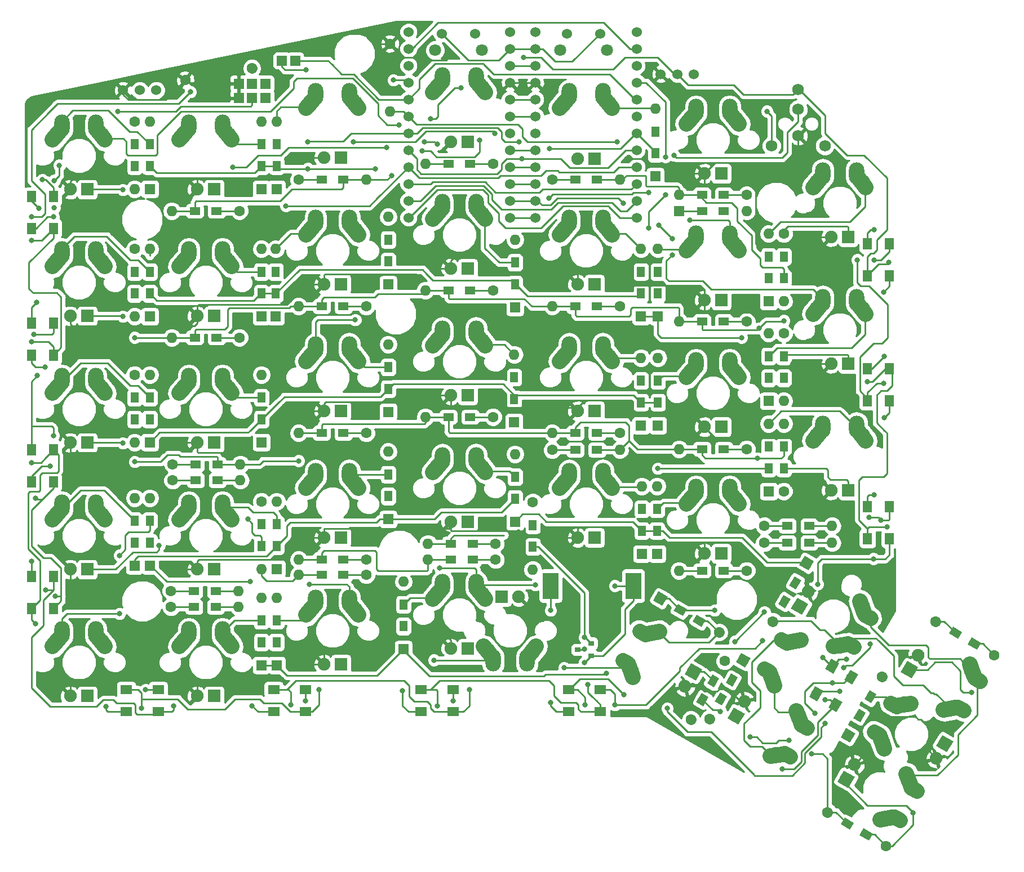
<source format=gbl>
G04 #@! TF.GenerationSoftware,KiCad,Pcbnew,(5.0.0)*
G04 #@! TF.CreationDate,2018-08-02T22:48:22+09:00*
G04 #@! TF.ProjectId,ergodash,6572676F646173682E6B696361645F70,2.0*
G04 #@! TF.SameCoordinates,Original*
G04 #@! TF.FileFunction,Copper,L2,Bot,Signal*
G04 #@! TF.FilePolarity,Positive*
%FSLAX46Y46*%
G04 Gerber Fmt 4.6, Leading zero omitted, Abs format (unit mm)*
G04 Created by KiCad (PCBNEW (5.0.0)) date 08/02/18 22:48:22*
%MOMM*%
%LPD*%
G01*
G04 APERTURE LIST*
G04 #@! TA.AperFunction,ComponentPad*
%ADD10O,1.600000X1.600000*%
G04 #@! TD*
G04 #@! TA.AperFunction,ComponentPad*
%ADD11C,1.600000*%
G04 #@! TD*
G04 #@! TA.AperFunction,Conductor*
%ADD12C,1.600000*%
G04 #@! TD*
G04 #@! TA.AperFunction,ComponentPad*
%ADD13C,2.400000*%
G04 #@! TD*
G04 #@! TA.AperFunction,Conductor*
%ADD14C,2.400000*%
G04 #@! TD*
G04 #@! TA.AperFunction,ComponentPad*
%ADD15C,2.300000*%
G04 #@! TD*
G04 #@! TA.AperFunction,Conductor*
%ADD16C,2.300000*%
G04 #@! TD*
G04 #@! TA.AperFunction,ComponentPad*
%ADD17R,1.200000X1.600000*%
G04 #@! TD*
G04 #@! TA.AperFunction,ComponentPad*
%ADD18O,2.300000X3.337000*%
G04 #@! TD*
G04 #@! TA.AperFunction,SMDPad,CuDef*
%ADD19R,2.400000X4.000000*%
G04 #@! TD*
G04 #@! TA.AperFunction,ComponentPad*
%ADD20C,1.800000*%
G04 #@! TD*
G04 #@! TA.AperFunction,ComponentPad*
%ADD21C,1.524000*%
G04 #@! TD*
G04 #@! TA.AperFunction,ComponentPad*
%ADD22R,1.524000X1.524000*%
G04 #@! TD*
G04 #@! TA.AperFunction,ComponentPad*
%ADD23C,1.752600*%
G04 #@! TD*
G04 #@! TA.AperFunction,ComponentPad*
%ADD24R,1.600000X1.200000*%
G04 #@! TD*
G04 #@! TA.AperFunction,ComponentPad*
%ADD25C,1.200000*%
G04 #@! TD*
G04 #@! TA.AperFunction,Conductor*
%ADD26C,0.100000*%
G04 #@! TD*
G04 #@! TA.AperFunction,ComponentPad*
%ADD27C,1.905000*%
G04 #@! TD*
G04 #@! TA.AperFunction,ComponentPad*
%ADD28R,1.905000X1.905000*%
G04 #@! TD*
G04 #@! TA.AperFunction,SMDPad,CuDef*
%ADD29R,0.900000X0.800000*%
G04 #@! TD*
G04 #@! TA.AperFunction,ComponentPad*
%ADD30R,1.600000X1.600000*%
G04 #@! TD*
G04 #@! TA.AperFunction,SMDPad,CuDef*
%ADD31R,1.400000X1.800000*%
G04 #@! TD*
G04 #@! TA.AperFunction,SMDPad,CuDef*
%ADD32R,1.800000X1.400000*%
G04 #@! TD*
G04 #@! TA.AperFunction,SMDPad,CuDef*
%ADD33C,1.400000*%
G04 #@! TD*
G04 #@! TA.AperFunction,ViaPad*
%ADD34C,0.800000*%
G04 #@! TD*
G04 #@! TA.AperFunction,Conductor*
%ADD35C,0.254000*%
G04 #@! TD*
G04 APERTURE END LIST*
D10*
G04 #@! TO.P,R2,2*
G04 #@! TO.N,/sda/uart*
X133731000Y-51308000D03*
D11*
G04 #@! TO.P,R2,1*
G04 #@! TO.N,VCC*
X133731000Y-41148000D03*
G04 #@! TD*
G04 #@! TO.P,R1,2*
G04 #@! TO.N,/scl*
X113002647Y-44844735D03*
D12*
G04 #@! TD*
G04 #@! TO.N,/scl*
G04 #@! TO.C,R1*
X113002647Y-44844735D02*
X113002647Y-44844735D01*
D11*
G04 #@! TO.P,R1,1*
G04 #@! TO.N,VCC*
X102997000Y-46609000D03*
G04 #@! TD*
D13*
G04 #@! TO.P,SW34,1*
G04 #@! TO.N,/col4*
X169947881Y-135547022D03*
D14*
G04 #@! TD*
G04 #@! TO.N,/col4*
G04 #@! TO.C,SW34*
X170255699Y-136392745D02*
X169640063Y-134701299D01*
D13*
G04 #@! TO.P,SW34,2*
G04 #@! TO.N,Net-(D33-Pad2)*
X173307930Y-129727247D03*
D14*
G04 #@! TD*
G04 #@! TO.N,Net-(D33-Pad2)*
G04 #@! TO.C,SW34*
X172421603Y-129883530D02*
X174194257Y-129570964D01*
D15*
G04 #@! TO.P,SW34,2*
G04 #@! TO.N,Net-(D33-Pad2)*
X171654886Y-129742866D03*
D16*
G04 #@! TD*
G04 #@! TO.N,Net-(D33-Pad2)*
G04 #@! TO.C,SW34*
X171205852Y-129483616D02*
X172103920Y-130002116D01*
D15*
G04 #@! TO.P,SW34,1*
G04 #@! TO.N,/col4*
X169134886Y-134107634D03*
D16*
G04 #@! TD*
G04 #@! TO.N,/col4*
G04 #@! TO.C,SW34*
X168685852Y-133848384D02*
X169583920Y-134366884D01*
D17*
G04 #@! TO.P,R13,2*
G04 #@! TO.N,Net-(Q1-Pad1)*
X155194000Y-116798000D03*
D11*
G04 #@! TO.P,R13,1*
G04 #@! TO.N,/Backlight*
X155194000Y-110088000D03*
D10*
G04 #@! TO.P,R13,2*
G04 #@! TO.N,Net-(Q1-Pad1)*
X155194000Y-120248000D03*
D17*
G04 #@! TO.P,R13,1*
G04 #@! TO.N,/Backlight*
X155194000Y-113538000D03*
G04 #@! TD*
D13*
G04 #@! TO.P,SW38,1*
G04 #@! TO.N,/col3*
X155125049Y-132489231D03*
D14*
G04 #@! TD*
G04 #@! TO.N,/col3*
G04 #@! TO.C,SW38*
X155703558Y-131799791D02*
X154546540Y-133178671D01*
D13*
G04 #@! TO.P,SW38,2*
G04 #@! TO.N,Net-(D32-Pad2)*
X148404951Y-132489231D03*
D14*
G04 #@! TD*
G04 #@! TO.N,Net-(D32-Pad2)*
G04 #@! TO.C,SW38*
X148983460Y-133178671D02*
X147826442Y-131799791D01*
D18*
G04 #@! TO.P,SW38,2*
G04 #@! TO.N,Net-(D32-Pad2)*
X149245000Y-133913000D03*
G04 #@! TO.P,SW38,1*
G04 #@! TO.N,/col3*
X154285000Y-133913000D03*
G04 #@! TD*
D19*
G04 #@! TO.P,M1,1*
G04 #@! TO.N,GND*
X170284000Y-122682000D03*
G04 #@! TO.P,M1,2*
G04 #@! TO.N,/Audio*
X157884000Y-122682000D03*
G04 #@! TD*
D20*
G04 #@! TO.P,SW29,3*
G04 #@! TO.N,N/C*
X166314000Y-42124000D03*
X159314000Y-42124000D03*
D21*
G04 #@! TO.P,SW29,2*
G04 #@! TO.N,GND*
X165314000Y-39624000D03*
G04 #@! TO.P,SW29,1*
G04 #@! TO.N,/rst*
X160314000Y-39624000D03*
G04 #@! TD*
D20*
G04 #@! TO.P,SW37,3*
G04 #@! TO.N,N/C*
X140518000Y-42124000D03*
X147518000Y-42124000D03*
D21*
G04 #@! TO.P,SW37,2*
G04 #@! TO.N,GND*
X141518000Y-39624000D03*
G04 #@! TO.P,SW37,1*
G04 #@! TO.N,/rst*
X146518000Y-39624000D03*
G04 #@! TD*
D13*
G04 #@! TO.P,SW33,1*
G04 #@! TO.N,/col3*
X147505049Y-123955519D03*
D14*
G04 #@! TD*
G04 #@! TO.N,/col3*
G04 #@! TO.C,SW33*
X148083558Y-124644959D02*
X146926540Y-123266079D01*
D13*
G04 #@! TO.P,SW33,2*
G04 #@! TO.N,Net-(D32-Pad2)*
X140784951Y-123955519D03*
D14*
G04 #@! TD*
G04 #@! TO.N,Net-(D32-Pad2)*
G04 #@! TO.C,SW33*
X141363460Y-123266079D02*
X140206442Y-124644959D01*
D18*
G04 #@! TO.P,SW33,2*
G04 #@! TO.N,Net-(D32-Pad2)*
X141625000Y-122531750D03*
G04 #@! TO.P,SW33,1*
G04 #@! TO.N,/col3*
X146665000Y-122531750D03*
G04 #@! TD*
D13*
G04 #@! TO.P,SW12,1*
G04 #@! TO.N,/col2*
X121734951Y-107286769D03*
D14*
G04 #@! TD*
G04 #@! TO.N,/col2*
G04 #@! TO.C,SW12*
X121156442Y-107976209D02*
X122313460Y-106597329D01*
D13*
G04 #@! TO.P,SW12,2*
G04 #@! TO.N,Net-(D12-Pad2)*
X128455049Y-107286769D03*
D14*
G04 #@! TD*
G04 #@! TO.N,Net-(D12-Pad2)*
G04 #@! TO.C,SW12*
X127876540Y-106597329D02*
X129033558Y-107976209D01*
D18*
G04 #@! TO.P,SW12,2*
G04 #@! TO.N,Net-(D12-Pad2)*
X127615000Y-105863000D03*
G04 #@! TO.P,SW12,1*
G04 #@! TO.N,/col2*
X122575000Y-105863000D03*
G04 #@! TD*
D13*
G04 #@! TO.P,SW11,1*
G04 #@! TO.N,/col2*
X121734951Y-88236769D03*
D14*
G04 #@! TD*
G04 #@! TO.N,/col2*
G04 #@! TO.C,SW11*
X121156442Y-88926209D02*
X122313460Y-87547329D01*
D13*
G04 #@! TO.P,SW11,2*
G04 #@! TO.N,Net-(D11-Pad2)*
X128455049Y-88236769D03*
D14*
G04 #@! TD*
G04 #@! TO.N,Net-(D11-Pad2)*
G04 #@! TO.C,SW11*
X127876540Y-87547329D02*
X129033558Y-88926209D01*
D18*
G04 #@! TO.P,SW11,2*
G04 #@! TO.N,Net-(D11-Pad2)*
X127615000Y-86813000D03*
G04 #@! TO.P,SW11,1*
G04 #@! TO.N,/col2*
X122575000Y-86813000D03*
G04 #@! TD*
D13*
G04 #@! TO.P,SW4,1*
G04 #@! TO.N,/col0*
X90355049Y-112049269D03*
D14*
G04 #@! TD*
G04 #@! TO.N,/col0*
G04 #@! TO.C,SW4*
X90933558Y-112738709D02*
X89776540Y-111359829D01*
D13*
G04 #@! TO.P,SW4,2*
G04 #@! TO.N,Net-(D4-Pad2)*
X83634951Y-112049269D03*
D14*
G04 #@! TD*
G04 #@! TO.N,Net-(D4-Pad2)*
G04 #@! TO.C,SW4*
X84213460Y-111359829D02*
X83056442Y-112738709D01*
D18*
G04 #@! TO.P,SW4,2*
G04 #@! TO.N,Net-(D4-Pad2)*
X84475000Y-110625500D03*
G04 #@! TO.P,SW4,1*
G04 #@! TO.N,/col0*
X89515000Y-110625500D03*
G04 #@! TD*
D13*
G04 #@! TO.P,SW1,1*
G04 #@! TO.N,/col0*
X90355049Y-54899269D03*
D14*
G04 #@! TD*
G04 #@! TO.N,/col0*
G04 #@! TO.C,SW1*
X90933558Y-55588709D02*
X89776540Y-54209829D01*
D13*
G04 #@! TO.P,SW1,2*
G04 #@! TO.N,Net-(D1-Pad2)*
X83634951Y-54899269D03*
D14*
G04 #@! TD*
G04 #@! TO.N,Net-(D1-Pad2)*
G04 #@! TO.C,SW1*
X84213460Y-54209829D02*
X83056442Y-55588709D01*
D18*
G04 #@! TO.P,SW1,2*
G04 #@! TO.N,Net-(D1-Pad2)*
X84475000Y-53475500D03*
G04 #@! TO.P,SW1,1*
G04 #@! TO.N,/col0*
X89515000Y-53475500D03*
G04 #@! TD*
D13*
G04 #@! TO.P,SW21,1*
G04 #@! TO.N,/col5*
X178884951Y-52518019D03*
D14*
G04 #@! TD*
G04 #@! TO.N,/col5*
G04 #@! TO.C,SW21*
X178306442Y-53207459D02*
X179463460Y-51828579D01*
D13*
G04 #@! TO.P,SW21,2*
G04 #@! TO.N,Net-(D21-Pad2)*
X185605049Y-52518019D03*
D14*
G04 #@! TD*
G04 #@! TO.N,Net-(D21-Pad2)*
G04 #@! TO.C,SW21*
X185026540Y-51828579D02*
X186183558Y-53207459D01*
D18*
G04 #@! TO.P,SW21,2*
G04 #@! TO.N,Net-(D21-Pad2)*
X184765000Y-51094250D03*
G04 #@! TO.P,SW21,1*
G04 #@! TO.N,/col5*
X179725000Y-51094250D03*
G04 #@! TD*
D21*
G04 #@! TO.P,U6,1*
G04 #@! TO.N,/RBG*
X170815000Y-39370000D03*
G04 #@! TO.P,U6,2*
G04 #@! TO.N,/RX*
X170815000Y-41910000D03*
G04 #@! TO.P,U6,3*
G04 #@! TO.N,GND*
X170815000Y-44450000D03*
G04 #@! TO.P,U6,4*
X170815000Y-46990000D03*
G04 #@! TO.P,U6,5*
G04 #@! TO.N,/scl*
X170815000Y-49530000D03*
G04 #@! TO.P,U6,6*
G04 #@! TO.N,/sda/uart*
X170815000Y-52070000D03*
G04 #@! TO.P,U6,7*
G04 #@! TO.N,/row0*
X170815000Y-54610000D03*
G04 #@! TO.P,U6,8*
G04 #@! TO.N,/Audio*
X170815000Y-57150000D03*
G04 #@! TO.P,U6,9*
G04 #@! TO.N,/row1*
X170815000Y-59690000D03*
G04 #@! TO.P,U6,10*
G04 #@! TO.N,/row2*
X170815000Y-62230000D03*
G04 #@! TO.P,U6,11*
G04 #@! TO.N,/row3*
X170815000Y-64770000D03*
G04 #@! TO.P,U6,12*
G04 #@! TO.N,/row4*
X170815000Y-67310000D03*
G04 #@! TO.P,U6,13*
G04 #@! TO.N,/Backlight*
X155575000Y-67310000D03*
G04 #@! TO.P,U6,14*
G04 #@! TO.N,/col6*
X155575000Y-64770000D03*
G04 #@! TO.P,U6,15*
G04 #@! TO.N,/col5*
X155575000Y-62230000D03*
G04 #@! TO.P,U6,16*
G04 #@! TO.N,/col4*
X155575000Y-59690000D03*
G04 #@! TO.P,U6,17*
G04 #@! TO.N,/col3*
X155575000Y-57150000D03*
G04 #@! TO.P,U6,18*
G04 #@! TO.N,/col2*
X155575000Y-54610000D03*
G04 #@! TO.P,U6,19*
G04 #@! TO.N,/col1*
X155575000Y-52070000D03*
G04 #@! TO.P,U6,20*
G04 #@! TO.N,/col0*
X155575000Y-49530000D03*
G04 #@! TO.P,U6,21*
G04 #@! TO.N,VCC*
X155575000Y-46990000D03*
G04 #@! TO.P,U6,22*
G04 #@! TO.N,/rst*
X155575000Y-44450000D03*
G04 #@! TO.P,U6,23*
G04 #@! TO.N,GND*
X155575000Y-41910000D03*
G04 #@! TO.P,U6,24*
G04 #@! TO.N,Net-(U6-Pad24)*
X155575000Y-39370000D03*
G04 #@! TD*
D22*
G04 #@! TO.P,W1,2*
G04 #@! TO.N,/scl*
X119491000Y-43688000D03*
G04 #@! TO.P,W1,1*
G04 #@! TO.N,/xtradata*
X117491000Y-43688000D03*
G04 #@! TD*
D23*
G04 #@! TO.P,J1,3*
G04 #@! TO.N,/sda/uart*
X195072000Y-51004000D03*
G04 #@! TO.P,J1,4*
G04 #@! TO.N,GND*
X191072000Y-56504000D03*
G04 #@! TO.P,J1,1*
G04 #@! TO.N,VCC*
X195072000Y-55004000D03*
G04 #@! TO.P,J1,5*
G04 #@! TO.N,GND*
X199072000Y-56504000D03*
G04 #@! TO.P,J1,2*
G04 #@! TO.N,/xtradata*
X195072000Y-48004000D03*
G04 #@! TD*
D21*
G04 #@! TO.P,J2,2*
G04 #@! TO.N,/RBG*
X96139000Y-48133000D03*
G04 #@! TO.P,J2,1*
G04 #@! TO.N,VCC*
X93639000Y-48133000D03*
G04 #@! TO.P,J2,3*
G04 #@! TO.N,GND*
X98639000Y-48133000D03*
G04 #@! TD*
G04 #@! TO.P,J3,2*
G04 #@! TO.N,/xtradata*
X176911000Y-45720000D03*
G04 #@! TO.P,J3,1*
G04 #@! TO.N,VCC*
X174411000Y-45720000D03*
G04 #@! TO.P,J3,3*
G04 #@! TO.N,GND*
X179411000Y-45720000D03*
G04 #@! TD*
D17*
G04 #@! TO.P,R3,2*
G04 #@! TO.N,Net-(Q1-Pad3)*
X95377000Y-59542000D03*
D11*
G04 #@! TO.P,R3,1*
G04 #@! TO.N,Net-(D35-Pad1)*
X95377000Y-52832000D03*
D10*
G04 #@! TO.P,R3,2*
G04 #@! TO.N,Net-(Q1-Pad3)*
X95377000Y-62992000D03*
D17*
G04 #@! TO.P,R3,1*
G04 #@! TO.N,Net-(D35-Pad1)*
X95377000Y-56282000D03*
G04 #@! TD*
D24*
G04 #@! TO.P,R4,2*
G04 #@! TO.N,Net-(Q1-Pad3)*
X104415000Y-66294000D03*
D11*
G04 #@! TO.P,R4,1*
G04 #@! TO.N,Net-(D36-Pad1)*
X111125000Y-66294000D03*
D10*
G04 #@! TO.P,R4,2*
G04 #@! TO.N,Net-(Q1-Pad3)*
X100965000Y-66294000D03*
D24*
G04 #@! TO.P,R4,1*
G04 #@! TO.N,Net-(D36-Pad1)*
X107675000Y-66294000D03*
G04 #@! TD*
G04 #@! TO.P,R5,2*
G04 #@! TO.N,Net-(Q1-Pad3)*
X126725000Y-61595000D03*
D11*
G04 #@! TO.P,R5,1*
G04 #@! TO.N,Net-(D37-Pad1)*
X120015000Y-61595000D03*
D10*
G04 #@! TO.P,R5,2*
G04 #@! TO.N,Net-(Q1-Pad3)*
X130175000Y-61595000D03*
D24*
G04 #@! TO.P,R5,1*
G04 #@! TO.N,Net-(D37-Pad1)*
X123465000Y-61595000D03*
G04 #@! TD*
G04 #@! TO.P,R6,2*
G04 #@! TO.N,Net-(Q1-Pad3)*
X142515000Y-59182000D03*
D11*
G04 #@! TO.P,R6,1*
G04 #@! TO.N,Net-(D38-Pad1)*
X149225000Y-59182000D03*
D10*
G04 #@! TO.P,R6,2*
G04 #@! TO.N,Net-(Q1-Pad3)*
X139065000Y-59182000D03*
D24*
G04 #@! TO.P,R6,1*
G04 #@! TO.N,Net-(D38-Pad1)*
X145775000Y-59182000D03*
G04 #@! TD*
G04 #@! TO.P,R7,2*
G04 #@! TO.N,Net-(Q1-Pad3)*
X164825000Y-61595000D03*
D11*
G04 #@! TO.P,R7,1*
G04 #@! TO.N,Net-(D39-Pad1)*
X158115000Y-61595000D03*
D10*
G04 #@! TO.P,R7,2*
G04 #@! TO.N,Net-(Q1-Pad3)*
X168275000Y-61595000D03*
D24*
G04 #@! TO.P,R7,1*
G04 #@! TO.N,Net-(D39-Pad1)*
X161565000Y-61595000D03*
G04 #@! TD*
G04 #@! TO.P,R8,2*
G04 #@! TO.N,Net-(Q1-Pad3)*
X180615000Y-63881000D03*
D11*
G04 #@! TO.P,R8,1*
G04 #@! TO.N,Net-(D40-Pad1)*
X187325000Y-63881000D03*
D10*
G04 #@! TO.P,R8,2*
G04 #@! TO.N,Net-(Q1-Pad3)*
X177165000Y-63881000D03*
D24*
G04 #@! TO.P,R8,1*
G04 #@! TO.N,Net-(D40-Pad1)*
X183875000Y-63881000D03*
G04 #@! TD*
D17*
G04 #@! TO.P,R9,2*
G04 #@! TO.N,Net-(Q1-Pad3)*
X192913000Y-76433000D03*
D11*
G04 #@! TO.P,R9,1*
G04 #@! TO.N,Net-(D41-Pad1)*
X192913000Y-69723000D03*
D10*
G04 #@! TO.P,R9,2*
G04 #@! TO.N,Net-(Q1-Pad3)*
X192913000Y-79883000D03*
D17*
G04 #@! TO.P,R9,1*
G04 #@! TO.N,Net-(D41-Pad1)*
X192913000Y-73173000D03*
G04 #@! TD*
G04 #@! TO.P,R10,2*
G04 #@! TO.N,Net-(Q1-Pad3)*
X95377000Y-78719000D03*
D11*
G04 #@! TO.P,R10,1*
G04 #@! TO.N,Net-(D42-Pad1)*
X95377000Y-72009000D03*
D10*
G04 #@! TO.P,R10,2*
G04 #@! TO.N,Net-(Q1-Pad3)*
X95377000Y-82169000D03*
D17*
G04 #@! TO.P,R10,1*
G04 #@! TO.N,Net-(D42-Pad1)*
X95377000Y-75459000D03*
G04 #@! TD*
D24*
G04 #@! TO.P,R11,2*
G04 #@! TO.N,Net-(Q1-Pad3)*
X104415000Y-85344000D03*
D11*
G04 #@! TO.P,R11,1*
G04 #@! TO.N,Net-(D43-Pad1)*
X111125000Y-85344000D03*
D10*
G04 #@! TO.P,R11,2*
G04 #@! TO.N,Net-(Q1-Pad3)*
X100965000Y-85344000D03*
D24*
G04 #@! TO.P,R11,1*
G04 #@! TO.N,Net-(D43-Pad1)*
X107675000Y-85344000D03*
G04 #@! TD*
G04 #@! TO.P,R12,2*
G04 #@! TO.N,Net-(Q1-Pad3)*
X123465000Y-80645000D03*
D11*
G04 #@! TO.P,R12,1*
G04 #@! TO.N,Net-(D44-Pad1)*
X130175000Y-80645000D03*
D10*
G04 #@! TO.P,R12,2*
G04 #@! TO.N,Net-(Q1-Pad3)*
X120015000Y-80645000D03*
D24*
G04 #@! TO.P,R12,1*
G04 #@! TO.N,Net-(D44-Pad1)*
X126725000Y-80645000D03*
G04 #@! TD*
G04 #@! TO.P,R15,2*
G04 #@! TO.N,Net-(Q1-Pad3)*
X142515000Y-78232000D03*
D11*
G04 #@! TO.P,R15,1*
G04 #@! TO.N,Net-(D45-Pad1)*
X149225000Y-78232000D03*
D10*
G04 #@! TO.P,R15,2*
G04 #@! TO.N,Net-(Q1-Pad3)*
X139065000Y-78232000D03*
D24*
G04 #@! TO.P,R15,1*
G04 #@! TO.N,Net-(D45-Pad1)*
X145775000Y-78232000D03*
G04 #@! TD*
G04 #@! TO.P,R16,2*
G04 #@! TO.N,Net-(Q1-Pad3)*
X161565000Y-80645000D03*
D11*
G04 #@! TO.P,R16,1*
G04 #@! TO.N,Net-(D46-Pad1)*
X168275000Y-80645000D03*
D10*
G04 #@! TO.P,R16,2*
G04 #@! TO.N,Net-(Q1-Pad3)*
X158115000Y-80645000D03*
D24*
G04 #@! TO.P,R16,1*
G04 #@! TO.N,Net-(D46-Pad1)*
X164825000Y-80645000D03*
G04 #@! TD*
G04 #@! TO.P,R17,2*
G04 #@! TO.N,Net-(Q1-Pad3)*
X180615000Y-82931000D03*
D11*
G04 #@! TO.P,R17,1*
G04 #@! TO.N,Net-(D47-Pad1)*
X187325000Y-82931000D03*
D10*
G04 #@! TO.P,R17,2*
G04 #@! TO.N,Net-(Q1-Pad3)*
X177165000Y-82931000D03*
D24*
G04 #@! TO.P,R17,1*
G04 #@! TO.N,Net-(D47-Pad1)*
X183875000Y-82931000D03*
G04 #@! TD*
D17*
G04 #@! TO.P,R18,2*
G04 #@! TO.N,Net-(Q1-Pad3)*
X192913000Y-91419000D03*
D11*
G04 #@! TO.P,R18,1*
G04 #@! TO.N,Net-(D48-Pad1)*
X192913000Y-84709000D03*
D10*
G04 #@! TO.P,R18,2*
G04 #@! TO.N,Net-(Q1-Pad3)*
X192913000Y-94869000D03*
D17*
G04 #@! TO.P,R18,1*
G04 #@! TO.N,Net-(D48-Pad1)*
X192913000Y-88159000D03*
G04 #@! TD*
G04 #@! TO.P,R19,2*
G04 #@! TO.N,Net-(Q1-Pad3)*
X95377000Y-97642000D03*
D11*
G04 #@! TO.P,R19,1*
G04 #@! TO.N,Net-(D49-Pad1)*
X95377000Y-90932000D03*
D10*
G04 #@! TO.P,R19,2*
G04 #@! TO.N,Net-(Q1-Pad3)*
X95377000Y-101092000D03*
D17*
G04 #@! TO.P,R19,1*
G04 #@! TO.N,Net-(D49-Pad1)*
X95377000Y-94382000D03*
G04 #@! TD*
D24*
G04 #@! TO.P,R20,2*
G04 #@! TO.N,Net-(Q1-Pad3)*
X107802000Y-104394000D03*
D11*
G04 #@! TO.P,R20,1*
G04 #@! TO.N,Net-(D50-Pad1)*
X101092000Y-104394000D03*
D10*
G04 #@! TO.P,R20,2*
G04 #@! TO.N,Net-(Q1-Pad3)*
X111252000Y-104394000D03*
D24*
G04 #@! TO.P,R20,1*
G04 #@! TO.N,Net-(D50-Pad1)*
X104542000Y-104394000D03*
G04 #@! TD*
G04 #@! TO.P,R21,2*
G04 #@! TO.N,Net-(Q1-Pad3)*
X123465000Y-99695000D03*
D11*
G04 #@! TO.P,R21,1*
G04 #@! TO.N,Net-(D51-Pad1)*
X130175000Y-99695000D03*
D10*
G04 #@! TO.P,R21,2*
G04 #@! TO.N,Net-(Q1-Pad3)*
X120015000Y-99695000D03*
D24*
G04 #@! TO.P,R21,1*
G04 #@! TO.N,Net-(D51-Pad1)*
X126725000Y-99695000D03*
G04 #@! TD*
G04 #@! TO.P,R22,2*
G04 #@! TO.N,Net-(Q1-Pad3)*
X142515000Y-97282000D03*
D11*
G04 #@! TO.P,R22,1*
G04 #@! TO.N,Net-(D52-Pad1)*
X149225000Y-97282000D03*
D10*
G04 #@! TO.P,R22,2*
G04 #@! TO.N,Net-(Q1-Pad3)*
X139065000Y-97282000D03*
D24*
G04 #@! TO.P,R22,1*
G04 #@! TO.N,Net-(D52-Pad1)*
X145775000Y-97282000D03*
G04 #@! TD*
G04 #@! TO.P,R23,2*
G04 #@! TO.N,Net-(Q1-Pad3)*
X161565000Y-99695000D03*
D11*
G04 #@! TO.P,R23,1*
G04 #@! TO.N,Net-(D53-Pad1)*
X168275000Y-99695000D03*
D10*
G04 #@! TO.P,R23,2*
G04 #@! TO.N,Net-(Q1-Pad3)*
X158115000Y-99695000D03*
D24*
G04 #@! TO.P,R23,1*
G04 #@! TO.N,Net-(D53-Pad1)*
X164825000Y-99695000D03*
G04 #@! TD*
G04 #@! TO.P,R24,2*
G04 #@! TO.N,Net-(Q1-Pad3)*
X180615000Y-102108000D03*
D11*
G04 #@! TO.P,R24,1*
G04 #@! TO.N,Net-(D54-Pad1)*
X187325000Y-102108000D03*
D10*
G04 #@! TO.P,R24,2*
G04 #@! TO.N,Net-(Q1-Pad3)*
X177165000Y-102108000D03*
D24*
G04 #@! TO.P,R24,1*
G04 #@! TO.N,Net-(D54-Pad1)*
X183875000Y-102108000D03*
G04 #@! TD*
D17*
G04 #@! TO.P,R25,2*
G04 #@! TO.N,Net-(Q1-Pad3)*
X192913000Y-101748000D03*
D11*
G04 #@! TO.P,R25,1*
G04 #@! TO.N,Net-(D55-Pad1)*
X192913000Y-108458000D03*
D10*
G04 #@! TO.P,R25,2*
G04 #@! TO.N,Net-(Q1-Pad3)*
X192913000Y-98298000D03*
D17*
G04 #@! TO.P,R25,1*
G04 #@! TO.N,Net-(D55-Pad1)*
X192913000Y-105008000D03*
G04 #@! TD*
D24*
G04 #@! TO.P,R26,2*
G04 #@! TO.N,Net-(Q1-Pad3)*
X107802000Y-106807000D03*
D11*
G04 #@! TO.P,R26,1*
G04 #@! TO.N,Net-(D56-Pad1)*
X101092000Y-106807000D03*
D10*
G04 #@! TO.P,R26,2*
G04 #@! TO.N,Net-(Q1-Pad3)*
X111252000Y-106807000D03*
D24*
G04 #@! TO.P,R26,1*
G04 #@! TO.N,Net-(D56-Pad1)*
X104542000Y-106807000D03*
G04 #@! TD*
D17*
G04 #@! TO.P,R27,2*
G04 #@! TO.N,Net-(Q1-Pad3)*
X114427000Y-116692000D03*
D11*
G04 #@! TO.P,R27,1*
G04 #@! TO.N,Net-(D57-Pad1)*
X114427000Y-109982000D03*
D10*
G04 #@! TO.P,R27,2*
G04 #@! TO.N,Net-(Q1-Pad3)*
X114427000Y-120142000D03*
D17*
G04 #@! TO.P,R27,1*
G04 #@! TO.N,Net-(D57-Pad1)*
X114427000Y-113432000D03*
G04 #@! TD*
D24*
G04 #@! TO.P,R28,2*
G04 #@! TO.N,Net-(Q1-Pad3)*
X123465000Y-118745000D03*
D11*
G04 #@! TO.P,R28,1*
G04 #@! TO.N,Net-(D58-Pad1)*
X130175000Y-118745000D03*
D10*
G04 #@! TO.P,R28,2*
G04 #@! TO.N,Net-(Q1-Pad3)*
X120015000Y-118745000D03*
D24*
G04 #@! TO.P,R28,1*
G04 #@! TO.N,Net-(D58-Pad1)*
X126725000Y-118745000D03*
G04 #@! TD*
G04 #@! TO.P,R29,2*
G04 #@! TO.N,Net-(Q1-Pad3)*
X142896000Y-116332000D03*
D11*
G04 #@! TO.P,R29,1*
G04 #@! TO.N,Net-(D59-Pad1)*
X149606000Y-116332000D03*
D10*
G04 #@! TO.P,R29,2*
G04 #@! TO.N,Net-(Q1-Pad3)*
X139446000Y-116332000D03*
D24*
G04 #@! TO.P,R29,1*
G04 #@! TO.N,Net-(D59-Pad1)*
X146156000Y-116332000D03*
G04 #@! TD*
G04 #@! TO.P,R30,2*
G04 #@! TO.N,Net-(Q1-Pad3)*
X164825000Y-102235000D03*
D11*
G04 #@! TO.P,R30,1*
G04 #@! TO.N,Net-(D60-Pad1)*
X158115000Y-102235000D03*
D10*
G04 #@! TO.P,R30,2*
G04 #@! TO.N,Net-(Q1-Pad3)*
X168275000Y-102235000D03*
D24*
G04 #@! TO.P,R30,1*
G04 #@! TO.N,Net-(D60-Pad1)*
X161565000Y-102235000D03*
G04 #@! TD*
G04 #@! TO.P,R31,2*
G04 #@! TO.N,Net-(Q1-Pad3)*
X180615000Y-120396000D03*
D11*
G04 #@! TO.P,R31,1*
G04 #@! TO.N,Net-(D61-Pad1)*
X187325000Y-120396000D03*
D10*
G04 #@! TO.P,R31,2*
G04 #@! TO.N,Net-(Q1-Pad3)*
X177165000Y-120396000D03*
D24*
G04 #@! TO.P,R31,1*
G04 #@! TO.N,Net-(D61-Pad1)*
X183875000Y-120396000D03*
G04 #@! TD*
D25*
G04 #@! TO.P,R32,2*
G04 #@! TO.N,Net-(Q1-Pad3)*
X180668000Y-139796030D03*
D26*
G04 #@! TD*
G04 #@! TO.N,Net-(Q1-Pad3)*
G04 #@! TO.C,R32*
G36*
X180548385Y-138803210D02*
X181587615Y-139403210D01*
X180787615Y-140788850D01*
X179748385Y-140188850D01*
X180548385Y-138803210D01*
X180548385Y-138803210D01*
G37*
D11*
G04 #@! TO.P,R32,1*
G04 #@! TO.N,Net-(D62-Pad1)*
X184023000Y-133985000D03*
G04 #@! TO.P,R32,2*
G04 #@! TO.N,Net-(Q1-Pad3)*
X178943000Y-142783818D03*
D12*
G04 #@! TD*
G04 #@! TO.N,Net-(Q1-Pad3)*
G04 #@! TO.C,R32*
X178943000Y-142783818D02*
X178943000Y-142783818D01*
D25*
G04 #@! TO.P,R32,1*
G04 #@! TO.N,Net-(D62-Pad1)*
X182298000Y-136972788D03*
D26*
G04 #@! TD*
G04 #@! TO.N,Net-(D62-Pad1)*
G04 #@! TO.C,R32*
G36*
X182178385Y-135979968D02*
X183217615Y-136579968D01*
X182417615Y-137965608D01*
X181378385Y-137365608D01*
X182178385Y-135979968D01*
X182178385Y-135979968D01*
G37*
D24*
G04 #@! TO.P,R33,2*
G04 #@! TO.N,Net-(Q1-Pad3)*
X107548000Y-123444000D03*
D11*
G04 #@! TO.P,R33,1*
G04 #@! TO.N,Net-(D63-Pad1)*
X100838000Y-123444000D03*
D10*
G04 #@! TO.P,R33,2*
G04 #@! TO.N,Net-(Q1-Pad3)*
X110998000Y-123444000D03*
D24*
G04 #@! TO.P,R33,1*
G04 #@! TO.N,Net-(D63-Pad1)*
X104288000Y-123444000D03*
G04 #@! TD*
G04 #@! TO.P,R34,2*
G04 #@! TO.N,Net-(Q1-Pad3)*
X107548000Y-125857000D03*
D11*
G04 #@! TO.P,R34,1*
G04 #@! TO.N,Net-(D64-Pad1)*
X100838000Y-125857000D03*
D10*
G04 #@! TO.P,R34,2*
G04 #@! TO.N,Net-(Q1-Pad3)*
X110998000Y-125857000D03*
D24*
G04 #@! TO.P,R34,1*
G04 #@! TO.N,Net-(D64-Pad1)*
X104288000Y-125857000D03*
G04 #@! TD*
G04 #@! TO.P,R35,2*
G04 #@! TO.N,Net-(Q1-Pad3)*
X123465000Y-121031000D03*
D11*
G04 #@! TO.P,R35,1*
G04 #@! TO.N,Net-(D65-Pad1)*
X130175000Y-121031000D03*
D10*
G04 #@! TO.P,R35,2*
G04 #@! TO.N,Net-(Q1-Pad3)*
X120015000Y-121031000D03*
D24*
G04 #@! TO.P,R35,1*
G04 #@! TO.N,Net-(D65-Pad1)*
X126725000Y-121031000D03*
G04 #@! TD*
G04 #@! TO.P,R36,2*
G04 #@! TO.N,Net-(Q1-Pad3)*
X142896000Y-118745000D03*
D11*
G04 #@! TO.P,R36,1*
G04 #@! TO.N,Net-(D66-Pad1)*
X149606000Y-118745000D03*
D10*
G04 #@! TO.P,R36,2*
G04 #@! TO.N,Net-(Q1-Pad3)*
X139446000Y-118745000D03*
D24*
G04 #@! TO.P,R36,1*
G04 #@! TO.N,Net-(D66-Pad1)*
X146156000Y-118745000D03*
G04 #@! TD*
D27*
G04 #@! TO.P,D35,2*
G04 #@! TO.N,VCC*
X85725000Y-63055500D03*
D28*
G04 #@! TO.P,D35,1*
G04 #@! TO.N,Net-(D35-Pad1)*
X88265000Y-63055500D03*
G04 #@! TD*
D27*
G04 #@! TO.P,D36,2*
G04 #@! TO.N,VCC*
X104775000Y-63055500D03*
D28*
G04 #@! TO.P,D36,1*
G04 #@! TO.N,Net-(D36-Pad1)*
X107315000Y-63055500D03*
G04 #@! TD*
D27*
G04 #@! TO.P,D37,2*
G04 #@! TO.N,VCC*
X123825000Y-58293000D03*
D28*
G04 #@! TO.P,D37,1*
G04 #@! TO.N,Net-(D37-Pad1)*
X126365000Y-58293000D03*
G04 #@! TD*
D27*
G04 #@! TO.P,D38,2*
G04 #@! TO.N,VCC*
X142875000Y-55911750D03*
D28*
G04 #@! TO.P,D38,1*
G04 #@! TO.N,Net-(D38-Pad1)*
X145415000Y-55911750D03*
G04 #@! TD*
D27*
G04 #@! TO.P,D39,2*
G04 #@! TO.N,VCC*
X161925000Y-58420000D03*
D28*
G04 #@! TO.P,D39,1*
G04 #@! TO.N,Net-(D39-Pad1)*
X164465000Y-58420000D03*
G04 #@! TD*
D27*
G04 #@! TO.P,D40,2*
G04 #@! TO.N,VCC*
X180975000Y-60674250D03*
D28*
G04 #@! TO.P,D40,1*
G04 #@! TO.N,Net-(D40-Pad1)*
X183515000Y-60674250D03*
G04 #@! TD*
D27*
G04 #@! TO.P,D41,2*
G04 #@! TO.N,VCC*
X200025000Y-70199250D03*
D28*
G04 #@! TO.P,D41,1*
G04 #@! TO.N,Net-(D41-Pad1)*
X202565000Y-70199250D03*
G04 #@! TD*
D27*
G04 #@! TO.P,D42,2*
G04 #@! TO.N,VCC*
X85725000Y-82105500D03*
D28*
G04 #@! TO.P,D42,1*
G04 #@! TO.N,Net-(D42-Pad1)*
X88265000Y-82105500D03*
G04 #@! TD*
D27*
G04 #@! TO.P,D43,2*
G04 #@! TO.N,VCC*
X104775000Y-82105500D03*
D28*
G04 #@! TO.P,D43,1*
G04 #@! TO.N,Net-(D43-Pad1)*
X107315000Y-82105500D03*
G04 #@! TD*
D27*
G04 #@! TO.P,D44,2*
G04 #@! TO.N,VCC*
X123825000Y-77343000D03*
D28*
G04 #@! TO.P,D44,1*
G04 #@! TO.N,Net-(D44-Pad1)*
X126365000Y-77343000D03*
G04 #@! TD*
D27*
G04 #@! TO.P,D45,2*
G04 #@! TO.N,VCC*
X142875000Y-74961750D03*
D28*
G04 #@! TO.P,D45,1*
G04 #@! TO.N,Net-(D45-Pad1)*
X145415000Y-74961750D03*
G04 #@! TD*
D27*
G04 #@! TO.P,D46,2*
G04 #@! TO.N,VCC*
X161925000Y-77343000D03*
D28*
G04 #@! TO.P,D46,1*
G04 #@! TO.N,Net-(D46-Pad1)*
X164465000Y-77343000D03*
G04 #@! TD*
D27*
G04 #@! TO.P,D47,2*
G04 #@! TO.N,VCC*
X180975000Y-79724250D03*
D28*
G04 #@! TO.P,D47,1*
G04 #@! TO.N,Net-(D47-Pad1)*
X183515000Y-79724250D03*
G04 #@! TD*
D27*
G04 #@! TO.P,D48,2*
G04 #@! TO.N,VCC*
X200025000Y-89249250D03*
D28*
G04 #@! TO.P,D48,1*
G04 #@! TO.N,Net-(D48-Pad1)*
X202565000Y-89249250D03*
G04 #@! TD*
D27*
G04 #@! TO.P,D49,2*
G04 #@! TO.N,VCC*
X85725000Y-101155500D03*
D28*
G04 #@! TO.P,D49,1*
G04 #@! TO.N,Net-(D49-Pad1)*
X88265000Y-101155500D03*
G04 #@! TD*
D27*
G04 #@! TO.P,D50,2*
G04 #@! TO.N,VCC*
X104775000Y-101155500D03*
D28*
G04 #@! TO.P,D50,1*
G04 #@! TO.N,Net-(D50-Pad1)*
X107315000Y-101155500D03*
G04 #@! TD*
D27*
G04 #@! TO.P,D51,2*
G04 #@! TO.N,VCC*
X123825000Y-96393000D03*
D28*
G04 #@! TO.P,D51,1*
G04 #@! TO.N,Net-(D51-Pad1)*
X126365000Y-96393000D03*
G04 #@! TD*
D27*
G04 #@! TO.P,D52,2*
G04 #@! TO.N,VCC*
X142875000Y-94011750D03*
D28*
G04 #@! TO.P,D52,1*
G04 #@! TO.N,Net-(D52-Pad1)*
X145415000Y-94011750D03*
G04 #@! TD*
D27*
G04 #@! TO.P,D53,2*
G04 #@! TO.N,VCC*
X161925000Y-96393000D03*
D28*
G04 #@! TO.P,D53,1*
G04 #@! TO.N,Net-(D53-Pad1)*
X164465000Y-96393000D03*
G04 #@! TD*
D27*
G04 #@! TO.P,D54,2*
G04 #@! TO.N,VCC*
X180975000Y-98774250D03*
D28*
G04 #@! TO.P,D54,1*
G04 #@! TO.N,Net-(D54-Pad1)*
X183515000Y-98774250D03*
G04 #@! TD*
D27*
G04 #@! TO.P,D55,2*
G04 #@! TO.N,VCC*
X200025000Y-108299250D03*
D28*
G04 #@! TO.P,D55,1*
G04 #@! TO.N,Net-(D55-Pad1)*
X202565000Y-108299250D03*
G04 #@! TD*
D27*
G04 #@! TO.P,D56,2*
G04 #@! TO.N,VCC*
X85725000Y-120205500D03*
D28*
G04 #@! TO.P,D56,1*
G04 #@! TO.N,Net-(D56-Pad1)*
X88265000Y-120205500D03*
G04 #@! TD*
D27*
G04 #@! TO.P,D57,2*
G04 #@! TO.N,VCC*
X104775000Y-120205500D03*
D28*
G04 #@! TO.P,D57,1*
G04 #@! TO.N,Net-(D57-Pad1)*
X107315000Y-120205500D03*
G04 #@! TD*
D27*
G04 #@! TO.P,D58,2*
G04 #@! TO.N,VCC*
X123825000Y-115443000D03*
D28*
G04 #@! TO.P,D58,1*
G04 #@! TO.N,Net-(D58-Pad1)*
X126365000Y-115443000D03*
G04 #@! TD*
D27*
G04 #@! TO.P,D59,2*
G04 #@! TO.N,VCC*
X142875000Y-113061750D03*
D28*
G04 #@! TO.P,D59,1*
G04 #@! TO.N,Net-(D59-Pad1)*
X145415000Y-113061750D03*
G04 #@! TD*
D27*
G04 #@! TO.P,D60,2*
G04 #@! TO.N,VCC*
X161925000Y-115443000D03*
D28*
G04 #@! TO.P,D60,1*
G04 #@! TO.N,Net-(D60-Pad1)*
X164465000Y-115443000D03*
G04 #@! TD*
D27*
G04 #@! TO.P,D61,2*
G04 #@! TO.N,VCC*
X180975000Y-117824250D03*
D28*
G04 #@! TO.P,D61,1*
G04 #@! TO.N,Net-(D61-Pad1)*
X183515000Y-117824250D03*
G04 #@! TD*
D27*
G04 #@! TO.P,D62,2*
G04 #@! TO.N,VCC*
X178056409Y-137815102D03*
G04 #@! TO.P,D62,1*
G04 #@! TO.N,Net-(D62-Pad1)*
X179326409Y-135615398D03*
D26*
G04 #@! TD*
G04 #@! TO.N,Net-(D62-Pad1)*
G04 #@! TO.C,D62*
G36*
X179675048Y-136916537D02*
X178025270Y-135964037D01*
X178977770Y-134314259D01*
X180627548Y-135266759D01*
X179675048Y-136916537D01*
X179675048Y-136916537D01*
G37*
D27*
G04 #@! TO.P,D63,2*
G04 #@! TO.N,VCC*
X85725000Y-139255500D03*
D28*
G04 #@! TO.P,D63,1*
G04 #@! TO.N,Net-(D63-Pad1)*
X88265000Y-139255500D03*
G04 #@! TD*
D27*
G04 #@! TO.P,D64,2*
G04 #@! TO.N,VCC*
X104775000Y-139255500D03*
D28*
G04 #@! TO.P,D64,1*
G04 #@! TO.N,Net-(D64-Pad1)*
X107315000Y-139255500D03*
G04 #@! TD*
D27*
G04 #@! TO.P,D65,2*
G04 #@! TO.N,VCC*
X123825000Y-134493000D03*
D28*
G04 #@! TO.P,D65,1*
G04 #@! TO.N,Net-(D65-Pad1)*
X126365000Y-134493000D03*
G04 #@! TD*
D27*
G04 #@! TO.P,D66,2*
G04 #@! TO.N,VCC*
X142875000Y-132111750D03*
D28*
G04 #@! TO.P,D66,1*
G04 #@! TO.N,Net-(D66-Pad1)*
X145415000Y-132111750D03*
G04 #@! TD*
D21*
G04 #@! TO.P,U3,1*
G04 #@! TO.N,/RBG*
X136525000Y-39370000D03*
G04 #@! TO.P,U3,2*
G04 #@! TO.N,/RX*
X136525000Y-41910000D03*
G04 #@! TO.P,U3,3*
G04 #@! TO.N,GND*
X136525000Y-44450000D03*
G04 #@! TO.P,U3,4*
X136525000Y-46990000D03*
G04 #@! TO.P,U3,5*
G04 #@! TO.N,/scl*
X136525000Y-49530000D03*
G04 #@! TO.P,U3,6*
G04 #@! TO.N,/sda/uart*
X136525000Y-52070000D03*
G04 #@! TO.P,U3,7*
G04 #@! TO.N,/row0*
X136525000Y-54610000D03*
G04 #@! TO.P,U3,8*
G04 #@! TO.N,/Audio*
X136525000Y-57150000D03*
G04 #@! TO.P,U3,9*
G04 #@! TO.N,/row1*
X136525000Y-59690000D03*
G04 #@! TO.P,U3,10*
G04 #@! TO.N,/row2*
X136525000Y-62230000D03*
G04 #@! TO.P,U3,11*
G04 #@! TO.N,/row3*
X136525000Y-64770000D03*
G04 #@! TO.P,U3,12*
G04 #@! TO.N,/row4*
X136525000Y-67310000D03*
G04 #@! TO.P,U3,13*
G04 #@! TO.N,/Backlight*
X151765000Y-67310000D03*
G04 #@! TO.P,U3,14*
G04 #@! TO.N,/col6*
X151765000Y-64770000D03*
G04 #@! TO.P,U3,15*
G04 #@! TO.N,/col5*
X151765000Y-62230000D03*
G04 #@! TO.P,U3,16*
G04 #@! TO.N,/col4*
X151765000Y-59690000D03*
G04 #@! TO.P,U3,17*
G04 #@! TO.N,/col3*
X151765000Y-57150000D03*
G04 #@! TO.P,U3,18*
G04 #@! TO.N,/col2*
X151765000Y-54610000D03*
G04 #@! TO.P,U3,19*
G04 #@! TO.N,/col1*
X151765000Y-52070000D03*
G04 #@! TO.P,U3,20*
G04 #@! TO.N,/col0*
X151765000Y-49530000D03*
G04 #@! TO.P,U3,21*
G04 #@! TO.N,VCC*
X151765000Y-46990000D03*
G04 #@! TO.P,U3,22*
G04 #@! TO.N,/rst*
X151765000Y-44450000D03*
G04 #@! TO.P,U3,23*
G04 #@! TO.N,GND*
X151765000Y-41910000D03*
G04 #@! TO.P,U3,24*
G04 #@! TO.N,Net-(U3-Pad24)*
X151765000Y-39370000D03*
G04 #@! TD*
D27*
G04 #@! TO.P,D67,2*
G04 #@! TO.N,VCC*
X153035000Y-124333000D03*
D28*
G04 #@! TO.P,D67,1*
G04 #@! TO.N,Net-(D66-Pad1)*
X150495000Y-124333000D03*
G04 #@! TD*
D25*
G04 #@! TO.P,D68,2*
G04 #@! TO.N,Net-(D68-Pad2)*
X205920000Y-139349970D03*
D26*
G04 #@! TD*
G04 #@! TO.N,Net-(D68-Pad2)*
G04 #@! TO.C,D68*
G36*
X206039615Y-140342790D02*
X205000385Y-139742790D01*
X205800385Y-138357150D01*
X206839615Y-138957150D01*
X206039615Y-140342790D01*
X206039615Y-140342790D01*
G37*
D11*
G04 #@! TO.P,D68,1*
G04 #@! TO.N,/row4*
X202565000Y-145161000D03*
D26*
G04 #@! TD*
G04 #@! TO.N,/row4*
G04 #@! TO.C,D68*
G36*
X202857820Y-146253820D02*
X201472180Y-145453820D01*
X202272180Y-144068180D01*
X203657820Y-144868180D01*
X202857820Y-146253820D01*
X202857820Y-146253820D01*
G37*
D11*
G04 #@! TO.P,D68,2*
G04 #@! TO.N,Net-(D68-Pad2)*
X207645000Y-136362182D03*
D12*
G04 #@! TD*
G04 #@! TO.N,Net-(D68-Pad2)*
G04 #@! TO.C,D68*
X207645000Y-136362182D02*
X207645000Y-136362182D01*
D25*
G04 #@! TO.P,D68,1*
G04 #@! TO.N,/row4*
X204290000Y-142173212D03*
D26*
G04 #@! TD*
G04 #@! TO.N,/row4*
G04 #@! TO.C,D68*
G36*
X204409615Y-143166032D02*
X203370385Y-142566032D01*
X204170385Y-141180392D01*
X205209615Y-141780392D01*
X204409615Y-143166032D01*
X204409615Y-143166032D01*
G37*
D29*
G04 #@! TO.P,Q1,2*
G04 #@! TO.N,GND*
X163957000Y-133223000D03*
G04 #@! TO.P,Q1,1*
G04 #@! TO.N,Net-(Q1-Pad1)*
X163957000Y-131323000D03*
G04 #@! TO.P,Q1,3*
G04 #@! TO.N,Net-(Q1-Pad3)*
X161957000Y-132273000D03*
G04 #@! TD*
D13*
G04 #@! TO.P,SW2,1*
G04 #@! TO.N,/col0*
X90355049Y-73949269D03*
D14*
G04 #@! TD*
G04 #@! TO.N,/col0*
G04 #@! TO.C,SW2*
X90933558Y-74638709D02*
X89776540Y-73259829D01*
D13*
G04 #@! TO.P,SW2,2*
G04 #@! TO.N,Net-(D2-Pad2)*
X83634951Y-73949269D03*
D14*
G04 #@! TD*
G04 #@! TO.N,Net-(D2-Pad2)*
G04 #@! TO.C,SW2*
X84213460Y-73259829D02*
X83056442Y-74638709D01*
D18*
G04 #@! TO.P,SW2,2*
G04 #@! TO.N,Net-(D2-Pad2)*
X84475000Y-72525500D03*
G04 #@! TO.P,SW2,1*
G04 #@! TO.N,/col0*
X89515000Y-72525500D03*
G04 #@! TD*
D13*
G04 #@! TO.P,SW3,1*
G04 #@! TO.N,/col0*
X90355049Y-92999269D03*
D14*
G04 #@! TD*
G04 #@! TO.N,/col0*
G04 #@! TO.C,SW3*
X90933558Y-93688709D02*
X89776540Y-92309829D01*
D13*
G04 #@! TO.P,SW3,2*
G04 #@! TO.N,Net-(D3-Pad2)*
X83634951Y-92999269D03*
D14*
G04 #@! TD*
G04 #@! TO.N,Net-(D3-Pad2)*
G04 #@! TO.C,SW3*
X84213460Y-92309829D02*
X83056442Y-93688709D01*
D18*
G04 #@! TO.P,SW3,2*
G04 #@! TO.N,Net-(D3-Pad2)*
X84475000Y-91575500D03*
G04 #@! TO.P,SW3,1*
G04 #@! TO.N,/col0*
X89515000Y-91575500D03*
G04 #@! TD*
D13*
G04 #@! TO.P,SW5,1*
G04 #@! TO.N,/col1*
X102684951Y-54899269D03*
D14*
G04 #@! TD*
G04 #@! TO.N,/col1*
G04 #@! TO.C,SW5*
X102106442Y-55588709D02*
X103263460Y-54209829D01*
D13*
G04 #@! TO.P,SW5,2*
G04 #@! TO.N,Net-(D5-Pad2)*
X109405049Y-54899269D03*
D14*
G04 #@! TD*
G04 #@! TO.N,Net-(D5-Pad2)*
G04 #@! TO.C,SW5*
X108826540Y-54209829D02*
X109983558Y-55588709D01*
D18*
G04 #@! TO.P,SW5,2*
G04 #@! TO.N,Net-(D5-Pad2)*
X108565000Y-53475500D03*
G04 #@! TO.P,SW5,1*
G04 #@! TO.N,/col1*
X103525000Y-53475500D03*
G04 #@! TD*
D13*
G04 #@! TO.P,SW6,1*
G04 #@! TO.N,/col1*
X102684951Y-73949269D03*
D14*
G04 #@! TD*
G04 #@! TO.N,/col1*
G04 #@! TO.C,SW6*
X102106442Y-74638709D02*
X103263460Y-73259829D01*
D13*
G04 #@! TO.P,SW6,2*
G04 #@! TO.N,Net-(D6-Pad2)*
X109405049Y-73949269D03*
D14*
G04 #@! TD*
G04 #@! TO.N,Net-(D6-Pad2)*
G04 #@! TO.C,SW6*
X108826540Y-73259829D02*
X109983558Y-74638709D01*
D18*
G04 #@! TO.P,SW6,2*
G04 #@! TO.N,Net-(D6-Pad2)*
X108565000Y-72525500D03*
G04 #@! TO.P,SW6,1*
G04 #@! TO.N,/col1*
X103525000Y-72525500D03*
G04 #@! TD*
D13*
G04 #@! TO.P,SW7,1*
G04 #@! TO.N,/col1*
X102684951Y-92999269D03*
D14*
G04 #@! TD*
G04 #@! TO.N,/col1*
G04 #@! TO.C,SW7*
X102106442Y-93688709D02*
X103263460Y-92309829D01*
D13*
G04 #@! TO.P,SW7,2*
G04 #@! TO.N,Net-(D7-Pad2)*
X109405049Y-92999269D03*
D14*
G04 #@! TD*
G04 #@! TO.N,Net-(D7-Pad2)*
G04 #@! TO.C,SW7*
X108826540Y-92309829D02*
X109983558Y-93688709D01*
D18*
G04 #@! TO.P,SW7,2*
G04 #@! TO.N,Net-(D7-Pad2)*
X108565000Y-91575500D03*
G04 #@! TO.P,SW7,1*
G04 #@! TO.N,/col1*
X103525000Y-91575500D03*
G04 #@! TD*
D13*
G04 #@! TO.P,SW8,1*
G04 #@! TO.N,/col1*
X102684951Y-112049269D03*
D14*
G04 #@! TD*
G04 #@! TO.N,/col1*
G04 #@! TO.C,SW8*
X102106442Y-112738709D02*
X103263460Y-111359829D01*
D13*
G04 #@! TO.P,SW8,2*
G04 #@! TO.N,Net-(D8-Pad2)*
X109405049Y-112049269D03*
D14*
G04 #@! TD*
G04 #@! TO.N,Net-(D8-Pad2)*
G04 #@! TO.C,SW8*
X108826540Y-111359829D02*
X109983558Y-112738709D01*
D18*
G04 #@! TO.P,SW8,2*
G04 #@! TO.N,Net-(D8-Pad2)*
X108565000Y-110625500D03*
G04 #@! TO.P,SW8,1*
G04 #@! TO.N,/col1*
X103525000Y-110625500D03*
G04 #@! TD*
D13*
G04 #@! TO.P,SW9,1*
G04 #@! TO.N,/col2*
X128455049Y-50136769D03*
D14*
G04 #@! TD*
G04 #@! TO.N,/col2*
G04 #@! TO.C,SW9*
X129033558Y-50826209D02*
X127876540Y-49447329D01*
D13*
G04 #@! TO.P,SW9,2*
G04 #@! TO.N,Net-(D9-Pad2)*
X121734951Y-50136769D03*
D14*
G04 #@! TD*
G04 #@! TO.N,Net-(D9-Pad2)*
G04 #@! TO.C,SW9*
X122313460Y-49447329D02*
X121156442Y-50826209D01*
D18*
G04 #@! TO.P,SW9,2*
G04 #@! TO.N,Net-(D9-Pad2)*
X122575000Y-48713000D03*
G04 #@! TO.P,SW9,1*
G04 #@! TO.N,/col2*
X127615000Y-48713000D03*
G04 #@! TD*
D13*
G04 #@! TO.P,SW10,1*
G04 #@! TO.N,/col2*
X128455049Y-69186769D03*
D14*
G04 #@! TD*
G04 #@! TO.N,/col2*
G04 #@! TO.C,SW10*
X129033558Y-69876209D02*
X127876540Y-68497329D01*
D13*
G04 #@! TO.P,SW10,2*
G04 #@! TO.N,Net-(D10-Pad2)*
X121734951Y-69186769D03*
D14*
G04 #@! TD*
G04 #@! TO.N,Net-(D10-Pad2)*
G04 #@! TO.C,SW10*
X122313460Y-68497329D02*
X121156442Y-69876209D01*
D18*
G04 #@! TO.P,SW10,2*
G04 #@! TO.N,Net-(D10-Pad2)*
X122575000Y-67763000D03*
G04 #@! TO.P,SW10,1*
G04 #@! TO.N,/col2*
X127615000Y-67763000D03*
G04 #@! TD*
D13*
G04 #@! TO.P,SW13,1*
G04 #@! TO.N,/col3*
X140784951Y-47755519D03*
D14*
G04 #@! TD*
G04 #@! TO.N,/col3*
G04 #@! TO.C,SW13*
X140206442Y-48444959D02*
X141363460Y-47066079D01*
D13*
G04 #@! TO.P,SW13,2*
G04 #@! TO.N,Net-(D13-Pad2)*
X147505049Y-47755519D03*
D14*
G04 #@! TD*
G04 #@! TO.N,Net-(D13-Pad2)*
G04 #@! TO.C,SW13*
X146926540Y-47066079D02*
X148083558Y-48444959D01*
D18*
G04 #@! TO.P,SW13,2*
G04 #@! TO.N,Net-(D13-Pad2)*
X146665000Y-46331750D03*
G04 #@! TO.P,SW13,1*
G04 #@! TO.N,/col3*
X141625000Y-46331750D03*
G04 #@! TD*
D13*
G04 #@! TO.P,SW14,1*
G04 #@! TO.N,/col3*
X140784951Y-66805519D03*
D14*
G04 #@! TD*
G04 #@! TO.N,/col3*
G04 #@! TO.C,SW14*
X140206442Y-67494959D02*
X141363460Y-66116079D01*
D13*
G04 #@! TO.P,SW14,2*
G04 #@! TO.N,Net-(D14-Pad2)*
X147505049Y-66805519D03*
D14*
G04 #@! TD*
G04 #@! TO.N,Net-(D14-Pad2)*
G04 #@! TO.C,SW14*
X146926540Y-66116079D02*
X148083558Y-67494959D01*
D18*
G04 #@! TO.P,SW14,2*
G04 #@! TO.N,Net-(D14-Pad2)*
X146665000Y-65381750D03*
G04 #@! TO.P,SW14,1*
G04 #@! TO.N,/col3*
X141625000Y-65381750D03*
G04 #@! TD*
D13*
G04 #@! TO.P,SW15,1*
G04 #@! TO.N,/col3*
X140784951Y-85855519D03*
D14*
G04 #@! TD*
G04 #@! TO.N,/col3*
G04 #@! TO.C,SW15*
X140206442Y-86544959D02*
X141363460Y-85166079D01*
D13*
G04 #@! TO.P,SW15,2*
G04 #@! TO.N,Net-(D15-Pad2)*
X147505049Y-85855519D03*
D14*
G04 #@! TD*
G04 #@! TO.N,Net-(D15-Pad2)*
G04 #@! TO.C,SW15*
X146926540Y-85166079D02*
X148083558Y-86544959D01*
D18*
G04 #@! TO.P,SW15,2*
G04 #@! TO.N,Net-(D15-Pad2)*
X146665000Y-84431750D03*
G04 #@! TO.P,SW15,1*
G04 #@! TO.N,/col3*
X141625000Y-84431750D03*
G04 #@! TD*
D13*
G04 #@! TO.P,SW16,1*
G04 #@! TO.N,/col3*
X140784951Y-104905519D03*
D14*
G04 #@! TD*
G04 #@! TO.N,/col3*
G04 #@! TO.C,SW16*
X140206442Y-105594959D02*
X141363460Y-104216079D01*
D13*
G04 #@! TO.P,SW16,2*
G04 #@! TO.N,Net-(D16-Pad2)*
X147505049Y-104905519D03*
D14*
G04 #@! TD*
G04 #@! TO.N,Net-(D16-Pad2)*
G04 #@! TO.C,SW16*
X146926540Y-104216079D02*
X148083558Y-105594959D01*
D18*
G04 #@! TO.P,SW16,2*
G04 #@! TO.N,Net-(D16-Pad2)*
X146665000Y-103481750D03*
G04 #@! TO.P,SW16,1*
G04 #@! TO.N,/col3*
X141625000Y-103481750D03*
G04 #@! TD*
D13*
G04 #@! TO.P,SW17,1*
G04 #@! TO.N,/col4*
X159834951Y-50136769D03*
D14*
G04 #@! TD*
G04 #@! TO.N,/col4*
G04 #@! TO.C,SW17*
X159256442Y-50826209D02*
X160413460Y-49447329D01*
D13*
G04 #@! TO.P,SW17,2*
G04 #@! TO.N,Net-(D17-Pad2)*
X166555049Y-50136769D03*
D14*
G04 #@! TD*
G04 #@! TO.N,Net-(D17-Pad2)*
G04 #@! TO.C,SW17*
X165976540Y-49447329D02*
X167133558Y-50826209D01*
D18*
G04 #@! TO.P,SW17,2*
G04 #@! TO.N,Net-(D17-Pad2)*
X165715000Y-48713000D03*
G04 #@! TO.P,SW17,1*
G04 #@! TO.N,/col4*
X160675000Y-48713000D03*
G04 #@! TD*
D13*
G04 #@! TO.P,SW18,1*
G04 #@! TO.N,/col4*
X159834951Y-69186769D03*
D14*
G04 #@! TD*
G04 #@! TO.N,/col4*
G04 #@! TO.C,SW18*
X159256442Y-69876209D02*
X160413460Y-68497329D01*
D13*
G04 #@! TO.P,SW18,2*
G04 #@! TO.N,Net-(D18-Pad2)*
X166555049Y-69186769D03*
D14*
G04 #@! TD*
G04 #@! TO.N,Net-(D18-Pad2)*
G04 #@! TO.C,SW18*
X165976540Y-68497329D02*
X167133558Y-69876209D01*
D18*
G04 #@! TO.P,SW18,2*
G04 #@! TO.N,Net-(D18-Pad2)*
X165715000Y-67763000D03*
G04 #@! TO.P,SW18,1*
G04 #@! TO.N,/col4*
X160675000Y-67763000D03*
G04 #@! TD*
D13*
G04 #@! TO.P,SW19,1*
G04 #@! TO.N,/col4*
X159834951Y-88236769D03*
D14*
G04 #@! TD*
G04 #@! TO.N,/col4*
G04 #@! TO.C,SW19*
X159256442Y-88926209D02*
X160413460Y-87547329D01*
D13*
G04 #@! TO.P,SW19,2*
G04 #@! TO.N,Net-(D19-Pad2)*
X166555049Y-88236769D03*
D14*
G04 #@! TD*
G04 #@! TO.N,Net-(D19-Pad2)*
G04 #@! TO.C,SW19*
X165976540Y-87547329D02*
X167133558Y-88926209D01*
D18*
G04 #@! TO.P,SW19,2*
G04 #@! TO.N,Net-(D19-Pad2)*
X165715000Y-86813000D03*
G04 #@! TO.P,SW19,1*
G04 #@! TO.N,/col4*
X160675000Y-86813000D03*
G04 #@! TD*
D13*
G04 #@! TO.P,SW20,1*
G04 #@! TO.N,/col4*
X159834951Y-107286769D03*
D14*
G04 #@! TD*
G04 #@! TO.N,/col4*
G04 #@! TO.C,SW20*
X159256442Y-107976209D02*
X160413460Y-106597329D01*
D13*
G04 #@! TO.P,SW20,2*
G04 #@! TO.N,Net-(D20-Pad2)*
X166555049Y-107286769D03*
D14*
G04 #@! TD*
G04 #@! TO.N,Net-(D20-Pad2)*
G04 #@! TO.C,SW20*
X165976540Y-106597329D02*
X167133558Y-107976209D01*
D18*
G04 #@! TO.P,SW20,2*
G04 #@! TO.N,Net-(D20-Pad2)*
X165715000Y-105863000D03*
G04 #@! TO.P,SW20,1*
G04 #@! TO.N,/col4*
X160675000Y-105863000D03*
G04 #@! TD*
D13*
G04 #@! TO.P,SW22,1*
G04 #@! TO.N,/col5*
X185605049Y-71568019D03*
D14*
G04 #@! TD*
G04 #@! TO.N,/col5*
G04 #@! TO.C,SW22*
X186183558Y-72257459D02*
X185026540Y-70878579D01*
D13*
G04 #@! TO.P,SW22,2*
G04 #@! TO.N,Net-(D22-Pad2)*
X178884951Y-71568019D03*
D14*
G04 #@! TD*
G04 #@! TO.N,Net-(D22-Pad2)*
G04 #@! TO.C,SW22*
X179463460Y-70878579D02*
X178306442Y-72257459D01*
D18*
G04 #@! TO.P,SW22,2*
G04 #@! TO.N,Net-(D22-Pad2)*
X179725000Y-70144250D03*
G04 #@! TO.P,SW22,1*
G04 #@! TO.N,/col5*
X184765000Y-70144250D03*
G04 #@! TD*
D13*
G04 #@! TO.P,SW23,1*
G04 #@! TO.N,/col5*
X185605049Y-90618019D03*
D14*
G04 #@! TD*
G04 #@! TO.N,/col5*
G04 #@! TO.C,SW23*
X186183558Y-91307459D02*
X185026540Y-89928579D01*
D13*
G04 #@! TO.P,SW23,2*
G04 #@! TO.N,Net-(D23-Pad2)*
X178884951Y-90618019D03*
D14*
G04 #@! TD*
G04 #@! TO.N,Net-(D23-Pad2)*
G04 #@! TO.C,SW23*
X179463460Y-89928579D02*
X178306442Y-91307459D01*
D18*
G04 #@! TO.P,SW23,2*
G04 #@! TO.N,Net-(D23-Pad2)*
X179725000Y-89194250D03*
G04 #@! TO.P,SW23,1*
G04 #@! TO.N,/col5*
X184765000Y-89194250D03*
G04 #@! TD*
D13*
G04 #@! TO.P,SW24,1*
G04 #@! TO.N,/col5*
X185605049Y-109668019D03*
D14*
G04 #@! TD*
G04 #@! TO.N,/col5*
G04 #@! TO.C,SW24*
X186183558Y-110357459D02*
X185026540Y-108978579D01*
D13*
G04 #@! TO.P,SW24,2*
G04 #@! TO.N,Net-(D24-Pad2)*
X178884951Y-109668019D03*
D14*
G04 #@! TD*
G04 #@! TO.N,Net-(D24-Pad2)*
G04 #@! TO.C,SW24*
X179463460Y-108978579D02*
X178306442Y-110357459D01*
D18*
G04 #@! TO.P,SW24,2*
G04 #@! TO.N,Net-(D24-Pad2)*
X179725000Y-108244250D03*
G04 #@! TO.P,SW24,1*
G04 #@! TO.N,/col5*
X184765000Y-108244250D03*
G04 #@! TD*
D13*
G04 #@! TO.P,SW25,1*
G04 #@! TO.N,/col6*
X197934951Y-62043019D03*
D14*
G04 #@! TD*
G04 #@! TO.N,/col6*
G04 #@! TO.C,SW25*
X197356442Y-62732459D02*
X198513460Y-61353579D01*
D13*
G04 #@! TO.P,SW25,2*
G04 #@! TO.N,Net-(D25-Pad2)*
X204655049Y-62043019D03*
D14*
G04 #@! TD*
G04 #@! TO.N,Net-(D25-Pad2)*
G04 #@! TO.C,SW25*
X204076540Y-61353579D02*
X205233558Y-62732459D01*
D18*
G04 #@! TO.P,SW25,2*
G04 #@! TO.N,Net-(D25-Pad2)*
X203815000Y-60619250D03*
G04 #@! TO.P,SW25,1*
G04 #@! TO.N,/col6*
X198775000Y-60619250D03*
G04 #@! TD*
D13*
G04 #@! TO.P,SW26,1*
G04 #@! TO.N,/col6*
X197934951Y-81093019D03*
D14*
G04 #@! TD*
G04 #@! TO.N,/col6*
G04 #@! TO.C,SW26*
X197356442Y-81782459D02*
X198513460Y-80403579D01*
D13*
G04 #@! TO.P,SW26,2*
G04 #@! TO.N,Net-(D26-Pad2)*
X204655049Y-81093019D03*
D14*
G04 #@! TD*
G04 #@! TO.N,Net-(D26-Pad2)*
G04 #@! TO.C,SW26*
X204076540Y-80403579D02*
X205233558Y-81782459D01*
D18*
G04 #@! TO.P,SW26,2*
G04 #@! TO.N,Net-(D26-Pad2)*
X203815000Y-79669250D03*
G04 #@! TO.P,SW26,1*
G04 #@! TO.N,/col6*
X198775000Y-79669250D03*
G04 #@! TD*
D13*
G04 #@! TO.P,SW27,1*
G04 #@! TO.N,/col6*
X197934951Y-100143019D03*
D14*
G04 #@! TD*
G04 #@! TO.N,/col6*
G04 #@! TO.C,SW27*
X197356442Y-100832459D02*
X198513460Y-99453579D01*
D13*
G04 #@! TO.P,SW27,2*
G04 #@! TO.N,Net-(D27-Pad2)*
X204655049Y-100143019D03*
D14*
G04 #@! TD*
G04 #@! TO.N,Net-(D27-Pad2)*
G04 #@! TO.C,SW27*
X204076540Y-99453579D02*
X205233558Y-100832459D01*
D18*
G04 #@! TO.P,SW27,2*
G04 #@! TO.N,Net-(D27-Pad2)*
X203815000Y-98719250D03*
G04 #@! TO.P,SW27,1*
G04 #@! TO.N,/col6*
X198775000Y-98719250D03*
G04 #@! TD*
D13*
G04 #@! TO.P,SW28,1*
G04 #@! TO.N,/col6*
X204659119Y-125830528D03*
D14*
G04 #@! TD*
G04 #@! TO.N,/col6*
G04 #@! TO.C,SW28*
X204351301Y-124984805D02*
X204966937Y-126676251D01*
D13*
G04 #@! TO.P,SW28,2*
G04 #@! TO.N,Net-(D28-Pad2)*
X201299070Y-131650303D03*
D14*
G04 #@! TD*
G04 #@! TO.N,Net-(D28-Pad2)*
G04 #@! TO.C,SW28*
X202185397Y-131494020D02*
X200412743Y-131806586D01*
D15*
G04 #@! TO.P,SW28,2*
G04 #@! TO.N,Net-(D28-Pad2)*
X202952114Y-131634684D03*
D16*
G04 #@! TD*
G04 #@! TO.N,Net-(D28-Pad2)*
G04 #@! TO.C,SW28*
X203401148Y-131893934D02*
X202503080Y-131375434D01*
D15*
G04 #@! TO.P,SW28,1*
G04 #@! TO.N,/col6*
X205472114Y-127269916D03*
D16*
G04 #@! TD*
G04 #@! TO.N,/col6*
G04 #@! TO.C,SW28*
X205921148Y-127529166D02*
X205023080Y-127010666D01*
D13*
G04 #@! TO.P,SW30,1*
G04 #@! TO.N,/col0*
X90355049Y-131099269D03*
D14*
G04 #@! TD*
G04 #@! TO.N,/col0*
G04 #@! TO.C,SW30*
X90933558Y-131788709D02*
X89776540Y-130409829D01*
D13*
G04 #@! TO.P,SW30,2*
G04 #@! TO.N,Net-(D29-Pad2)*
X83634951Y-131099269D03*
D14*
G04 #@! TD*
G04 #@! TO.N,Net-(D29-Pad2)*
G04 #@! TO.C,SW30*
X84213460Y-130409829D02*
X83056442Y-131788709D01*
D18*
G04 #@! TO.P,SW30,2*
G04 #@! TO.N,Net-(D29-Pad2)*
X84475000Y-129675500D03*
G04 #@! TO.P,SW30,1*
G04 #@! TO.N,/col0*
X89515000Y-129675500D03*
G04 #@! TD*
D13*
G04 #@! TO.P,SW31,1*
G04 #@! TO.N,/col1*
X102684951Y-131099269D03*
D14*
G04 #@! TD*
G04 #@! TO.N,/col1*
G04 #@! TO.C,SW31*
X102106442Y-131788709D02*
X103263460Y-130409829D01*
D13*
G04 #@! TO.P,SW31,2*
G04 #@! TO.N,Net-(D30-Pad2)*
X109405049Y-131099269D03*
D14*
G04 #@! TD*
G04 #@! TO.N,Net-(D30-Pad2)*
G04 #@! TO.C,SW31*
X108826540Y-130409829D02*
X109983558Y-131788709D01*
D18*
G04 #@! TO.P,SW31,2*
G04 #@! TO.N,Net-(D30-Pad2)*
X108565000Y-129675500D03*
G04 #@! TO.P,SW31,1*
G04 #@! TO.N,/col1*
X103525000Y-129675500D03*
G04 #@! TD*
D13*
G04 #@! TO.P,SW32,1*
G04 #@! TO.N,/col2*
X128455049Y-126336769D03*
D14*
G04 #@! TD*
G04 #@! TO.N,/col2*
G04 #@! TO.C,SW32*
X129033558Y-127026209D02*
X127876540Y-125647329D01*
D13*
G04 #@! TO.P,SW32,2*
G04 #@! TO.N,Net-(D31-Pad2)*
X121734951Y-126336769D03*
D14*
G04 #@! TD*
G04 #@! TO.N,Net-(D31-Pad2)*
G04 #@! TO.C,SW32*
X122313460Y-125647329D02*
X121156442Y-127026209D01*
D18*
G04 #@! TO.P,SW32,2*
G04 #@! TO.N,Net-(D31-Pad2)*
X122575000Y-124913000D03*
G04 #@! TO.P,SW32,1*
G04 #@! TO.N,/col2*
X127615000Y-124913000D03*
G04 #@! TD*
D13*
G04 #@! TO.P,SW35,1*
G04 #@! TO.N,/col5*
X195134119Y-142328528D03*
D14*
G04 #@! TD*
G04 #@! TO.N,/col5*
G04 #@! TO.C,SW35*
X194826301Y-141482805D02*
X195441937Y-143174251D01*
D13*
G04 #@! TO.P,SW35,2*
G04 #@! TO.N,Net-(D34-Pad2)*
X191774070Y-148148303D03*
D14*
G04 #@! TD*
G04 #@! TO.N,Net-(D34-Pad2)*
G04 #@! TO.C,SW35*
X192660397Y-147992020D02*
X190887743Y-148304586D01*
D15*
G04 #@! TO.P,SW35,2*
G04 #@! TO.N,Net-(D34-Pad2)*
X193427114Y-148132684D03*
D16*
G04 #@! TD*
G04 #@! TO.N,Net-(D34-Pad2)*
G04 #@! TO.C,SW35*
X193876148Y-148391934D02*
X192978080Y-147873434D01*
D15*
G04 #@! TO.P,SW35,1*
G04 #@! TO.N,/col5*
X195947114Y-143767916D03*
D16*
G04 #@! TD*
G04 #@! TO.N,/col5*
G04 #@! TO.C,SW35*
X196396148Y-144027166D02*
X195498080Y-143508666D01*
D13*
G04 #@! TO.P,SW36,1*
G04 #@! TO.N,/col5*
X191208381Y-136823022D03*
D14*
G04 #@! TD*
G04 #@! TO.N,/col5*
G04 #@! TO.C,SW36*
X191516199Y-137668745D02*
X190900563Y-135977299D01*
D13*
G04 #@! TO.P,SW36,2*
G04 #@! TO.N,Net-(D34-Pad2)*
X194568430Y-131003247D03*
D14*
G04 #@! TD*
G04 #@! TO.N,Net-(D34-Pad2)*
G04 #@! TO.C,SW36*
X193682103Y-131159530D02*
X195454757Y-130846964D01*
D15*
G04 #@! TO.P,SW36,2*
G04 #@! TO.N,Net-(D34-Pad2)*
X192915386Y-131018866D03*
D16*
G04 #@! TD*
G04 #@! TO.N,Net-(D34-Pad2)*
G04 #@! TO.C,SW36*
X192466352Y-130759616D02*
X193364420Y-131278116D01*
D15*
G04 #@! TO.P,SW36,1*
G04 #@! TO.N,/col5*
X190395386Y-135383634D03*
D16*
G04 #@! TD*
G04 #@! TO.N,/col5*
G04 #@! TO.C,SW36*
X189946352Y-135124384D02*
X190844420Y-135642884D01*
D13*
G04 #@! TO.P,SW39,1*
G04 #@! TO.N,/col6*
X221157119Y-135355578D03*
D14*
G04 #@! TD*
G04 #@! TO.N,/col6*
G04 #@! TO.C,SW39*
X220849301Y-134509855D02*
X221464937Y-136201301D01*
D13*
G04 #@! TO.P,SW39,2*
G04 #@! TO.N,Net-(D28-Pad2)*
X217797070Y-141175353D03*
D14*
G04 #@! TD*
G04 #@! TO.N,Net-(D28-Pad2)*
G04 #@! TO.C,SW39*
X218683397Y-141019070D02*
X216910743Y-141331636D01*
D15*
G04 #@! TO.P,SW39,2*
G04 #@! TO.N,Net-(D28-Pad2)*
X219450114Y-141159734D03*
D16*
G04 #@! TD*
G04 #@! TO.N,Net-(D28-Pad2)*
G04 #@! TO.C,SW39*
X219899148Y-141418984D02*
X219001080Y-140900484D01*
D15*
G04 #@! TO.P,SW39,1*
G04 #@! TO.N,/col6*
X221970114Y-136794966D03*
D16*
G04 #@! TD*
G04 #@! TO.N,/col6*
G04 #@! TO.C,SW39*
X222419148Y-137054216D02*
X221521080Y-136535716D01*
D13*
G04 #@! TO.P,SW40,1*
G04 #@! TO.N,/col6*
X207706381Y-146348072D03*
D14*
G04 #@! TD*
G04 #@! TO.N,/col6*
G04 #@! TO.C,SW40*
X208014199Y-147193795D02*
X207398563Y-145502349D01*
D13*
G04 #@! TO.P,SW40,2*
G04 #@! TO.N,Net-(D68-Pad2)*
X211066430Y-140528297D03*
D14*
G04 #@! TD*
G04 #@! TO.N,Net-(D68-Pad2)*
G04 #@! TO.C,SW40*
X210180103Y-140684580D02*
X211952757Y-140372014D01*
D15*
G04 #@! TO.P,SW40,2*
G04 #@! TO.N,Net-(D68-Pad2)*
X209413386Y-140543916D03*
D16*
G04 #@! TD*
G04 #@! TO.N,Net-(D68-Pad2)*
G04 #@! TO.C,SW40*
X208964352Y-140284666D02*
X209862420Y-140803166D01*
D15*
G04 #@! TO.P,SW40,1*
G04 #@! TO.N,/col6*
X206893386Y-144908684D03*
D16*
G04 #@! TD*
G04 #@! TO.N,/col6*
G04 #@! TO.C,SW40*
X206444352Y-144649434D02*
X207342420Y-145167934D01*
D13*
G04 #@! TO.P,SW41,1*
G04 #@! TO.N,/col6*
X211632119Y-151853578D03*
D14*
G04 #@! TD*
G04 #@! TO.N,/col6*
G04 #@! TO.C,SW41*
X211324301Y-151007855D02*
X211939937Y-152699301D01*
D13*
G04 #@! TO.P,SW41,2*
G04 #@! TO.N,Net-(D68-Pad2)*
X208272070Y-157673353D03*
D14*
G04 #@! TD*
G04 #@! TO.N,Net-(D68-Pad2)*
G04 #@! TO.C,SW41*
X209158397Y-157517070D02*
X207385743Y-157829636D01*
D15*
G04 #@! TO.P,SW41,2*
G04 #@! TO.N,Net-(D68-Pad2)*
X209925114Y-157657734D03*
D16*
G04 #@! TD*
G04 #@! TO.N,Net-(D68-Pad2)*
G04 #@! TO.C,SW41*
X210374148Y-157916984D02*
X209476080Y-157398484D01*
D15*
G04 #@! TO.P,SW41,1*
G04 #@! TO.N,/col6*
X212445114Y-153292966D03*
D16*
G04 #@! TD*
G04 #@! TO.N,/col6*
G04 #@! TO.C,SW41*
X212894148Y-153552216D02*
X211996080Y-153033716D01*
D22*
G04 #@! TO.P,J4,3*
G04 #@! TO.N,GND*
X115030000Y-47159000D03*
G04 #@! TO.P,J4,2*
G04 #@! TO.N,Net-(J4-Pad2)*
X113030000Y-47159000D03*
G04 #@! TO.P,J4,1*
G04 #@! TO.N,VCC*
X111030000Y-47159000D03*
G04 #@! TD*
G04 #@! TO.P,J5,3*
G04 #@! TO.N,GND*
X115030000Y-49318000D03*
G04 #@! TO.P,J5,2*
G04 #@! TO.N,Net-(J5-Pad2)*
X113030000Y-49318000D03*
G04 #@! TO.P,J5,1*
G04 #@! TO.N,VCC*
X111030000Y-49318000D03*
G04 #@! TD*
D27*
G04 #@! TO.P,D69,2*
G04 #@! TO.N,VCC*
X196550591Y-123562448D03*
G04 #@! TO.P,D69,1*
G04 #@! TO.N,Net-(D69-Pad1)*
X195280591Y-125762152D03*
D26*
G04 #@! TD*
G04 #@! TO.N,Net-(D69-Pad1)*
G04 #@! TO.C,D69*
G36*
X194931952Y-124461013D02*
X196581730Y-125413513D01*
X195629230Y-127063291D01*
X193979452Y-126110791D01*
X194931952Y-124461013D01*
X194931952Y-124461013D01*
G37*
D27*
G04 #@! TO.P,D70,2*
G04 #@! TO.N,VCC*
X213048591Y-133087498D03*
G04 #@! TO.P,D70,1*
G04 #@! TO.N,Net-(D70-Pad1)*
X211778591Y-135287202D03*
D26*
G04 #@! TD*
G04 #@! TO.N,Net-(D70-Pad1)*
G04 #@! TO.C,D70*
G36*
X211429952Y-133986063D02*
X213079730Y-134938563D01*
X212127230Y-136588341D01*
X210477452Y-135635841D01*
X211429952Y-133986063D01*
X211429952Y-133986063D01*
G37*
D27*
G04 #@! TO.P,D71,2*
G04 #@! TO.N,VCC*
X187025591Y-140060448D03*
G04 #@! TO.P,D71,1*
G04 #@! TO.N,Net-(D71-Pad1)*
X185755591Y-142260152D03*
D26*
G04 #@! TD*
G04 #@! TO.N,Net-(D71-Pad1)*
G04 #@! TO.C,D71*
G36*
X185406952Y-140959013D02*
X187056730Y-141911513D01*
X186104230Y-143561291D01*
X184454452Y-142608791D01*
X185406952Y-140959013D01*
X185406952Y-140959013D01*
G37*
D27*
G04 #@! TO.P,D72,2*
G04 #@! TO.N,VCC*
X203523591Y-149585498D03*
G04 #@! TO.P,D72,1*
G04 #@! TO.N,Net-(D72-Pad1)*
X202253591Y-151785202D03*
D26*
G04 #@! TD*
G04 #@! TO.N,Net-(D72-Pad1)*
G04 #@! TO.C,D72*
G36*
X201904952Y-150484063D02*
X203554730Y-151436563D01*
X202602230Y-153086341D01*
X200952452Y-152133841D01*
X201904952Y-150484063D01*
X201904952Y-150484063D01*
G37*
D24*
G04 #@! TO.P,R14,2*
G04 #@! TO.N,Net-(Q1-Pad3)*
X196702000Y-113665000D03*
D11*
G04 #@! TO.P,R14,1*
G04 #@! TO.N,Net-(D69-Pad1)*
X189992000Y-113665000D03*
D10*
G04 #@! TO.P,R14,2*
G04 #@! TO.N,Net-(Q1-Pad3)*
X200152000Y-113665000D03*
D24*
G04 #@! TO.P,R14,1*
G04 #@! TO.N,Net-(D69-Pad1)*
X193442000Y-113665000D03*
G04 #@! TD*
D25*
G04 #@! TO.P,R37,2*
G04 #@! TO.N,Net-(Q1-Pad3)*
X218724970Y-129741000D03*
D26*
G04 #@! TD*
G04 #@! TO.N,Net-(Q1-Pad3)*
G04 #@! TO.C,R37*
G36*
X219717790Y-129621385D02*
X219117790Y-130660615D01*
X217732150Y-129860615D01*
X218332150Y-128821385D01*
X219717790Y-129621385D01*
X219717790Y-129621385D01*
G37*
D11*
G04 #@! TO.P,R37,1*
G04 #@! TO.N,Net-(D70-Pad1)*
X224536000Y-133096000D03*
G04 #@! TO.P,R37,2*
G04 #@! TO.N,Net-(Q1-Pad3)*
X215737182Y-128016000D03*
D12*
G04 #@! TD*
G04 #@! TO.N,Net-(Q1-Pad3)*
G04 #@! TO.C,R37*
X215737182Y-128016000D02*
X215737182Y-128016000D01*
D25*
G04 #@! TO.P,R37,1*
G04 #@! TO.N,Net-(D70-Pad1)*
X221548212Y-131371000D03*
D26*
G04 #@! TD*
G04 #@! TO.N,Net-(D70-Pad1)*
G04 #@! TO.C,R37*
G36*
X222541032Y-131251385D02*
X221941032Y-132290615D01*
X220555392Y-131490615D01*
X221155392Y-130451385D01*
X222541032Y-131251385D01*
X222541032Y-131251385D01*
G37*
D24*
G04 #@! TO.P,R38,2*
G04 #@! TO.N,Net-(Q1-Pad3)*
X196702000Y-116205000D03*
D11*
G04 #@! TO.P,R38,1*
G04 #@! TO.N,Net-(D71-Pad1)*
X189992000Y-116205000D03*
D10*
G04 #@! TO.P,R38,2*
G04 #@! TO.N,Net-(Q1-Pad3)*
X200152000Y-116205000D03*
D24*
G04 #@! TO.P,R38,1*
G04 #@! TO.N,Net-(D71-Pad1)*
X193442000Y-116205000D03*
G04 #@! TD*
D25*
G04 #@! TO.P,R39,2*
G04 #@! TO.N,Net-(Q1-Pad3)*
X202468970Y-158443000D03*
D26*
G04 #@! TD*
G04 #@! TO.N,Net-(Q1-Pad3)*
G04 #@! TO.C,R39*
G36*
X203461790Y-158323385D02*
X202861790Y-159362615D01*
X201476150Y-158562615D01*
X202076150Y-157523385D01*
X203461790Y-158323385D01*
X203461790Y-158323385D01*
G37*
D11*
G04 #@! TO.P,R39,1*
G04 #@! TO.N,Net-(D72-Pad1)*
X208280000Y-161798000D03*
G04 #@! TO.P,R39,2*
G04 #@! TO.N,Net-(Q1-Pad3)*
X199481182Y-156718000D03*
D12*
G04 #@! TD*
G04 #@! TO.N,Net-(Q1-Pad3)*
G04 #@! TO.C,R39*
X199481182Y-156718000D02*
X199481182Y-156718000D01*
D25*
G04 #@! TO.P,R39,1*
G04 #@! TO.N,Net-(D72-Pad1)*
X205292212Y-160073000D03*
D26*
G04 #@! TD*
G04 #@! TO.N,Net-(D72-Pad1)*
G04 #@! TO.C,R39*
G36*
X206285032Y-159953385D02*
X205685032Y-160992615D01*
X204299392Y-160192615D01*
X204899392Y-159153385D01*
X206285032Y-159953385D01*
X206285032Y-159953385D01*
G37*
D27*
G04 #@! TO.P,D73,2*
G04 #@! TO.N,VCC*
X215814909Y-148616152D03*
G04 #@! TO.P,D73,1*
G04 #@! TO.N,Net-(D72-Pad1)*
X217084909Y-146416448D03*
D26*
G04 #@! TD*
G04 #@! TO.N,Net-(D72-Pad1)*
G04 #@! TO.C,D73*
G36*
X217433548Y-147717587D02*
X215783770Y-146765087D01*
X216736270Y-145115309D01*
X218386048Y-146067809D01*
X217433548Y-147717587D01*
X217433548Y-147717587D01*
G37*
D17*
G04 #@! TO.P,D1,2*
G04 #@! TO.N,Net-(D1-Pad2)*
X97663000Y-56282000D03*
D30*
G04 #@! TO.P,D1,1*
G04 #@! TO.N,/row0*
X97663000Y-62992000D03*
D10*
G04 #@! TO.P,D1,2*
G04 #@! TO.N,Net-(D1-Pad2)*
X97663000Y-52832000D03*
D17*
G04 #@! TO.P,D1,1*
G04 #@! TO.N,/row0*
X97663000Y-59542000D03*
G04 #@! TD*
G04 #@! TO.P,D2,2*
G04 #@! TO.N,Net-(D2-Pad2)*
X97663000Y-75459000D03*
D30*
G04 #@! TO.P,D2,1*
G04 #@! TO.N,/row1*
X97663000Y-82169000D03*
D10*
G04 #@! TO.P,D2,2*
G04 #@! TO.N,Net-(D2-Pad2)*
X97663000Y-72009000D03*
D17*
G04 #@! TO.P,D2,1*
G04 #@! TO.N,/row1*
X97663000Y-78719000D03*
G04 #@! TD*
G04 #@! TO.P,D3,2*
G04 #@! TO.N,Net-(D3-Pad2)*
X97663000Y-94382000D03*
D30*
G04 #@! TO.P,D3,1*
G04 #@! TO.N,/row2*
X97663000Y-101092000D03*
D10*
G04 #@! TO.P,D3,2*
G04 #@! TO.N,Net-(D3-Pad2)*
X97663000Y-90932000D03*
D17*
G04 #@! TO.P,D3,1*
G04 #@! TO.N,/row2*
X97663000Y-97642000D03*
G04 #@! TD*
G04 #@! TO.P,D4,2*
G04 #@! TO.N,Net-(D4-Pad2)*
X95377000Y-112924000D03*
D30*
G04 #@! TO.P,D4,1*
G04 #@! TO.N,/row3*
X95377000Y-119634000D03*
D10*
G04 #@! TO.P,D4,2*
G04 #@! TO.N,Net-(D4-Pad2)*
X95377000Y-109474000D03*
D17*
G04 #@! TO.P,D4,1*
G04 #@! TO.N,/row3*
X95377000Y-116184000D03*
G04 #@! TD*
G04 #@! TO.P,D5,2*
G04 #@! TO.N,Net-(D5-Pad2)*
X114427000Y-56282000D03*
D30*
G04 #@! TO.P,D5,1*
G04 #@! TO.N,/row0*
X114427000Y-62992000D03*
D10*
G04 #@! TO.P,D5,2*
G04 #@! TO.N,Net-(D5-Pad2)*
X114427000Y-52832000D03*
D17*
G04 #@! TO.P,D5,1*
G04 #@! TO.N,/row0*
X114427000Y-59542000D03*
G04 #@! TD*
G04 #@! TO.P,D6,2*
G04 #@! TO.N,Net-(D6-Pad2)*
X114427000Y-75459000D03*
D30*
G04 #@! TO.P,D6,1*
G04 #@! TO.N,/row1*
X114427000Y-82169000D03*
D10*
G04 #@! TO.P,D6,2*
G04 #@! TO.N,Net-(D6-Pad2)*
X114427000Y-72009000D03*
D17*
G04 #@! TO.P,D6,1*
G04 #@! TO.N,/row1*
X114427000Y-78719000D03*
G04 #@! TD*
G04 #@! TO.P,D7,2*
G04 #@! TO.N,Net-(D7-Pad2)*
X114427000Y-94382000D03*
D30*
G04 #@! TO.P,D7,1*
G04 #@! TO.N,/row2*
X114427000Y-101092000D03*
D10*
G04 #@! TO.P,D7,2*
G04 #@! TO.N,Net-(D7-Pad2)*
X114427000Y-90932000D03*
D17*
G04 #@! TO.P,D7,1*
G04 #@! TO.N,/row2*
X114427000Y-97642000D03*
G04 #@! TD*
G04 #@! TO.P,D8,2*
G04 #@! TO.N,Net-(D8-Pad2)*
X116713000Y-113432000D03*
D30*
G04 #@! TO.P,D8,1*
G04 #@! TO.N,/row3*
X116713000Y-120142000D03*
D10*
G04 #@! TO.P,D8,2*
G04 #@! TO.N,Net-(D8-Pad2)*
X116713000Y-109982000D03*
D17*
G04 #@! TO.P,D8,1*
G04 #@! TO.N,/row3*
X116713000Y-116692000D03*
G04 #@! TD*
G04 #@! TO.P,D9,2*
G04 #@! TO.N,Net-(D9-Pad2)*
X116713000Y-56282000D03*
D30*
G04 #@! TO.P,D9,1*
G04 #@! TO.N,/row0*
X116713000Y-62992000D03*
D10*
G04 #@! TO.P,D9,2*
G04 #@! TO.N,Net-(D9-Pad2)*
X116713000Y-52832000D03*
D17*
G04 #@! TO.P,D9,1*
G04 #@! TO.N,/row0*
X116713000Y-59542000D03*
G04 #@! TD*
G04 #@! TO.P,D10,2*
G04 #@! TO.N,Net-(D10-Pad2)*
X116586000Y-75459000D03*
D30*
G04 #@! TO.P,D10,1*
G04 #@! TO.N,/row1*
X116586000Y-82169000D03*
D10*
G04 #@! TO.P,D10,2*
G04 #@! TO.N,Net-(D10-Pad2)*
X116586000Y-72009000D03*
D17*
G04 #@! TO.P,D10,1*
G04 #@! TO.N,/row1*
X116586000Y-78719000D03*
G04 #@! TD*
G04 #@! TO.P,D11,2*
G04 #@! TO.N,Net-(D11-Pad2)*
X133477000Y-89810000D03*
D30*
G04 #@! TO.P,D11,1*
G04 #@! TO.N,/row2*
X133477000Y-96520000D03*
D10*
G04 #@! TO.P,D11,2*
G04 #@! TO.N,Net-(D11-Pad2)*
X133477000Y-86360000D03*
D17*
G04 #@! TO.P,D11,1*
G04 #@! TO.N,/row2*
X133477000Y-93070000D03*
G04 #@! TD*
G04 #@! TO.P,D12,2*
G04 #@! TO.N,Net-(D12-Pad2)*
X133477000Y-105939000D03*
D30*
G04 #@! TO.P,D12,1*
G04 #@! TO.N,/row3*
X133477000Y-112649000D03*
D10*
G04 #@! TO.P,D12,2*
G04 #@! TO.N,Net-(D12-Pad2)*
X133477000Y-102489000D03*
D17*
G04 #@! TO.P,D12,1*
G04 #@! TO.N,/row3*
X133477000Y-109199000D03*
G04 #@! TD*
G04 #@! TO.P,D13,2*
G04 #@! TO.N,Net-(D13-Pad2)*
X133477000Y-70633000D03*
D30*
G04 #@! TO.P,D13,1*
G04 #@! TO.N,/row0*
X133477000Y-77343000D03*
D10*
G04 #@! TO.P,D13,2*
G04 #@! TO.N,Net-(D13-Pad2)*
X133477000Y-67183000D03*
D17*
G04 #@! TO.P,D13,1*
G04 #@! TO.N,/row0*
X133477000Y-73893000D03*
G04 #@! TD*
G04 #@! TO.P,D14,2*
G04 #@! TO.N,Net-(D14-Pad2)*
X152527000Y-74062000D03*
D30*
G04 #@! TO.P,D14,1*
G04 #@! TO.N,/row1*
X152527000Y-80772000D03*
D10*
G04 #@! TO.P,D14,2*
G04 #@! TO.N,Net-(D14-Pad2)*
X152527000Y-70612000D03*
D17*
G04 #@! TO.P,D14,1*
G04 #@! TO.N,/row1*
X152527000Y-77322000D03*
G04 #@! TD*
G04 #@! TO.P,D15,2*
G04 #@! TO.N,Net-(D15-Pad2)*
X152400000Y-91334000D03*
D30*
G04 #@! TO.P,D15,1*
G04 #@! TO.N,/row2*
X152400000Y-98044000D03*
D10*
G04 #@! TO.P,D15,2*
G04 #@! TO.N,Net-(D15-Pad2)*
X152400000Y-87884000D03*
D17*
G04 #@! TO.P,D15,1*
G04 #@! TO.N,/row2*
X152400000Y-94594000D03*
G04 #@! TD*
G04 #@! TO.P,D16,2*
G04 #@! TO.N,Net-(D16-Pad2)*
X152527000Y-106320000D03*
D30*
G04 #@! TO.P,D16,1*
G04 #@! TO.N,/row3*
X152527000Y-113030000D03*
D10*
G04 #@! TO.P,D16,2*
G04 #@! TO.N,Net-(D16-Pad2)*
X152527000Y-102870000D03*
D17*
G04 #@! TO.P,D16,1*
G04 #@! TO.N,/row3*
X152527000Y-109580000D03*
G04 #@! TD*
G04 #@! TO.P,D17,2*
G04 #@! TO.N,Net-(D17-Pad2)*
X173609000Y-54377000D03*
D30*
G04 #@! TO.P,D17,1*
G04 #@! TO.N,/row0*
X173609000Y-61087000D03*
D10*
G04 #@! TO.P,D17,2*
G04 #@! TO.N,Net-(D17-Pad2)*
X173609000Y-50927000D03*
D17*
G04 #@! TO.P,D17,1*
G04 #@! TO.N,/row0*
X173609000Y-57637000D03*
G04 #@! TD*
G04 #@! TO.P,D18,2*
G04 #@! TO.N,Net-(D18-Pad2)*
X171450000Y-75459000D03*
D30*
G04 #@! TO.P,D18,1*
G04 #@! TO.N,/row1*
X171450000Y-82169000D03*
D10*
G04 #@! TO.P,D18,2*
G04 #@! TO.N,Net-(D18-Pad2)*
X171450000Y-72009000D03*
D17*
G04 #@! TO.P,D18,1*
G04 #@! TO.N,/row1*
X171450000Y-78719000D03*
G04 #@! TD*
G04 #@! TO.P,D19,2*
G04 #@! TO.N,Net-(D19-Pad2)*
X171450000Y-91842000D03*
D30*
G04 #@! TO.P,D19,1*
G04 #@! TO.N,/row2*
X171450000Y-98552000D03*
D10*
G04 #@! TO.P,D19,2*
G04 #@! TO.N,Net-(D19-Pad2)*
X171450000Y-88392000D03*
D17*
G04 #@! TO.P,D19,1*
G04 #@! TO.N,/row2*
X171450000Y-95102000D03*
G04 #@! TD*
G04 #@! TO.P,D20,2*
G04 #@! TO.N,Net-(D20-Pad2)*
X171577000Y-111146000D03*
D30*
G04 #@! TO.P,D20,1*
G04 #@! TO.N,/row3*
X171577000Y-117856000D03*
D10*
G04 #@! TO.P,D20,2*
G04 #@! TO.N,Net-(D20-Pad2)*
X171577000Y-107696000D03*
D17*
G04 #@! TO.P,D20,1*
G04 #@! TO.N,/row3*
X171577000Y-114406000D03*
G04 #@! TD*
D24*
G04 #@! TO.P,D21,2*
G04 #@! TO.N,Net-(D21-Pad2)*
X183875000Y-66294000D03*
D30*
G04 #@! TO.P,D21,1*
G04 #@! TO.N,/row0*
X177165000Y-66294000D03*
D10*
G04 #@! TO.P,D21,2*
G04 #@! TO.N,Net-(D21-Pad2)*
X187325000Y-66294000D03*
D24*
G04 #@! TO.P,D21,1*
G04 #@! TO.N,/row0*
X180615000Y-66294000D03*
G04 #@! TD*
D17*
G04 #@! TO.P,D22,2*
G04 #@! TO.N,Net-(D22-Pad2)*
X173990000Y-75459000D03*
D30*
G04 #@! TO.P,D22,1*
G04 #@! TO.N,/row1*
X173990000Y-82169000D03*
D10*
G04 #@! TO.P,D22,2*
G04 #@! TO.N,Net-(D22-Pad2)*
X173990000Y-72009000D03*
D17*
G04 #@! TO.P,D22,1*
G04 #@! TO.N,/row1*
X173990000Y-78719000D03*
G04 #@! TD*
G04 #@! TO.P,D23,2*
G04 #@! TO.N,Net-(D23-Pad2)*
X173990000Y-91842000D03*
D30*
G04 #@! TO.P,D23,1*
G04 #@! TO.N,/row2*
X173990000Y-98552000D03*
D10*
G04 #@! TO.P,D23,2*
G04 #@! TO.N,Net-(D23-Pad2)*
X173990000Y-88392000D03*
D17*
G04 #@! TO.P,D23,1*
G04 #@! TO.N,/row2*
X173990000Y-95102000D03*
G04 #@! TD*
G04 #@! TO.P,D24,2*
G04 #@! TO.N,Net-(D24-Pad2)*
X173863000Y-111146000D03*
D30*
G04 #@! TO.P,D24,1*
G04 #@! TO.N,/row3*
X173863000Y-117856000D03*
D10*
G04 #@! TO.P,D24,2*
G04 #@! TO.N,Net-(D24-Pad2)*
X173863000Y-107696000D03*
D17*
G04 #@! TO.P,D24,1*
G04 #@! TO.N,/row3*
X173863000Y-114406000D03*
G04 #@! TD*
G04 #@! TO.P,D25,2*
G04 #@! TO.N,Net-(D25-Pad2)*
X190627000Y-73173000D03*
D30*
G04 #@! TO.P,D25,1*
G04 #@! TO.N,/row0*
X190627000Y-79883000D03*
D10*
G04 #@! TO.P,D25,2*
G04 #@! TO.N,Net-(D25-Pad2)*
X190627000Y-69723000D03*
D17*
G04 #@! TO.P,D25,1*
G04 #@! TO.N,/row0*
X190627000Y-76433000D03*
G04 #@! TD*
G04 #@! TO.P,D26,2*
G04 #@! TO.N,Net-(D26-Pad2)*
X190627000Y-88159000D03*
D30*
G04 #@! TO.P,D26,1*
G04 #@! TO.N,/row1*
X190627000Y-94869000D03*
D10*
G04 #@! TO.P,D26,2*
G04 #@! TO.N,Net-(D26-Pad2)*
X190627000Y-84709000D03*
D17*
G04 #@! TO.P,D26,1*
G04 #@! TO.N,/row1*
X190627000Y-91419000D03*
G04 #@! TD*
G04 #@! TO.P,D27,2*
G04 #@! TO.N,Net-(D27-Pad2)*
X190627000Y-101748000D03*
D30*
G04 #@! TO.P,D27,1*
G04 #@! TO.N,/row2*
X190627000Y-108458000D03*
D10*
G04 #@! TO.P,D27,2*
G04 #@! TO.N,Net-(D27-Pad2)*
X190627000Y-98298000D03*
D17*
G04 #@! TO.P,D27,1*
G04 #@! TO.N,/row2*
X190627000Y-105008000D03*
G04 #@! TD*
D25*
G04 #@! TO.P,D28,2*
G04 #@! TO.N,Net-(D28-Pad2)*
X192987000Y-125064030D03*
D26*
G04 #@! TD*
G04 #@! TO.N,Net-(D28-Pad2)*
G04 #@! TO.C,D28*
G36*
X192867385Y-124071210D02*
X193906615Y-124671210D01*
X193106615Y-126056850D01*
X192067385Y-125456850D01*
X192867385Y-124071210D01*
X192867385Y-124071210D01*
G37*
D11*
G04 #@! TO.P,D28,1*
G04 #@! TO.N,/row3*
X196342000Y-119253000D03*
D26*
G04 #@! TD*
G04 #@! TO.N,/row3*
G04 #@! TO.C,D28*
G36*
X196049180Y-118160180D02*
X197434820Y-118960180D01*
X196634820Y-120345820D01*
X195249180Y-119545820D01*
X196049180Y-118160180D01*
X196049180Y-118160180D01*
G37*
D11*
G04 #@! TO.P,D28,2*
G04 #@! TO.N,Net-(D28-Pad2)*
X191262000Y-128051818D03*
D12*
G04 #@! TD*
G04 #@! TO.N,Net-(D28-Pad2)*
G04 #@! TO.C,D28*
X191262000Y-128051818D02*
X191262000Y-128051818D01*
D25*
G04 #@! TO.P,D28,1*
G04 #@! TO.N,/row3*
X194617000Y-122240788D03*
D26*
G04 #@! TD*
G04 #@! TO.N,/row3*
G04 #@! TO.C,D28*
G36*
X194497385Y-121247968D02*
X195536615Y-121847968D01*
X194736615Y-123233608D01*
X193697385Y-122633608D01*
X194497385Y-121247968D01*
X194497385Y-121247968D01*
G37*
D17*
G04 #@! TO.P,D29,2*
G04 #@! TO.N,Net-(D29-Pad2)*
X97663000Y-112924000D03*
D30*
G04 #@! TO.P,D29,1*
G04 #@! TO.N,/row4*
X97663000Y-119634000D03*
D10*
G04 #@! TO.P,D29,2*
G04 #@! TO.N,Net-(D29-Pad2)*
X97663000Y-109474000D03*
D17*
G04 #@! TO.P,D29,1*
G04 #@! TO.N,/row4*
X97663000Y-116184000D03*
G04 #@! TD*
G04 #@! TO.P,D30,2*
G04 #@! TO.N,Net-(D30-Pad2)*
X114427000Y-127910000D03*
D30*
G04 #@! TO.P,D30,1*
G04 #@! TO.N,/row4*
X114427000Y-134620000D03*
D10*
G04 #@! TO.P,D30,2*
G04 #@! TO.N,Net-(D30-Pad2)*
X114427000Y-124460000D03*
D17*
G04 #@! TO.P,D30,1*
G04 #@! TO.N,/row4*
X114427000Y-131170000D03*
G04 #@! TD*
G04 #@! TO.P,D31,2*
G04 #@! TO.N,Net-(D31-Pad2)*
X116713000Y-127910000D03*
D30*
G04 #@! TO.P,D31,1*
G04 #@! TO.N,/row4*
X116713000Y-134620000D03*
D10*
G04 #@! TO.P,D31,2*
G04 #@! TO.N,Net-(D31-Pad2)*
X116713000Y-124460000D03*
D17*
G04 #@! TO.P,D31,1*
G04 #@! TO.N,/row4*
X116713000Y-131170000D03*
G04 #@! TD*
G04 #@! TO.P,D32,2*
G04 #@! TO.N,Net-(D32-Pad2)*
X135763000Y-125497000D03*
D30*
G04 #@! TO.P,D32,1*
G04 #@! TO.N,/row4*
X135763000Y-132207000D03*
D10*
G04 #@! TO.P,D32,2*
G04 #@! TO.N,Net-(D32-Pad2)*
X135763000Y-122047000D03*
D17*
G04 #@! TO.P,D32,1*
G04 #@! TO.N,/row4*
X135763000Y-128757000D03*
G04 #@! TD*
D25*
G04 #@! TO.P,D33,2*
G04 #@! TO.N,Net-(D33-Pad2)*
X180182030Y-127942000D03*
D26*
G04 #@! TD*
G04 #@! TO.N,Net-(D33-Pad2)*
G04 #@! TO.C,D33*
G36*
X179189210Y-128061615D02*
X179789210Y-127022385D01*
X181174850Y-127822385D01*
X180574850Y-128861615D01*
X179189210Y-128061615D01*
X179189210Y-128061615D01*
G37*
D11*
G04 #@! TO.P,D33,1*
G04 #@! TO.N,/row4*
X174371000Y-124587000D03*
D26*
G04 #@! TD*
G04 #@! TO.N,/row4*
G04 #@! TO.C,D33*
G36*
X173278180Y-124879820D02*
X174078180Y-123494180D01*
X175463820Y-124294180D01*
X174663820Y-125679820D01*
X173278180Y-124879820D01*
X173278180Y-124879820D01*
G37*
D11*
G04 #@! TO.P,D33,2*
G04 #@! TO.N,Net-(D33-Pad2)*
X183169818Y-129667000D03*
D12*
G04 #@! TD*
G04 #@! TO.N,Net-(D33-Pad2)*
G04 #@! TO.C,D33*
X183169818Y-129667000D02*
X183169818Y-129667000D01*
D25*
G04 #@! TO.P,D33,1*
G04 #@! TO.N,/row4*
X177358788Y-126312000D03*
D26*
G04 #@! TD*
G04 #@! TO.N,/row4*
G04 #@! TO.C,D33*
G36*
X176365968Y-126431615D02*
X176965968Y-125392385D01*
X178351608Y-126192385D01*
X177751608Y-127231615D01*
X176365968Y-126431615D01*
X176365968Y-126431615D01*
G37*
D25*
G04 #@! TO.P,D34,2*
G04 #@! TO.N,Net-(D34-Pad2)*
X183462000Y-139669030D03*
D26*
G04 #@! TD*
G04 #@! TO.N,Net-(D34-Pad2)*
G04 #@! TO.C,D34*
G36*
X183342385Y-138676210D02*
X184381615Y-139276210D01*
X183581615Y-140661850D01*
X182542385Y-140061850D01*
X183342385Y-138676210D01*
X183342385Y-138676210D01*
G37*
D11*
G04 #@! TO.P,D34,1*
G04 #@! TO.N,/row4*
X186817000Y-133858000D03*
D26*
G04 #@! TD*
G04 #@! TO.N,/row4*
G04 #@! TO.C,D34*
G36*
X186524180Y-132765180D02*
X187909820Y-133565180D01*
X187109820Y-134950820D01*
X185724180Y-134150820D01*
X186524180Y-132765180D01*
X186524180Y-132765180D01*
G37*
D11*
G04 #@! TO.P,D34,2*
G04 #@! TO.N,Net-(D34-Pad2)*
X181737000Y-142656818D03*
D12*
G04 #@! TD*
G04 #@! TO.N,Net-(D34-Pad2)*
G04 #@! TO.C,D34*
X181737000Y-142656818D02*
X181737000Y-142656818D01*
D25*
G04 #@! TO.P,D34,1*
G04 #@! TO.N,/row4*
X185092000Y-136845788D03*
D26*
G04 #@! TD*
G04 #@! TO.N,/row4*
G04 #@! TO.C,D34*
G36*
X184972385Y-135852968D02*
X186011615Y-136452968D01*
X185211615Y-137838608D01*
X184172385Y-137238608D01*
X184972385Y-135852968D01*
X184972385Y-135852968D01*
G37*
D31*
G04 #@! TO.P,LED1,1*
G04 #@! TO.N,Net-(J4-Pad2)*
X83184000Y-68948000D03*
G04 #@! TO.P,LED1,2*
G04 #@! TO.N,/RBG*
X79884000Y-68948000D03*
G04 #@! TO.P,LED1,3*
G04 #@! TO.N,Net-(J5-Pad2)*
X79884000Y-64148000D03*
G04 #@! TO.P,LED1,4*
G04 #@! TO.N,Net-(LED1-Pad4)*
X83184000Y-64148000D03*
G04 #@! TD*
G04 #@! TO.P,LED2,1*
G04 #@! TO.N,Net-(J4-Pad2)*
X83184000Y-87998000D03*
G04 #@! TO.P,LED2,2*
G04 #@! TO.N,Net-(LED1-Pad4)*
X79884000Y-87998000D03*
G04 #@! TO.P,LED2,3*
G04 #@! TO.N,Net-(J5-Pad2)*
X79884000Y-83198000D03*
G04 #@! TO.P,LED2,4*
G04 #@! TO.N,Net-(LED2-Pad4)*
X83184000Y-83198000D03*
G04 #@! TD*
G04 #@! TO.P,LED3,1*
G04 #@! TO.N,Net-(J4-Pad2)*
X83184000Y-107048000D03*
G04 #@! TO.P,LED3,2*
G04 #@! TO.N,Net-(LED2-Pad4)*
X79884000Y-107048000D03*
G04 #@! TO.P,LED3,3*
G04 #@! TO.N,Net-(J5-Pad2)*
X79884000Y-102248000D03*
G04 #@! TO.P,LED3,4*
G04 #@! TO.N,Net-(LED3-Pad4)*
X83184000Y-102248000D03*
G04 #@! TD*
G04 #@! TO.P,LED4,1*
G04 #@! TO.N,Net-(J4-Pad2)*
X83184000Y-126098000D03*
G04 #@! TO.P,LED4,2*
G04 #@! TO.N,Net-(LED3-Pad4)*
X79884000Y-126098000D03*
G04 #@! TO.P,LED4,3*
G04 #@! TO.N,Net-(J5-Pad2)*
X79884000Y-121298000D03*
G04 #@! TO.P,LED4,4*
G04 #@! TO.N,Net-(LED4-Pad4)*
X83184000Y-121298000D03*
G04 #@! TD*
D32*
G04 #@! TO.P,LED5,1*
G04 #@! TO.N,Net-(J4-Pad2)*
X98920000Y-138304000D03*
G04 #@! TO.P,LED5,2*
G04 #@! TO.N,Net-(LED4-Pad4)*
X98920000Y-141604000D03*
G04 #@! TO.P,LED5,3*
G04 #@! TO.N,Net-(J5-Pad2)*
X94120000Y-141604000D03*
G04 #@! TO.P,LED5,4*
G04 #@! TO.N,Net-(LED5-Pad4)*
X94120000Y-138304000D03*
G04 #@! TD*
G04 #@! TO.P,LED6,1*
G04 #@! TO.N,Net-(J4-Pad2)*
X121060333Y-138304000D03*
G04 #@! TO.P,LED6,2*
G04 #@! TO.N,Net-(LED5-Pad4)*
X121060333Y-141604000D03*
G04 #@! TO.P,LED6,3*
G04 #@! TO.N,Net-(J5-Pad2)*
X116260333Y-141604000D03*
G04 #@! TO.P,LED6,4*
G04 #@! TO.N,Net-(LED6-Pad4)*
X116260333Y-138304000D03*
G04 #@! TD*
G04 #@! TO.P,LED7,1*
G04 #@! TO.N,Net-(J4-Pad2)*
X143200667Y-138304000D03*
G04 #@! TO.P,LED7,2*
G04 #@! TO.N,Net-(LED6-Pad4)*
X143200667Y-141604000D03*
G04 #@! TO.P,LED7,3*
G04 #@! TO.N,Net-(J5-Pad2)*
X138400667Y-141604000D03*
G04 #@! TO.P,LED7,4*
G04 #@! TO.N,Net-(LED7-Pad4)*
X138400667Y-138304000D03*
G04 #@! TD*
G04 #@! TO.P,LED8,1*
G04 #@! TO.N,Net-(J4-Pad2)*
X165341000Y-138304000D03*
G04 #@! TO.P,LED8,2*
G04 #@! TO.N,Net-(LED7-Pad4)*
X165341000Y-141604000D03*
G04 #@! TO.P,LED8,3*
G04 #@! TO.N,Net-(J5-Pad2)*
X160541000Y-141604000D03*
G04 #@! TO.P,LED8,4*
G04 #@! TO.N,Net-(LED8-Pad4)*
X160541000Y-138304000D03*
G04 #@! TD*
D33*
G04 #@! TO.P,LED9,1*
G04 #@! TO.N,Net-(J4-Pad2)*
X200177058Y-134764539D03*
D26*
G04 #@! TD*
G04 #@! TO.N,Net-(J4-Pad2)*
G04 #@! TO.C,LED9*
G36*
X201233276Y-134335116D02*
X200333276Y-135893962D01*
X199120840Y-135193962D01*
X200020840Y-133635116D01*
X201233276Y-134335116D01*
X201233276Y-134335116D01*
G37*
D33*
G04 #@! TO.P,LED9,2*
G04 #@! TO.N,Net-(LED8-Pad4)*
X203034942Y-136414539D03*
D26*
G04 #@! TD*
G04 #@! TO.N,Net-(LED8-Pad4)*
G04 #@! TO.C,LED9*
G36*
X204091160Y-135985116D02*
X203191160Y-137543962D01*
X201978724Y-136843962D01*
X202878724Y-135285116D01*
X204091160Y-135985116D01*
X204091160Y-135985116D01*
G37*
D33*
G04 #@! TO.P,LED9,3*
G04 #@! TO.N,Net-(J5-Pad2)*
X200634942Y-140571461D03*
D26*
G04 #@! TD*
G04 #@! TO.N,Net-(J5-Pad2)*
G04 #@! TO.C,LED9*
G36*
X201691160Y-140142038D02*
X200791160Y-141700884D01*
X199578724Y-141000884D01*
X200478724Y-139442038D01*
X201691160Y-140142038D01*
X201691160Y-140142038D01*
G37*
D33*
G04 #@! TO.P,LED9,4*
G04 #@! TO.N,Net-(LED10-Pad2)*
X197777058Y-138921461D03*
D26*
G04 #@! TD*
G04 #@! TO.N,Net-(LED10-Pad2)*
G04 #@! TO.C,LED9*
G36*
X198833276Y-138492038D02*
X197933276Y-140050884D01*
X196720840Y-139350884D01*
X197620840Y-137792038D01*
X198833276Y-138492038D01*
X198833276Y-138492038D01*
G37*
D31*
G04 #@! TO.P,LED10,1*
G04 #@! TO.N,Net-(J4-Pad2)*
X205487000Y-110757000D03*
G04 #@! TO.P,LED10,2*
G04 #@! TO.N,Net-(LED10-Pad2)*
X208787000Y-110757000D03*
G04 #@! TO.P,LED10,3*
G04 #@! TO.N,Net-(J5-Pad2)*
X208787000Y-115557000D03*
G04 #@! TO.P,LED10,4*
G04 #@! TO.N,Net-(LED10-Pad4)*
X205487000Y-115557000D03*
G04 #@! TD*
G04 #@! TO.P,LED11,1*
G04 #@! TO.N,Net-(J4-Pad2)*
X205487000Y-90056000D03*
G04 #@! TO.P,LED11,2*
G04 #@! TO.N,Net-(LED10-Pad4)*
X208787000Y-90056000D03*
G04 #@! TO.P,LED11,3*
G04 #@! TO.N,Net-(J5-Pad2)*
X208787000Y-94856000D03*
G04 #@! TO.P,LED11,4*
G04 #@! TO.N,Net-(LED11-Pad4)*
X205487000Y-94856000D03*
G04 #@! TD*
G04 #@! TO.P,LED12,1*
G04 #@! TO.N,Net-(J4-Pad2)*
X205487000Y-71260000D03*
G04 #@! TO.P,LED12,2*
G04 #@! TO.N,Net-(LED11-Pad4)*
X208787000Y-71260000D03*
G04 #@! TO.P,LED12,3*
G04 #@! TO.N,Net-(J5-Pad2)*
X208787000Y-76060000D03*
G04 #@! TO.P,LED12,4*
G04 #@! TO.N,/xtradata*
X205487000Y-76060000D03*
G04 #@! TD*
D34*
G04 #@! TO.N,/row0*
X121412000Y-59944000D03*
X121412000Y-55880000D03*
X131572000Y-59944000D03*
X153162000Y-55880000D03*
X157734000Y-56896000D03*
G04 #@! TO.N,/row1*
X118110000Y-65532000D03*
X186563000Y-85344000D03*
G04 #@! TO.N,/row2*
X173990000Y-105029000D03*
G04 #@! TO.N,Net-(D13-Pad2)*
X147193000Y-55626000D03*
X138557000Y-57277000D03*
G04 #@! TO.N,/xtradata*
X153797000Y-43180000D03*
X121158000Y-45085000D03*
X208661000Y-74041000D03*
G04 #@! TO.N,GND*
X134239000Y-46609000D03*
X175133000Y-58166000D03*
X172593000Y-68834000D03*
X175133000Y-63881000D03*
X162941000Y-134220000D03*
X167513000Y-122682000D03*
X190373000Y-51308000D03*
G04 #@! TO.N,/sda/uart*
X176403000Y-57912000D03*
X167894000Y-55880000D03*
G04 #@! TO.N,VCC*
X142748000Y-43053000D03*
X194183000Y-100457000D03*
X153035000Y-114554000D03*
X118237000Y-58420000D03*
X118237000Y-61468000D03*
X194310000Y-81661000D03*
X194310000Y-89281000D03*
X140081000Y-75057000D03*
X97917000Y-121793000D03*
X99949000Y-120269000D03*
X119888000Y-134493000D03*
X117475000Y-136779000D03*
X194183000Y-107442000D03*
X117348000Y-96393000D03*
X117348000Y-102616000D03*
X169291000Y-58420000D03*
X138049000Y-76200000D03*
G04 #@! TO.N,/col0*
X144399000Y-47752000D03*
X139827000Y-52451000D03*
X135128000Y-53340000D03*
G04 #@! TO.N,/col1*
X110109000Y-59690000D03*
X133223000Y-56769000D03*
X138938000Y-55880000D03*
X140843000Y-56261000D03*
G04 #@! TO.N,/col2*
X149479000Y-54610000D03*
X121666000Y-122428000D03*
X128524000Y-82677000D03*
X128270000Y-55880000D03*
G04 #@! TO.N,/col3*
X155575000Y-122555000D03*
X141224000Y-120015000D03*
G04 #@! TO.N,/col4*
X159893000Y-135001000D03*
G04 #@! TO.N,/col5*
X172593000Y-63500000D03*
X178816000Y-67691000D03*
X157607000Y-64389000D03*
G04 #@! TO.N,/col6*
X176149000Y-72898000D03*
X176149000Y-70485000D03*
X174117000Y-68453000D03*
X168783000Y-65151000D03*
G04 #@! TO.N,Net-(D29-Pad2)*
X93091000Y-126873000D03*
X93091000Y-118110000D03*
G04 #@! TO.N,/row4*
X182499000Y-126365000D03*
X112776000Y-122047000D03*
X166243000Y-135871000D03*
G04 #@! TO.N,Net-(D32-Pad2)*
X140335000Y-133858000D03*
G04 #@! TO.N,/RBG*
X83185000Y-67183000D03*
G04 #@! TO.N,Net-(LED10-Pad4)*
X205486000Y-91948000D03*
X208407000Y-113792000D03*
G04 #@! TO.N,Net-(LED10-Pad2)*
X205740000Y-112395000D03*
X207518000Y-112776000D03*
X201930000Y-135001000D03*
X205867000Y-131445000D03*
X201295000Y-138557000D03*
G04 #@! TO.N,Net-(J4-Pad2)*
X202311000Y-133731000D03*
X198755000Y-133477000D03*
X189738000Y-130937000D03*
X79883000Y-67183000D03*
X103759000Y-48387000D03*
X80518000Y-109474000D03*
X206502000Y-69088000D03*
X121031000Y-139954000D03*
X97028000Y-138303000D03*
X208026000Y-88138000D03*
X206502000Y-108966000D03*
X167513000Y-140589000D03*
X143256000Y-139954000D03*
X83439000Y-124206000D03*
X79883000Y-85979000D03*
X79883000Y-70739000D03*
G04 #@! TO.N,Net-(J5-Pad2)*
X80645000Y-80010000D03*
X197993000Y-122428000D03*
X199136000Y-139827000D03*
X92837000Y-51308000D03*
X84074000Y-59436000D03*
X83312000Y-61722000D03*
X83185000Y-100076000D03*
X80772000Y-91059000D03*
X157861000Y-140208000D03*
X206375000Y-118618000D03*
X113030000Y-140716000D03*
X91059000Y-140843000D03*
X207899000Y-78486000D03*
X208026000Y-97409000D03*
X135636000Y-138430000D03*
X79883000Y-118999000D03*
X81026000Y-65913000D03*
X83312000Y-65786000D03*
X192659000Y-150241000D03*
G04 #@! TO.N,Net-(LED1-Pad4)*
X81915000Y-89789000D03*
X81534000Y-61595000D03*
G04 #@! TO.N,Net-(LED2-Pad4)*
X80264000Y-84836000D03*
X82677000Y-104648000D03*
G04 #@! TO.N,Net-(LED3-Pad4)*
X80518000Y-128397000D03*
X79883000Y-104140000D03*
G04 #@! TO.N,Net-(LED4-Pad4)*
X101219000Y-140716000D03*
X82042000Y-123317000D03*
G04 #@! TO.N,Net-(LED5-Pad4)*
X123063000Y-138303000D03*
X96393000Y-141097000D03*
G04 #@! TO.N,Net-(LED6-Pad4)*
X118872000Y-140589000D03*
X145669000Y-138303000D03*
G04 #@! TO.N,Net-(LED7-Pad4)*
X163449000Y-137541000D03*
X140843000Y-140716000D03*
G04 #@! TO.N,Net-(LED8-Pad4)*
X199136000Y-143383000D03*
X197612000Y-141859000D03*
X175387000Y-141097000D03*
X168910000Y-139065000D03*
X200177058Y-137287000D03*
X163068000Y-140589000D03*
G04 #@! TO.N,Net-(LED11-Pad4)*
X203962000Y-73660000D03*
X206502000Y-73660000D03*
X207899000Y-92202000D03*
G04 #@! TO.N,Net-(D35-Pad1)*
X93599000Y-63119000D03*
G04 #@! TO.N,Net-(D42-Pad1)*
X93599000Y-82169000D03*
G04 #@! TO.N,Net-(D49-Pad1)*
X93599000Y-101219000D03*
G04 #@! TO.N,Net-(D56-Pad1)*
X99060000Y-116586000D03*
G04 #@! TO.N,Net-(Q1-Pad1)*
X162941000Y-130429000D03*
G04 #@! TO.N,Net-(Q1-Pad3)*
X112395000Y-112649000D03*
X193675000Y-145923000D03*
X197104000Y-147955000D03*
X183388000Y-141605000D03*
X187833000Y-145415000D03*
X188976000Y-103505000D03*
X95377000Y-85344000D03*
X189230000Y-83947000D03*
X192913000Y-82804000D03*
X120015000Y-103886000D03*
X95377000Y-104013000D03*
X133985000Y-60960000D03*
X162941000Y-132207000D03*
G04 #@! TO.N,/Audio*
X153543000Y-58420000D03*
X157861000Y-126365000D03*
G04 #@! TO.N,Net-(D70-Pad1)*
X221107000Y-138684000D03*
G04 #@! TO.N,Net-(D71-Pad1)*
X185547000Y-131064000D03*
X189992000Y-126619000D03*
G04 #@! TO.N,Net-(D72-Pad1)*
X212344000Y-156845000D03*
G04 #@! TD*
D35*
G04 #@! TO.N,/row0*
X107823000Y-60579000D02*
X113390000Y-60579000D01*
X113390000Y-60579000D02*
X114427000Y-59542000D01*
X125984000Y-55816500D02*
X126682500Y-55816500D01*
X126682500Y-55816500D02*
X127889000Y-54610000D01*
X125984000Y-55816500D02*
X121475500Y-55816500D01*
X121412000Y-55880000D02*
X121475500Y-55816500D01*
X116713000Y-59542000D02*
X114427000Y-59542000D01*
X117115000Y-59944000D02*
X118491000Y-59944000D01*
X118491000Y-59944000D02*
X121412000Y-59944000D01*
X121412000Y-59944000D02*
X131572000Y-59944000D01*
X117115000Y-59944000D02*
X116713000Y-59542000D01*
X148907502Y-53784502D02*
X149923502Y-53784502D01*
X150495000Y-55372000D02*
X151003000Y-55880000D01*
X150495000Y-54356000D02*
X150495000Y-55372000D01*
X149923502Y-53784502D02*
X150495000Y-54356000D01*
X140335000Y-53784502D02*
X138620498Y-53784502D01*
X138620498Y-53784502D02*
X137795000Y-54610000D01*
X140335000Y-53784502D02*
X148907502Y-53784502D01*
X107823000Y-60579000D02*
X98700000Y-60579000D01*
X98700000Y-60579000D02*
X97663000Y-59542000D01*
X114660000Y-59309000D02*
X114427000Y-59542000D01*
X136525000Y-54610000D02*
X127889000Y-54610000D01*
X127889000Y-54610000D02*
X126682500Y-55816500D01*
X170815000Y-54610000D02*
X170688000Y-54610000D01*
X170688000Y-54610000D02*
X168402000Y-56896000D01*
X151003000Y-55880000D02*
X153162000Y-55880000D01*
X168402000Y-56896000D02*
X157734000Y-56896000D01*
X136525000Y-54610000D02*
X137795000Y-54610000D01*
X177165000Y-66294000D02*
X180615000Y-66294000D01*
X173609000Y-57637000D02*
X173609000Y-57404000D01*
X173609000Y-57404000D02*
X170815000Y-54610000D01*
G04 #@! TO.N,Net-(D1-Pad2)*
X83185000Y-55435500D02*
X83185000Y-54102002D01*
X83185000Y-54102002D02*
X86106000Y-51181002D01*
X86106000Y-51181002D02*
X91440002Y-51181002D01*
X91440002Y-51181002D02*
X94615000Y-54356000D01*
X94615000Y-54356000D02*
X95737000Y-54356000D01*
X95737000Y-54356000D02*
X97663000Y-56282000D01*
G04 #@! TO.N,/row1*
X131826000Y-64389000D02*
X130683000Y-65532000D01*
X130683000Y-65532000D02*
X118110000Y-65532000D01*
X136525000Y-59690000D02*
X131826000Y-64389000D01*
X123063000Y-75120500D02*
X120184500Y-75120500D01*
X120184500Y-75120500D02*
X116586000Y-78719000D01*
X114427000Y-78719000D02*
X116586000Y-78719000D01*
X177292000Y-85344000D02*
X174498000Y-85344000D01*
X173990000Y-84836000D02*
X173990000Y-82169000D01*
X174498000Y-85344000D02*
X173990000Y-84836000D01*
X186563000Y-85344000D02*
X177292000Y-85344000D01*
X151913000Y-76708000D02*
X152527000Y-77322000D01*
X140208000Y-76708000D02*
X151913000Y-76708000D01*
X171450000Y-82169000D02*
X173990000Y-82169000D01*
X152527000Y-77322000D02*
X152633000Y-77322000D01*
X152633000Y-77322000D02*
X154432000Y-79121000D01*
X154432000Y-79121000D02*
X171048000Y-79121000D01*
X171048000Y-79121000D02*
X171450000Y-78719000D01*
X114427000Y-78719000D02*
X114321000Y-78719000D01*
X114321000Y-78719000D02*
X113284000Y-79756000D01*
X98700000Y-79756000D02*
X97663000Y-78719000D01*
X113284000Y-79756000D02*
X98700000Y-79756000D01*
X167386000Y-60452000D02*
X168148000Y-59690000D01*
X168148000Y-59690000D02*
X170815000Y-59690000D01*
X157162500Y-60261500D02*
X158940500Y-60261500D01*
X156464000Y-60960000D02*
X157162500Y-60261500D01*
X151130000Y-60960000D02*
X156464000Y-60960000D01*
X159131000Y-60452000D02*
X167386000Y-60452000D01*
X167386000Y-60452000D02*
X167576500Y-60261500D01*
X158940500Y-60261500D02*
X159131000Y-60452000D01*
X137414000Y-60579000D02*
X138176000Y-61341000D01*
X149987000Y-61341000D02*
X150368000Y-60960000D01*
X138176000Y-61341000D02*
X149987000Y-61341000D01*
X151130000Y-60960000D02*
X150368000Y-60960000D01*
X137414000Y-60579000D02*
X136525000Y-59690000D01*
X150622000Y-60960000D02*
X151130000Y-60960000D01*
X170561000Y-59944000D02*
X170815000Y-59690000D01*
X122999500Y-75120500D02*
X123063000Y-75120500D01*
X123063000Y-75120500D02*
X138620500Y-75120500D01*
X138620500Y-75120500D02*
X139192000Y-75692000D01*
X139192000Y-75692000D02*
X140208000Y-76708000D01*
G04 #@! TO.N,Net-(D2-Pad2)*
X94742000Y-73660000D02*
X91186000Y-70104000D01*
X91186000Y-70104000D02*
X90678000Y-70104000D01*
X83185000Y-74485500D02*
X83185000Y-73279000D01*
X83185000Y-73279000D02*
X86360000Y-70104000D01*
X86360000Y-70104000D02*
X90678000Y-70104000D01*
X94742000Y-73660000D02*
X95864000Y-73660000D01*
X95864000Y-73660000D02*
X97663000Y-75459000D01*
X97663000Y-72009000D02*
X97663000Y-73025000D01*
G04 #@! TO.N,/row2*
X152400000Y-94594000D02*
X152400000Y-94001000D01*
X152400000Y-94001000D02*
X150728000Y-92329000D01*
X134239000Y-92329000D02*
X150728000Y-92329000D01*
X133498000Y-93070000D02*
X134239000Y-92329000D01*
X169989500Y-63055500D02*
X156654500Y-63055500D01*
X156654500Y-63055500D02*
X156210000Y-63500000D01*
X132323500Y-94223500D02*
X117866500Y-94223500D01*
X117866500Y-94223500D02*
X117094000Y-94996000D01*
X133477000Y-93070000D02*
X133498000Y-93070000D01*
X99123500Y-99631500D02*
X112437500Y-99631500D01*
X114427000Y-97642000D02*
X114448000Y-97642000D01*
X114448000Y-97642000D02*
X117094000Y-94996000D01*
X132323500Y-94223500D02*
X133477000Y-93070000D01*
X97663000Y-101092000D02*
X99123500Y-99631500D01*
X190627000Y-105008000D02*
X174011000Y-105008000D01*
X174011000Y-105008000D02*
X173990000Y-105029000D01*
X152527000Y-93980000D02*
X170328000Y-93980000D01*
X170328000Y-93980000D02*
X171450000Y-95102000D01*
X171450000Y-95102000D02*
X173990000Y-95102000D01*
X147701000Y-61912500D02*
X148018500Y-61912500D01*
X148018500Y-61912500D02*
X149606000Y-63500000D01*
X149606000Y-63500000D02*
X150495000Y-63500000D01*
X150495000Y-63500000D02*
X156210000Y-63500000D01*
X140144500Y-61912500D02*
X147701000Y-61912500D01*
X147701000Y-61912500D02*
X147828000Y-61912500D01*
X169989500Y-63055500D02*
X170815000Y-62230000D01*
X137922000Y-62230000D02*
X139827000Y-62230000D01*
X139827000Y-62230000D02*
X140144500Y-61912500D01*
X136525000Y-62230000D02*
X137922000Y-62230000D01*
X136525000Y-62230000D02*
X136144000Y-62230000D01*
X112437500Y-99631500D02*
X112755000Y-99314000D01*
X112755000Y-99314000D02*
X114427000Y-97642000D01*
G04 #@! TO.N,Net-(D3-Pad2)*
X83185000Y-93535500D02*
X83185000Y-93218000D01*
X83185000Y-93218000D02*
X87249000Y-89154000D01*
X87249000Y-89154000D02*
X91313000Y-89154000D01*
X91313000Y-89154000D02*
X94742000Y-92583000D01*
X94742000Y-92583000D02*
X95864000Y-92583000D01*
X95864000Y-92583000D02*
X97663000Y-94382000D01*
G04 #@! TO.N,/row3*
X119126000Y-113157000D02*
X118745000Y-113157000D01*
X118745000Y-113157000D02*
X118237000Y-113665000D01*
X112649000Y-118237000D02*
X115168000Y-118237000D01*
X95377000Y-119634000D02*
X95377000Y-118745000D01*
X95377000Y-118745000D02*
X95885000Y-118237000D01*
X95885000Y-118237000D02*
X111760000Y-118237000D01*
X112649000Y-118237000D02*
X111760000Y-118237000D01*
X115168000Y-118237000D02*
X116713000Y-116692000D01*
X118237000Y-113665000D02*
X118237000Y-115168000D01*
X120269000Y-113157000D02*
X131445000Y-113157000D01*
X131699000Y-113157000D02*
X132207000Y-112649000D01*
X133477000Y-112649000D02*
X132207000Y-112649000D01*
X131445000Y-113157000D02*
X131699000Y-113157000D01*
X120269000Y-113157000D02*
X119126000Y-113157000D01*
X118237000Y-115168000D02*
X116713000Y-116692000D01*
X185801000Y-115443000D02*
X186690000Y-115443000D01*
X186690000Y-115443000D02*
X190373000Y-119126000D01*
X196215000Y-119126000D02*
X190373000Y-119126000D01*
X174731000Y-114406000D02*
X175768000Y-115443000D01*
X175768000Y-115443000D02*
X185674000Y-115443000D01*
X174731000Y-114406000D02*
X173863000Y-114406000D01*
X185674000Y-115443000D02*
X185801000Y-115443000D01*
X196215000Y-119126000D02*
X196342000Y-119253000D01*
X167132000Y-65024000D02*
X168402000Y-66294000D01*
X169291000Y-66294000D02*
X170815000Y-64770000D01*
X168402000Y-66294000D02*
X169291000Y-66294000D01*
X159004000Y-65024000D02*
X167132000Y-65024000D01*
X170561000Y-65024000D02*
X170815000Y-64770000D01*
X133477000Y-112649000D02*
X133223000Y-112649000D01*
X171577000Y-114406000D02*
X173863000Y-114406000D01*
X141478000Y-111633000D02*
X150474000Y-111633000D01*
X150728000Y-111379000D02*
X152527000Y-109580000D01*
X140462000Y-112649000D02*
X141478000Y-111633000D01*
X133477000Y-112649000D02*
X140462000Y-112649000D01*
X150474000Y-111633000D02*
X150728000Y-111379000D01*
X116205000Y-119634000D02*
X116713000Y-120142000D01*
X150114000Y-65659000D02*
X149098000Y-64643000D01*
X149098000Y-64643000D02*
X149098000Y-63754000D01*
X149098000Y-63754000D02*
X149098000Y-63881000D01*
X149098000Y-63881000D02*
X149098000Y-63754000D01*
X136525000Y-64770000D02*
X138303000Y-64770000D01*
X138303000Y-64770000D02*
X140589000Y-62484000D01*
X140589000Y-62484000D02*
X147828000Y-62484000D01*
X147828000Y-62484000D02*
X149098000Y-63754000D01*
X157988000Y-66040000D02*
X159004000Y-65024000D01*
X150495000Y-66040000D02*
X157988000Y-66040000D01*
X150114000Y-65659000D02*
X150495000Y-66040000D01*
X170201000Y-113030000D02*
X171577000Y-114406000D01*
X157226000Y-113030000D02*
X170201000Y-113030000D01*
X156083000Y-111887000D02*
X157226000Y-113030000D01*
X153670000Y-111887000D02*
X156083000Y-111887000D01*
X152527000Y-113030000D02*
X153670000Y-111887000D01*
G04 #@! TO.N,Net-(D4-Pad2)*
X83185000Y-112585500D02*
X83185000Y-112395000D01*
X83185000Y-112395000D02*
X87249000Y-108331000D01*
X87249000Y-108331000D02*
X90784000Y-108331000D01*
X90784000Y-108331000D02*
X95377000Y-112924000D01*
G04 #@! TO.N,Net-(D5-Pad2)*
X114427000Y-56282000D02*
X110701500Y-56282000D01*
X110701500Y-56282000D02*
X109855000Y-55435500D01*
G04 #@! TO.N,Net-(D6-Pad2)*
X114427000Y-75459000D02*
X110828500Y-75459000D01*
X110828500Y-75459000D02*
X109855000Y-74485500D01*
G04 #@! TO.N,Net-(D7-Pad2)*
X114427000Y-94382000D02*
X110701500Y-94382000D01*
X110701500Y-94382000D02*
X109855000Y-93535500D01*
G04 #@! TO.N,Net-(D8-Pad2)*
X112268000Y-110871000D02*
X112395000Y-110871000D01*
X108810500Y-110871000D02*
X112268000Y-110871000D01*
X116713000Y-112141000D02*
X116713000Y-113432000D01*
X116205000Y-111633000D02*
X116713000Y-112141000D01*
X113157000Y-111633000D02*
X116205000Y-111633000D01*
X112395000Y-110871000D02*
X113157000Y-111633000D01*
X108810500Y-110871000D02*
X109855000Y-111915500D01*
X109855000Y-111915500D02*
X109855000Y-112585500D01*
X109855000Y-111506000D02*
X109855000Y-112585500D01*
G04 #@! TO.N,Net-(D9-Pad2)*
X117729000Y-50673000D02*
X117348000Y-50673000D01*
X121285000Y-50673000D02*
X118872000Y-50673000D01*
X118872000Y-50673000D02*
X117729000Y-50673000D01*
X116713000Y-51308000D02*
X116713000Y-52832000D01*
X117348000Y-50673000D02*
X116713000Y-51308000D01*
G04 #@! TO.N,Net-(D10-Pad2)*
X121285000Y-69723000D02*
X118872000Y-69723000D01*
X118872000Y-69723000D02*
X116586000Y-72009000D01*
G04 #@! TO.N,Net-(D11-Pad2)*
X133477000Y-89810000D02*
X129942000Y-89810000D01*
X129942000Y-89810000D02*
X128905000Y-88773000D01*
G04 #@! TO.N,Net-(D12-Pad2)*
X133477000Y-105939000D02*
X127691000Y-105939000D01*
X127691000Y-105939000D02*
X127615000Y-105863000D01*
X127615000Y-105863000D02*
X128905000Y-107823000D01*
G04 #@! TO.N,Net-(D13-Pad2)*
X140144500Y-57594500D02*
X140716000Y-58166000D01*
X146431000Y-58166000D02*
X146939000Y-57658000D01*
X140716000Y-58166000D02*
X146431000Y-58166000D01*
X140144500Y-57594500D02*
X139827000Y-57277000D01*
X147193000Y-57404000D02*
X146939000Y-57658000D01*
X147193000Y-55626000D02*
X147193000Y-57404000D01*
X139827000Y-57277000D02*
X138557000Y-57277000D01*
G04 #@! TO.N,Net-(D14-Pad2)*
X147955000Y-67341750D02*
X147955000Y-71882000D01*
X150135000Y-74062000D02*
X152527000Y-74062000D01*
X147955000Y-71882000D02*
X150135000Y-74062000D01*
G04 #@! TO.N,Net-(D15-Pad2)*
X147955000Y-86391750D02*
X150907750Y-86391750D01*
X150907750Y-86391750D02*
X152400000Y-87884000D01*
G04 #@! TO.N,Net-(D16-Pad2)*
X147955000Y-105441750D02*
X151648750Y-105441750D01*
X151648750Y-105441750D02*
X152527000Y-106320000D01*
G04 #@! TO.N,Net-(D17-Pad2)*
X169418000Y-50800000D02*
X167132000Y-50800000D01*
X167132000Y-50800000D02*
X167005000Y-50673000D01*
X169418000Y-50800000D02*
X173482000Y-50800000D01*
X173482000Y-50800000D02*
X173609000Y-50927000D01*
X167005000Y-50673000D02*
X167640000Y-50673000D01*
X173482000Y-50800000D02*
X173609000Y-50927000D01*
G04 #@! TO.N,Net-(D18-Pad2)*
X167005000Y-69723000D02*
X169164000Y-69723000D01*
X169164000Y-69723000D02*
X171450000Y-72009000D01*
G04 #@! TO.N,Net-(D19-Pad2)*
X171450000Y-88392000D02*
X167386000Y-88392000D01*
X167386000Y-88392000D02*
X167005000Y-88773000D01*
G04 #@! TO.N,Net-(D20-Pad2)*
X167005000Y-107823000D02*
X171450000Y-107823000D01*
X171450000Y-107823000D02*
X171577000Y-107696000D01*
G04 #@! TO.N,Net-(D21-Pad2)*
X187325000Y-66294000D02*
X186944000Y-66294000D01*
G04 #@! TO.N,Net-(D22-Pad2)*
X178435000Y-72104250D02*
X174085250Y-72104250D01*
X174085250Y-72104250D02*
X173990000Y-72009000D01*
G04 #@! TO.N,Net-(D23-Pad2)*
X178435000Y-91154250D02*
X174677750Y-91154250D01*
X174677750Y-91154250D02*
X173990000Y-91842000D01*
G04 #@! TO.N,Net-(D24-Pad2)*
X178435000Y-110204250D02*
X174804750Y-110204250D01*
X174804750Y-110204250D02*
X173863000Y-111146000D01*
G04 #@! TO.N,Net-(D25-Pad2)*
X202819000Y-67945000D02*
X192405000Y-67945000D01*
X192405000Y-67945000D02*
X191897000Y-68453000D01*
X205105000Y-62579250D02*
X205105000Y-65659000D01*
X191897000Y-68453000D02*
X190627000Y-69723000D01*
X205105000Y-65659000D02*
X202819000Y-67945000D01*
X190627000Y-69723000D02*
X191135000Y-69723000D01*
G04 #@! TO.N,Net-(D26-Pad2)*
X205105000Y-81629250D02*
X205105000Y-84836000D01*
X191918000Y-86868000D02*
X190627000Y-88159000D01*
X203073000Y-86868000D02*
X191918000Y-86868000D01*
X205105000Y-84836000D02*
X203073000Y-86868000D01*
G04 #@! TO.N,Net-(D27-Pad2)*
X205105000Y-100679250D02*
X205105000Y-100203000D01*
X205105000Y-100203000D02*
X201295000Y-96393000D01*
X192532000Y-96393000D02*
X190627000Y-98298000D01*
X201295000Y-96393000D02*
X192532000Y-96393000D01*
G04 #@! TO.N,Net-(D28-Pad2)*
X213804500Y-137604500D02*
X210756500Y-137604500D01*
X209423000Y-136271000D02*
X209423000Y-133223000D01*
X210756500Y-137604500D02*
X209423000Y-136271000D01*
X191389000Y-127924818D02*
X197012818Y-127924818D01*
X197012818Y-127924818D02*
X198374000Y-129286000D01*
X198374000Y-129286000D02*
X199009000Y-129286000D01*
X199009000Y-129286000D02*
X200609705Y-130886705D01*
X191389000Y-127924818D02*
X191262000Y-128051818D01*
X207137000Y-130937000D02*
X206756000Y-130556000D01*
X206756000Y-130556000D02*
X201825562Y-130556000D01*
X207834684Y-131634684D02*
X207137000Y-130937000D01*
X207834684Y-131634684D02*
X209423000Y-133223000D01*
X217107705Y-140272705D02*
X215773000Y-138938000D01*
X215773000Y-138938000D02*
X215519000Y-138938000D01*
X213804500Y-137604500D02*
X213995000Y-137795000D01*
X215011000Y-138811000D02*
X215138000Y-138811000D01*
X213995000Y-137795000D02*
X215011000Y-138811000D01*
X215392000Y-138811000D02*
X215519000Y-138938000D01*
X215138000Y-138811000D02*
X215392000Y-138811000D01*
X217107705Y-141296907D02*
X217107705Y-140272705D01*
X201825562Y-130556000D02*
X200609705Y-131771857D01*
X201444562Y-130937000D02*
X200609705Y-131771857D01*
X200609705Y-130886705D02*
X200609705Y-131771857D01*
G04 #@! TO.N,/xtradata*
X117983000Y-45085000D02*
X117506192Y-44608192D01*
X117506192Y-43861648D02*
X117506192Y-44608192D01*
X117983000Y-45085000D02*
X121158000Y-45085000D01*
X206883000Y-71882000D02*
X206883000Y-72136000D01*
X206883000Y-72136000D02*
X206375000Y-72644000D01*
X195072000Y-48004000D02*
X195197000Y-48004000D01*
X195197000Y-48004000D02*
X199136000Y-51943000D01*
X199136000Y-51943000D02*
X199136000Y-52959000D01*
X199136000Y-52705000D02*
X199136000Y-52959000D01*
X199136000Y-52959000D02*
X199136000Y-54610000D01*
X199136000Y-54610000D02*
X202438000Y-57912000D01*
X205487000Y-76060000D02*
X205487000Y-75945000D01*
X205487000Y-75945000D02*
X207137000Y-74295000D01*
X208407000Y-74295000D02*
X208661000Y-74041000D01*
X207137000Y-74295000D02*
X208407000Y-74295000D01*
X205487000Y-76060000D02*
X205487000Y-73151000D01*
X205487000Y-73151000D02*
X205994000Y-72644000D01*
X205994000Y-72644000D02*
X206375000Y-72644000D01*
X208407000Y-69088000D02*
X206883000Y-70612000D01*
X202438000Y-57912000D02*
X204978000Y-57912000D01*
X204978000Y-57912000D02*
X208407000Y-61341000D01*
X208407000Y-61341000D02*
X208407000Y-69088000D01*
X206883000Y-70612000D02*
X206883000Y-71882000D01*
X176911000Y-45720000D02*
X178562000Y-47371000D01*
X194308000Y-48768000D02*
X195072000Y-48004000D01*
X186817000Y-48768000D02*
X194308000Y-48768000D01*
X185420000Y-47371000D02*
X186817000Y-48768000D01*
X178562000Y-47371000D02*
X185420000Y-47371000D01*
X176530000Y-45720000D02*
X176911000Y-45720000D01*
X153797000Y-43180000D02*
X156464000Y-43180000D01*
X156464000Y-43180000D02*
X158242000Y-44958000D01*
X158242000Y-44958000D02*
X167259000Y-44958000D01*
X167259000Y-44958000D02*
X169037000Y-43180000D01*
X169037000Y-43180000D02*
X173990000Y-43180000D01*
X173990000Y-43180000D02*
X176530000Y-45720000D01*
G04 #@! TO.N,GND*
X134239000Y-46609000D02*
X136144000Y-46609000D01*
X136144000Y-46609000D02*
X136525000Y-46990000D01*
X172212000Y-46990000D02*
X175133000Y-49911000D01*
X175133000Y-49911000D02*
X175133000Y-58166000D01*
X170815000Y-46990000D02*
X172212000Y-46990000D01*
X172593000Y-66421000D02*
X172593000Y-68834000D01*
X175133000Y-63881000D02*
X172593000Y-66421000D01*
X151765000Y-41910000D02*
X155575000Y-41910000D01*
X191072000Y-52007000D02*
X191072000Y-56504000D01*
X190500000Y-51435000D02*
X191072000Y-52007000D01*
X151003001Y-42671999D02*
X151765000Y-41910000D01*
X150050510Y-43624490D02*
X151003001Y-42671999D01*
X145518490Y-43624490D02*
X150050510Y-43624490D01*
X141518000Y-39624000D02*
X145518490Y-43624490D01*
X161123000Y-43815000D02*
X165314000Y-39624000D01*
X158557630Y-43815000D02*
X161123000Y-43815000D01*
X155575000Y-41910000D02*
X156652630Y-41910000D01*
X156652630Y-41910000D02*
X158557630Y-43815000D01*
X170284000Y-124936000D02*
X170284000Y-122682000D01*
X169037000Y-126183000D02*
X170284000Y-124936000D01*
X169037000Y-129921000D02*
X169037000Y-126183000D01*
X165735000Y-133223000D02*
X169037000Y-129921000D01*
X163957000Y-133223000D02*
X165735000Y-133223000D01*
X163957000Y-133223000D02*
X163938000Y-133223000D01*
X163938000Y-133223000D02*
X162941000Y-134220000D01*
X167513000Y-122682000D02*
X170284000Y-122682000D01*
G04 #@! TO.N,/sda/uart*
X133731000Y-51308000D02*
X135763000Y-51308000D01*
X135763000Y-51308000D02*
X136525000Y-52070000D01*
X176784000Y-58293000D02*
X192659000Y-58293000D01*
X176403000Y-57912000D02*
X176784000Y-58293000D01*
X193421000Y-54483000D02*
X195072000Y-52832000D01*
X193421000Y-57531000D02*
X193421000Y-54483000D01*
X192659000Y-58293000D02*
X193421000Y-57531000D01*
X195072000Y-52832000D02*
X195072000Y-51004000D01*
X152273000Y-53276500D02*
X152971500Y-53276500D01*
X137731500Y-53276500D02*
X136525000Y-52070000D01*
X137731500Y-53276500D02*
X152273000Y-53276500D01*
X154432000Y-55880000D02*
X154813000Y-55880000D01*
X153670000Y-55118000D02*
X154432000Y-55880000D01*
X154813000Y-55880000D02*
X167894000Y-55880000D01*
X153670000Y-54229000D02*
X153670000Y-55118000D01*
X152971500Y-53276500D02*
X153670000Y-53975000D01*
X153670000Y-53975000D02*
X153670000Y-54229000D01*
G04 #@! TO.N,VCC*
X180975000Y-117824250D02*
X180975000Y-116078000D01*
X180594000Y-116078000D02*
X180975000Y-116078000D01*
X161925000Y-115443000D02*
X161925000Y-114046000D01*
X170307000Y-116078000D02*
X180594000Y-116078000D01*
X170053000Y-115824000D02*
X170307000Y-116078000D01*
X170053000Y-114300000D02*
X170053000Y-115824000D01*
X169545000Y-113792000D02*
X170053000Y-114300000D01*
X162179000Y-113792000D02*
X169545000Y-113792000D01*
X161925000Y-114046000D02*
X162179000Y-113792000D01*
X180975000Y-116078000D02*
X181356000Y-116078000D01*
X196550591Y-121366591D02*
X196550591Y-123562448D01*
X195707000Y-120523000D02*
X196550591Y-121366591D01*
X190627000Y-120523000D02*
X195707000Y-120523000D01*
X186182000Y-116078000D02*
X190627000Y-120523000D01*
X181356000Y-116078000D02*
X186182000Y-116078000D01*
X133731000Y-41148000D02*
X132334000Y-41148000D01*
X132334000Y-41148000D02*
X131953000Y-40767000D01*
X120904000Y-42037000D02*
X121031000Y-42037000D01*
X108998000Y-45942000D02*
X108998000Y-47022000D01*
X111633000Y-43307000D02*
X108998000Y-45942000D01*
X115570000Y-43307000D02*
X111633000Y-43307000D01*
X116840000Y-42037000D02*
X115570000Y-43307000D01*
X120523000Y-42037000D02*
X116840000Y-42037000D01*
X120523000Y-42037000D02*
X120904000Y-42037000D01*
X131953000Y-40767000D02*
X131572000Y-40386000D01*
X126492000Y-39624000D02*
X124968000Y-41148000D01*
X131572000Y-40386000D02*
X130810000Y-39624000D01*
X130810000Y-39624000D02*
X126492000Y-39624000D01*
X121031000Y-42037000D02*
X121920000Y-41148000D01*
X121920000Y-41148000D02*
X124968000Y-41148000D01*
X118681500Y-116014500D02*
X118681500Y-118173500D01*
X118681500Y-118173500D02*
X118491000Y-118364000D01*
X117983000Y-118745000D02*
X118110000Y-118745000D01*
X104775000Y-118999002D02*
X105029000Y-118745002D01*
X105029000Y-118745002D02*
X117982998Y-118745002D01*
X117982998Y-118745002D02*
X117983000Y-118745000D01*
X119126000Y-115570000D02*
X119253000Y-115443000D01*
X123825000Y-115443000D02*
X119253000Y-115443000D01*
X104775000Y-118999002D02*
X104775000Y-120205500D01*
X118681500Y-116014500D02*
X119126000Y-115570000D01*
X118110000Y-118745000D02*
X118491000Y-118364000D01*
X144145000Y-73279000D02*
X143383000Y-73279000D01*
X143383000Y-73279000D02*
X142875000Y-73787000D01*
X105537000Y-80391000D02*
X105029000Y-80391000D01*
X104775000Y-80645000D02*
X104775000Y-80899000D01*
X105029000Y-80391000D02*
X104775000Y-80645000D01*
X85725000Y-83312000D02*
X85979000Y-83566000D01*
X204470000Y-145796000D02*
X204470000Y-148639089D01*
X204470000Y-148639089D02*
X203523591Y-149585498D01*
X214757000Y-147558243D02*
X215814909Y-148616152D01*
X214757000Y-144018000D02*
X214757000Y-147558243D01*
X213487000Y-142748000D02*
X214757000Y-144018000D01*
X213106000Y-142748000D02*
X213487000Y-142748000D01*
X212725000Y-142367000D02*
X213106000Y-142748000D01*
X206121000Y-142367000D02*
X212725000Y-142367000D01*
X204470000Y-144018000D02*
X206121000Y-142367000D01*
X204470000Y-145796000D02*
X204470000Y-144018000D01*
X181356000Y-138557000D02*
X180975000Y-138557000D01*
X180975000Y-138557000D02*
X180233102Y-137815102D01*
X182372000Y-138557000D02*
X182880000Y-138557000D01*
X182880000Y-138557000D02*
X183261000Y-138176000D01*
X187025591Y-140060448D02*
X186415448Y-140060448D01*
X186415448Y-140060448D02*
X184531000Y-138176000D01*
X184531000Y-138176000D02*
X183261000Y-138176000D01*
X182372000Y-138557000D02*
X181356000Y-138557000D01*
X180233102Y-137815102D02*
X178056409Y-137815102D01*
X142875000Y-114427000D02*
X152908000Y-114427000D01*
X152908000Y-114427000D02*
X153035000Y-114554000D01*
X170942000Y-77470000D02*
X170053000Y-77470000D01*
X170053000Y-77470000D02*
X168275000Y-75692000D01*
X179832000Y-77470000D02*
X180340000Y-77470000D01*
X180340000Y-77470000D02*
X180594000Y-77724000D01*
X180340000Y-77470000D02*
X180213000Y-77470000D01*
X170942000Y-77470000D02*
X179832000Y-77470000D01*
X180975000Y-78232000D02*
X180975000Y-78105000D01*
X180975000Y-78232000D02*
X180975000Y-79724250D01*
X180975000Y-78105000D02*
X180594000Y-77724000D01*
X182626000Y-100457000D02*
X194183000Y-100457000D01*
X180975000Y-98806000D02*
X182626000Y-100457000D01*
X104775000Y-102235000D02*
X104775000Y-102489000D01*
X104775000Y-102489000D02*
X104902000Y-102616000D01*
X99695000Y-102616000D02*
X85725000Y-102616000D01*
X94424500Y-49593500D02*
X100012500Y-49593500D01*
X100012500Y-49593500D02*
X100076000Y-49530000D01*
X100076000Y-49530000D02*
X102997000Y-46609000D01*
X200025000Y-70199250D02*
X194595750Y-70199250D01*
X180975000Y-62230000D02*
X180975000Y-60674250D01*
X188595000Y-62230000D02*
X180975000Y-62230000D01*
X188722000Y-62357000D02*
X188595000Y-62230000D01*
X188722000Y-71247000D02*
X188722000Y-62357000D01*
X188849000Y-71374000D02*
X188722000Y-71247000D01*
X193421000Y-71374000D02*
X188849000Y-71374000D01*
X194595750Y-70199250D02*
X193421000Y-71374000D01*
X104648000Y-61468000D02*
X118237000Y-61468000D01*
X118364000Y-58293000D02*
X123825000Y-58293000D01*
X118237000Y-58420000D02*
X118364000Y-58293000D01*
X104521000Y-61468000D02*
X104648000Y-61468000D01*
X104648000Y-61468000D02*
X104775000Y-61595000D01*
X104775000Y-61595000D02*
X104775000Y-61849000D01*
X85725000Y-63055500D02*
X85725000Y-61849000D01*
X85725000Y-61849000D02*
X86106000Y-61468000D01*
X86106000Y-61468000D02*
X104521000Y-61468000D01*
X104775000Y-61595000D02*
X104775000Y-61849000D01*
X104775000Y-61849000D02*
X104775000Y-63055500D01*
X180975000Y-79724250D02*
X180975000Y-81153000D01*
X180975000Y-81153000D02*
X181356000Y-81534000D01*
X181356000Y-81534000D02*
X194183000Y-81534000D01*
X194183000Y-81534000D02*
X194310000Y-81661000D01*
X194310000Y-89281000D02*
X194341750Y-89249250D01*
X194341750Y-89249250D02*
X200025000Y-89249250D01*
X161925000Y-75692000D02*
X168275000Y-75692000D01*
X161290000Y-75692000D02*
X161925000Y-75692000D01*
X161925000Y-75692000D02*
X161925000Y-77343000D01*
X142875000Y-74961750D02*
X142875000Y-73787000D01*
X150495000Y-75692000D02*
X161290000Y-75692000D01*
X148082000Y-73279000D02*
X150495000Y-75692000D01*
X144145000Y-73279000D02*
X148082000Y-73279000D01*
X118745000Y-77978000D02*
X118745000Y-77597000D01*
X118999000Y-77343000D02*
X119380000Y-77343000D01*
X118745000Y-77597000D02*
X118999000Y-77343000D01*
X123825000Y-77343000D02*
X123825000Y-75946000D01*
X140176250Y-74961750D02*
X142875000Y-74961750D01*
X140081000Y-75057000D02*
X140176250Y-74961750D01*
X123825000Y-75946000D02*
X123952000Y-75819000D01*
X104775000Y-82105500D02*
X104775000Y-80899000D01*
X119380000Y-77343000D02*
X123825000Y-77343000D01*
X118745000Y-79883000D02*
X118745000Y-77978000D01*
X118237000Y-80391000D02*
X118745000Y-79883000D01*
X105537000Y-80391000D02*
X118237000Y-80391000D01*
X85725000Y-82105500D02*
X85725000Y-83312000D01*
X85979000Y-83566000D02*
X99949000Y-83566000D01*
X99949000Y-83566000D02*
X104394000Y-83566000D01*
X104394000Y-83566000D02*
X104775000Y-83185000D01*
X104775000Y-83185000D02*
X104775000Y-82105500D01*
X142875000Y-113061750D02*
X142875000Y-114427000D01*
X123825000Y-115443000D02*
X123825000Y-114046000D01*
X142748000Y-114046000D02*
X142875000Y-113919000D01*
X141986000Y-114046000D02*
X142748000Y-114046000D01*
X135636000Y-114046000D02*
X141986000Y-114046000D01*
X123825000Y-114046000D02*
X135636000Y-114046000D01*
X142875000Y-113919000D02*
X142875000Y-113061750D01*
X85725000Y-121539000D02*
X85725000Y-121666000D01*
X85725000Y-121666000D02*
X85852000Y-121793000D01*
X85852000Y-121793000D02*
X97917000Y-121793000D01*
X99949000Y-120269000D02*
X100012500Y-120205500D01*
X100012500Y-120205500D02*
X104775000Y-120205500D01*
X85725000Y-120205500D02*
X85725000Y-121539000D01*
X135255000Y-130556000D02*
X134366000Y-130556000D01*
X134366000Y-130556000D02*
X132842000Y-132080000D01*
X123825000Y-134493000D02*
X123825000Y-132461000D01*
X123825000Y-132461000D02*
X124206000Y-132080000D01*
X124206000Y-132080000D02*
X132842000Y-132080000D01*
X142875000Y-130810000D02*
X142875000Y-132111750D01*
X142621000Y-130556000D02*
X142875000Y-130810000D01*
X135255000Y-130556000D02*
X142621000Y-130556000D01*
X104775000Y-136779000D02*
X117475000Y-136779000D01*
X119888000Y-134493000D02*
X123825000Y-134493000D01*
X102298500Y-136779000D02*
X104775000Y-136779000D01*
X87884000Y-136779000D02*
X102298500Y-136779000D01*
X86106000Y-136779000D02*
X85725000Y-137160000D01*
X85725000Y-137160000D02*
X85725000Y-139255500D01*
X87884000Y-136779000D02*
X86106000Y-136779000D01*
X104775000Y-136779000D02*
X104775000Y-139255500D01*
X194183000Y-107442000D02*
X199167750Y-107442000D01*
X199167750Y-107442000D02*
X200025000Y-108299250D01*
X123825000Y-95250000D02*
X123825000Y-96393000D01*
X180975000Y-98774250D02*
X180975000Y-98806000D01*
X200025000Y-107696000D02*
X200025000Y-108299250D01*
X161925000Y-96393000D02*
X161925000Y-95885000D01*
X161925000Y-95885000D02*
X163068000Y-94742000D01*
X178974750Y-96774000D02*
X180975000Y-98774250D01*
X170434000Y-96774000D02*
X178974750Y-96774000D01*
X168402000Y-94742000D02*
X170434000Y-96774000D01*
X163068000Y-94742000D02*
X168402000Y-94742000D01*
X142875000Y-94011750D02*
X142875000Y-95631000D01*
X143129000Y-95885000D02*
X161417000Y-95885000D01*
X142875000Y-95631000D02*
X143129000Y-95885000D01*
X161417000Y-95885000D02*
X161925000Y-96393000D01*
X104775000Y-101155500D02*
X104775000Y-102235000D01*
X104902000Y-102616000D02*
X117348000Y-102616000D01*
X117348000Y-96393000D02*
X123825000Y-96393000D01*
X85725000Y-101155500D02*
X85725000Y-102616000D01*
X101155500Y-101155500D02*
X104775000Y-101155500D01*
X99695000Y-102616000D02*
X101155500Y-101155500D01*
X180975000Y-60674250D02*
X179578000Y-60674250D01*
X179578000Y-60674250D02*
X178784250Y-60674250D01*
X178784250Y-60674250D02*
X178435000Y-60325000D01*
X175768000Y-59436000D02*
X177546000Y-59436000D01*
X177546000Y-59436000D02*
X178435000Y-60325000D01*
X173101000Y-59436000D02*
X175768000Y-59436000D01*
X172085000Y-58420000D02*
X173101000Y-59436000D01*
X169291000Y-58420000D02*
X172085000Y-58420000D01*
X192532000Y-59055000D02*
X193294000Y-59055000D01*
X195072000Y-57277000D02*
X193421000Y-58928000D01*
X195072000Y-55004000D02*
X195072000Y-57277000D01*
X187452000Y-59055000D02*
X182594250Y-59055000D01*
X187452000Y-59055000D02*
X192532000Y-59055000D01*
X193294000Y-59055000D02*
X193421000Y-58928000D01*
X151765000Y-46990000D02*
X155575000Y-46990000D01*
X93676981Y-48567120D02*
X93676981Y-48845981D01*
X93676981Y-48845981D02*
X94424500Y-49593500D01*
X108998000Y-47022000D02*
X103410000Y-47022000D01*
X103410000Y-47022000D02*
X102997000Y-46609000D01*
X123825000Y-134493000D02*
X123825000Y-135128000D01*
X104775000Y-139255500D02*
X104775000Y-138684000D01*
X85725000Y-139255500D02*
X85725000Y-138938000D01*
X182594250Y-59055000D02*
X180975000Y-60674250D01*
X182880000Y-59055000D02*
X182594250Y-59055000D01*
X123317000Y-135001000D02*
X123825000Y-134493000D01*
X137922000Y-94996000D02*
X124079000Y-94996000D01*
X124079000Y-94996000D02*
X123825000Y-95250000D01*
X138906250Y-94011750D02*
X142875000Y-94011750D01*
X137922000Y-94996000D02*
X138906250Y-94011750D01*
X137668000Y-75819000D02*
X138049000Y-76200000D01*
X123952000Y-75819000D02*
X137668000Y-75819000D01*
X133858000Y-41148000D02*
X133731000Y-41148000D01*
X135001000Y-42291000D02*
X133858000Y-41148000D01*
X142748000Y-43053000D02*
X142176510Y-43624490D01*
X142176510Y-43624490D02*
X138112490Y-43624490D01*
X138112490Y-43624490D02*
X137668000Y-43180000D01*
X137668000Y-43180000D02*
X135382000Y-43180000D01*
X135382000Y-43180000D02*
X135001000Y-42799000D01*
X135001000Y-42799000D02*
X135001000Y-42291000D01*
X153670000Y-115189000D02*
X153035000Y-114554000D01*
X156845000Y-115189000D02*
X153670000Y-115189000D01*
X161925000Y-115443000D02*
X157099000Y-115443000D01*
X157099000Y-115443000D02*
X156845000Y-115189000D01*
X109877000Y-47022000D02*
X108998000Y-47022000D01*
X110014000Y-47159000D02*
X109877000Y-47022000D01*
X111030000Y-47159000D02*
X110014000Y-47159000D01*
G04 #@! TO.N,/scl*
X126492000Y-45720000D02*
X128270000Y-45720000D01*
X126492000Y-45720000D02*
X125031500Y-44259500D01*
X128270000Y-45720000D02*
X128333500Y-45783500D01*
X128333500Y-45783500D02*
X132080000Y-49530000D01*
X136525000Y-49530000D02*
X132080000Y-49530000D01*
X124460000Y-43688000D02*
X125031500Y-44259500D01*
X124460000Y-43688000D02*
X122047000Y-43688000D01*
X122174000Y-43688000D02*
X122047000Y-43688000D01*
X122047000Y-43688000D02*
X119491000Y-43688000D01*
X140525500Y-44132500D02*
X147764500Y-44132500D01*
X147764500Y-44132500D02*
X147828000Y-44196000D01*
X151765000Y-45720000D02*
X149352000Y-45720000D01*
X151765000Y-45720000D02*
X166751000Y-45720000D01*
X170561000Y-49530000D02*
X166751000Y-45720000D01*
X149352000Y-45720000D02*
X147828000Y-44196000D01*
X138176000Y-47879000D02*
X136525000Y-49530000D01*
X138176000Y-46482000D02*
X138176000Y-47879000D01*
X140525500Y-44132500D02*
X138176000Y-46482000D01*
X136525000Y-49911000D02*
X136525000Y-49530000D01*
X136525000Y-49657000D02*
X136525000Y-49530000D01*
X170561000Y-49530000D02*
X170815000Y-49530000D01*
G04 #@! TO.N,/col0*
X135128000Y-53340000D02*
X133350000Y-53340000D01*
X131953000Y-51943000D02*
X131953000Y-50165000D01*
X133350000Y-53340000D02*
X131953000Y-51943000D01*
X140335000Y-52451000D02*
X140589000Y-52451000D01*
X140970000Y-52070000D02*
X140970000Y-51943000D01*
X140589000Y-52451000D02*
X140970000Y-52070000D01*
X113157000Y-51308000D02*
X102362000Y-51308000D01*
X102362000Y-51308000D02*
X98806000Y-54864000D01*
X98806000Y-54864000D02*
X98806000Y-57658000D01*
X98806000Y-57658000D02*
X98552000Y-57912000D01*
X98552000Y-57912000D02*
X94361000Y-57912000D01*
X94361000Y-57912000D02*
X94107000Y-57658000D01*
X94107000Y-57658000D02*
X94107000Y-55880000D01*
X94107000Y-55880000D02*
X93662500Y-55435500D01*
X93662500Y-55435500D02*
X90805000Y-55435500D01*
X131699000Y-49911000D02*
X131953000Y-50165000D01*
X131699000Y-49911000D02*
X128143000Y-46355000D01*
X114554000Y-51308000D02*
X113157000Y-51308000D01*
X144399000Y-47752000D02*
X143510000Y-47752000D01*
X143510000Y-47752000D02*
X140970000Y-50292000D01*
X140970000Y-50292000D02*
X140970000Y-51943000D01*
X140335000Y-52451000D02*
X139827000Y-52451000D01*
X151765000Y-49530000D02*
X155575000Y-49530000D01*
X151765000Y-49530000D02*
X152400000Y-49530000D01*
X114554000Y-51308000D02*
X115824000Y-51308000D01*
X115824000Y-51308000D02*
X119253000Y-47879000D01*
X119253000Y-46863000D02*
X119761000Y-46355000D01*
X119253000Y-47879000D02*
X119253000Y-46863000D01*
X128143000Y-46355000D02*
X119761000Y-46355000D01*
G04 #@! TO.N,/col1*
X114173000Y-57912000D02*
X113919000Y-57912000D01*
X112141000Y-59690000D02*
X110109000Y-59690000D01*
X113919000Y-57912000D02*
X112141000Y-59690000D01*
X117348000Y-57912000D02*
X114173000Y-57912000D01*
X118491000Y-56769000D02*
X117348000Y-57912000D01*
X133223000Y-56769000D02*
X118491000Y-56769000D01*
X140462000Y-55880000D02*
X138938000Y-55880000D01*
X140843000Y-56261000D02*
X140462000Y-55880000D01*
X151765000Y-52070000D02*
X155575000Y-52070000D01*
G04 #@! TO.N,/col2*
X128524000Y-82677000D02*
X122936000Y-82677000D01*
X122575000Y-83038000D02*
X122575000Y-84181000D01*
X122936000Y-82677000D02*
X122575000Y-83038000D01*
X149479000Y-54610000D02*
X149479000Y-54546504D01*
X147764496Y-54292504D02*
X147891504Y-54292504D01*
X149225000Y-54292504D02*
X147764496Y-54292504D01*
X149479000Y-54546504D02*
X149225000Y-54292504D01*
X137287000Y-55880000D02*
X137541000Y-55880000D01*
X139128496Y-54292504D02*
X147701000Y-54292504D01*
X147701000Y-54292504D02*
X147891504Y-54292504D01*
X137541000Y-55880000D02*
X139128496Y-54292504D01*
X121666000Y-122428000D02*
X125984000Y-122428000D01*
X125984000Y-122428000D02*
X127254000Y-122428000D01*
X127254000Y-122428000D02*
X127615000Y-122789000D01*
X127615000Y-122789000D02*
X127615000Y-124913000D01*
X127615000Y-124913000D02*
X128905000Y-126873000D01*
X122575000Y-84181000D02*
X122575000Y-84943000D01*
X122575000Y-84943000D02*
X122575000Y-86813000D01*
X122575000Y-86813000D02*
X121285000Y-88773000D01*
X128270000Y-55880000D02*
X137287000Y-55880000D01*
X151765000Y-54610000D02*
X151384000Y-54610000D01*
G04 #@! TO.N,/col3*
X146688250Y-122555000D02*
X155575000Y-122555000D01*
X146688250Y-122555000D02*
X146665000Y-122531750D01*
X146665000Y-122531750D02*
X147955000Y-124491750D01*
X146665000Y-122531750D02*
X147955000Y-124491750D01*
X141224000Y-120015000D02*
X144907000Y-120015000D01*
X144907000Y-120015000D02*
X146431000Y-120015000D01*
X146431000Y-120015000D02*
X146665000Y-120249000D01*
X146665000Y-120249000D02*
X146665000Y-122531750D01*
X146665000Y-122531750D02*
X147955000Y-124491750D01*
X151765000Y-57150000D02*
X155575000Y-57150000D01*
X147955000Y-124491750D02*
X147955000Y-124460000D01*
X154285000Y-134640000D02*
X154285000Y-133913000D01*
X154285000Y-133913000D02*
X155575000Y-131953000D01*
G04 #@! TO.N,/col4*
X169134886Y-134107634D02*
X170187295Y-136204807D01*
X151765000Y-59690000D02*
X155575000Y-59690000D01*
X168983488Y-135001000D02*
X170187295Y-136204807D01*
X159893000Y-135001000D02*
X168983488Y-135001000D01*
G04 #@! TO.N,/col5*
X194894705Y-141670743D02*
X192089743Y-141670743D01*
X191447795Y-141028795D02*
X191447795Y-137480807D01*
X192089743Y-141670743D02*
X191447795Y-141028795D01*
X170053000Y-63754000D02*
X158242000Y-63754000D01*
X158242000Y-63754000D02*
X157861000Y-64135000D01*
X184765000Y-67925000D02*
X184765000Y-70144250D01*
X184531000Y-67691000D02*
X184765000Y-67925000D01*
X183769000Y-67691000D02*
X184531000Y-67691000D01*
X178816000Y-67691000D02*
X183769000Y-67691000D01*
X184765000Y-70144250D02*
X186055000Y-72104250D01*
X151765000Y-62230000D02*
X155575000Y-62230000D01*
X178435000Y-53054250D02*
X178435000Y-52984250D01*
X170307000Y-63500000D02*
X172593000Y-63500000D01*
X170053000Y-63754000D02*
X170307000Y-63500000D01*
X157607000Y-64389000D02*
X157861000Y-64135000D01*
G04 #@! TO.N,/col6*
X214820500Y-133667500D02*
X219392500Y-133667500D01*
X219392500Y-133667500D02*
X219710000Y-133985000D01*
X214820500Y-133667500D02*
X214630000Y-133477000D01*
X213995000Y-131572000D02*
X214249000Y-131572000D01*
X205994000Y-128905000D02*
X205994000Y-127791802D01*
X208661000Y-131572000D02*
X205994000Y-128905000D01*
X213995000Y-131572000D02*
X208661000Y-131572000D01*
X214249000Y-131572000D02*
X214630000Y-131953000D01*
X214630000Y-131953000D02*
X214630000Y-133477000D01*
X212913207Y-151195793D02*
X215961207Y-151195793D01*
X219075000Y-148082000D02*
X219075000Y-145034000D01*
X215961207Y-151195793D02*
X219075000Y-148082000D01*
X220422793Y-134697793D02*
X219710000Y-133985000D01*
X221970114Y-142138886D02*
X221970114Y-136794966D01*
X211392705Y-151195793D02*
X212913207Y-151195793D01*
X219075000Y-145034000D02*
X221970114Y-142138886D01*
X221970114Y-136794966D02*
X220917705Y-134697793D01*
X220917705Y-134697793D02*
X220422793Y-134697793D01*
X205994000Y-127791802D02*
X205472114Y-127269916D01*
X205472114Y-127269916D02*
X204419705Y-125172743D01*
X205472114Y-127269916D02*
X204419705Y-125172743D01*
X181991000Y-78105000D02*
X180721000Y-76835000D01*
X180721000Y-76835000D02*
X175641000Y-76835000D01*
X175641000Y-76835000D02*
X175260000Y-76454000D01*
X175260000Y-76454000D02*
X175260000Y-73787000D01*
X175260000Y-73787000D02*
X176149000Y-72898000D01*
X176149000Y-70485000D02*
X174117000Y-68453000D01*
X198775000Y-79522000D02*
X197358000Y-78105000D01*
X197358000Y-78105000D02*
X182118000Y-78105000D01*
X182118000Y-78105000D02*
X181991000Y-78105000D01*
X197485000Y-81629250D02*
X197485000Y-80959250D01*
X197485000Y-80959250D02*
X198775000Y-79669250D01*
X198775000Y-79669250D02*
X198775000Y-79522000D01*
X168021000Y-64389000D02*
X168783000Y-65151000D01*
X157904576Y-65405000D02*
X157904576Y-65361424D01*
X156591000Y-65405000D02*
X157904576Y-65405000D01*
X155956000Y-64770000D02*
X156591000Y-65405000D01*
X158877000Y-64389000D02*
X168021000Y-64389000D01*
X157904576Y-65361424D02*
X158877000Y-64389000D01*
X155575000Y-64770000D02*
X155956000Y-64770000D01*
X151765000Y-64770000D02*
X155575000Y-64770000D01*
G04 #@! TO.N,/rst*
X151765000Y-44450000D02*
X155575000Y-44450000D01*
G04 #@! TO.N,Net-(D29-Pad2)*
X93091000Y-118110000D02*
X93980000Y-117221000D01*
X93980000Y-117221000D02*
X93980000Y-116713000D01*
X93980000Y-115062000D02*
X93980000Y-116713000D01*
X97663000Y-114300000D02*
X97409000Y-114554000D01*
X97409000Y-114554000D02*
X94488000Y-114554000D01*
X94488000Y-114554000D02*
X93980000Y-115062000D01*
X97663000Y-112924000D02*
X97663000Y-114300000D01*
X84475000Y-127615000D02*
X84475000Y-129675500D01*
X85217000Y-126873000D02*
X84475000Y-127615000D01*
X93091000Y-126873000D02*
X85852000Y-126873000D01*
X85852000Y-126873000D02*
X85217000Y-126873000D01*
X84475000Y-129675500D02*
X83185000Y-131635500D01*
X84475000Y-128250000D02*
X84475000Y-129675500D01*
X84475000Y-129675500D02*
X83185000Y-131635500D01*
X97261000Y-112924000D02*
X97663000Y-112924000D01*
G04 #@! TO.N,/row4*
X114427000Y-134620000D02*
X116713000Y-134620000D01*
X177358788Y-126312000D02*
X182446000Y-126312000D01*
X182446000Y-126312000D02*
X182499000Y-126365000D01*
X174371000Y-124587000D02*
X175633788Y-124587000D01*
X175633788Y-124587000D02*
X177358788Y-126312000D01*
X139700000Y-136271000D02*
X156845000Y-136271000D01*
X135763000Y-132334000D02*
X139700000Y-136271000D01*
X135763000Y-132207000D02*
X135763000Y-132334000D01*
X159702500Y-65595500D02*
X166560500Y-65595500D01*
X166560500Y-65595500D02*
X166624000Y-65659000D01*
X97663000Y-119634000D02*
X97790000Y-119634000D01*
X97790000Y-119634000D02*
X100203000Y-122047000D01*
X100203000Y-122047000D02*
X112776000Y-122047000D01*
X119507000Y-136144000D02*
X118237000Y-136144000D01*
X131826000Y-136144000D02*
X119507000Y-136144000D01*
X135763000Y-132207000D02*
X131826000Y-136144000D01*
X118237000Y-136144000D02*
X116713000Y-134620000D01*
X148463000Y-63881000D02*
X148463000Y-65024000D01*
X148463000Y-65024000D02*
X148844000Y-65405000D01*
X150114000Y-66675000D02*
X148844000Y-65405000D01*
X150114000Y-67818000D02*
X151130000Y-68834000D01*
X151130000Y-68834000D02*
X155321000Y-68834000D01*
X150114000Y-66675000D02*
X150114000Y-67818000D01*
X168275000Y-67310000D02*
X169418000Y-67310000D01*
X166624000Y-65659000D02*
X168275000Y-67310000D01*
X155448000Y-68834000D02*
X156464000Y-68834000D01*
X156464000Y-68834000D02*
X159702500Y-65595500D01*
X155321000Y-68834000D02*
X155448000Y-68834000D01*
X155448000Y-68834000D02*
X155956000Y-68834000D01*
X170815000Y-67310000D02*
X169418000Y-67310000D01*
X155321000Y-68834000D02*
X155956000Y-68834000D01*
X141478000Y-63119000D02*
X140843000Y-63119000D01*
X140843000Y-63119000D02*
X137668000Y-66294000D01*
X148463000Y-63881000D02*
X147701000Y-63119000D01*
X136525000Y-67310000D02*
X136652000Y-67310000D01*
X136652000Y-67310000D02*
X137668000Y-66294000D01*
X141478000Y-63119000D02*
X147701000Y-63119000D01*
X156845000Y-136271000D02*
X157099000Y-136017000D01*
X157099000Y-136017000D02*
X165481000Y-136017000D01*
X165481000Y-136017000D02*
X166097000Y-136017000D01*
X166097000Y-136017000D02*
X166243000Y-135871000D01*
G04 #@! TO.N,Net-(D30-Pad2)*
X114427000Y-127910000D02*
X110330500Y-127910000D01*
X110330500Y-127910000D02*
X108565000Y-129675500D01*
X108565000Y-129675500D02*
X109855000Y-131635500D01*
X108565000Y-129675500D02*
X109855000Y-131635500D01*
G04 #@! TO.N,Net-(D31-Pad2)*
X120248000Y-127910000D02*
X121285000Y-126873000D01*
X116713000Y-127910000D02*
X120248000Y-127910000D01*
G04 #@! TO.N,Net-(D32-Pad2)*
X140335000Y-133858000D02*
X149190000Y-133858000D01*
X149190000Y-133858000D02*
X149245000Y-133913000D01*
X149245000Y-133913000D02*
X147955000Y-131953000D01*
X149245000Y-133913000D02*
X147955000Y-131953000D01*
X140335000Y-124491750D02*
X136768250Y-124491750D01*
X136768250Y-124491750D02*
X135763000Y-125497000D01*
G04 #@! TO.N,Net-(D33-Pad2)*
X180182030Y-127942000D02*
X181444818Y-127942000D01*
X181444818Y-127942000D02*
X183169818Y-129667000D01*
X173997295Y-129605693D02*
X174055693Y-129605693D01*
X174055693Y-129605693D02*
X175641000Y-131191000D01*
X175641000Y-131191000D02*
X181645818Y-131191000D01*
X181645818Y-131191000D02*
X183169818Y-129667000D01*
G04 #@! TO.N,Net-(D34-Pad2)*
X188087000Y-142240000D02*
X189357000Y-140970000D01*
X189357000Y-138430000D02*
X188087000Y-137160000D01*
X189357000Y-140970000D02*
X189357000Y-138430000D01*
X187833000Y-146812000D02*
X189626848Y-146812000D01*
X186944000Y-145923000D02*
X187833000Y-146812000D01*
X186944000Y-143383000D02*
X186944000Y-145923000D01*
X188087000Y-142240000D02*
X186944000Y-143383000D01*
X195257795Y-130881693D02*
X191317307Y-130881693D01*
X191317307Y-130881693D02*
X188087000Y-134112000D01*
X188087000Y-134112000D02*
X188087000Y-137160000D01*
X189626848Y-146812000D02*
X191084705Y-148269857D01*
G04 #@! TO.N,/RBG*
X79884000Y-68948000D02*
X80531000Y-68948000D01*
X80531000Y-68948000D02*
X82296000Y-67183000D01*
X82296000Y-67183000D02*
X83185000Y-67183000D01*
G04 #@! TO.N,/RX*
X136525000Y-41910000D02*
X137033000Y-41910000D01*
X137033000Y-41910000D02*
X140970000Y-37973000D01*
X140970000Y-37973000D02*
X165862000Y-37973000D01*
X165862000Y-37973000D02*
X169799000Y-41910000D01*
X169799000Y-41910000D02*
X170815000Y-41910000D01*
G04 #@! TO.N,Net-(LED10-Pad4)*
X208407000Y-99695000D02*
X208407000Y-105791000D01*
X208407000Y-105791000D02*
X207899000Y-106299000D01*
X208026000Y-99314000D02*
X208407000Y-99695000D01*
X208407000Y-113792000D02*
X205740000Y-113792000D01*
X205613000Y-113919000D02*
X205613000Y-113921000D01*
X205740000Y-113792000D02*
X205613000Y-113919000D01*
X206883000Y-97409000D02*
X206883000Y-98171000D01*
X206883000Y-98171000D02*
X208026000Y-99314000D01*
X208026000Y-99314000D02*
X206883000Y-98171000D01*
X206883000Y-93980000D02*
X206883000Y-97409000D01*
X207518000Y-93345000D02*
X208407000Y-93345000D01*
X209169000Y-92583000D02*
X209169000Y-90438000D01*
X208407000Y-93345000D02*
X209169000Y-92583000D01*
X207518000Y-93345000D02*
X206883000Y-93980000D01*
X204216000Y-106807000D02*
X204724000Y-106299000D01*
X204724000Y-106299000D02*
X207899000Y-106299000D01*
X205613000Y-113921000D02*
X205487000Y-114047000D01*
X205487000Y-114047000D02*
X204216000Y-112776000D01*
X204216000Y-112776000D02*
X204216000Y-106807000D01*
X205486000Y-91948000D02*
X206248000Y-91948000D01*
X206248000Y-91948000D02*
X208140000Y-90056000D01*
X208140000Y-90056000D02*
X208787000Y-90056000D01*
X209169000Y-90438000D02*
X208787000Y-90056000D01*
X208534000Y-90309000D02*
X208787000Y-90056000D01*
X205487000Y-115557000D02*
X205487000Y-115188000D01*
X205487000Y-115557000D02*
X205487000Y-114047000D01*
G04 #@! TO.N,Net-(LED10-Pad2)*
X207518000Y-112776000D02*
X208661000Y-112776000D01*
X208787000Y-112650000D02*
X208787000Y-110757000D01*
X208661000Y-112776000D02*
X208787000Y-112650000D01*
X206756000Y-112395000D02*
X207137000Y-112395000D01*
X205740000Y-112395000D02*
X206756000Y-112395000D01*
X207137000Y-112395000D02*
X207518000Y-112776000D01*
X201930000Y-135001000D02*
X202311000Y-134620000D01*
X202311000Y-134620000D02*
X203200000Y-134620000D01*
X203200000Y-134620000D02*
X205867000Y-131953000D01*
X205867000Y-131953000D02*
X205867000Y-131445000D01*
X201295000Y-138557000D02*
X198141519Y-138557000D01*
X198141519Y-138557000D02*
X197777058Y-138921461D01*
X199771000Y-138557000D02*
X201295000Y-138557000D01*
X197777058Y-138921461D02*
X198136539Y-138921461D01*
G04 #@! TO.N,Net-(J4-Pad2)*
X206502000Y-108966000D02*
X205740000Y-108966000D01*
X205487000Y-109219000D02*
X205487000Y-110757000D01*
X205740000Y-108966000D02*
X205487000Y-109219000D01*
X202311000Y-133731000D02*
X201210597Y-133731000D01*
X201210597Y-133731000D02*
X200177058Y-134764539D01*
X201168000Y-133731000D02*
X202311000Y-133731000D01*
X201168000Y-133731000D02*
X200177058Y-134721942D01*
X180213000Y-132080000D02*
X188595000Y-132080000D01*
X172212000Y-140589000D02*
X177292000Y-135509000D01*
X177292000Y-135509000D02*
X177292000Y-135001000D01*
X177292000Y-135001000D02*
X180213000Y-132080000D01*
X167513000Y-140589000D02*
X172212000Y-140589000D01*
X198755000Y-133477000D02*
X200042539Y-134764539D01*
X188595000Y-132080000D02*
X189738000Y-130937000D01*
X200042539Y-134764539D02*
X200177058Y-134764539D01*
X200177058Y-134764539D02*
X200177058Y-134721942D01*
X101092000Y-50165000D02*
X101981000Y-50165000D01*
X81915000Y-63754000D02*
X81915000Y-66675000D01*
X82550000Y-51435000D02*
X79883000Y-54102000D01*
X79883000Y-54102000D02*
X79883000Y-61722000D01*
X79883000Y-61722000D02*
X81915000Y-63754000D01*
X79883000Y-67183000D02*
X81407000Y-67183000D01*
X81915000Y-66675000D02*
X81407000Y-67183000D01*
X83312000Y-50673000D02*
X82550000Y-51435000D01*
X83820000Y-50165000D02*
X101092000Y-50165000D01*
X83312000Y-50673000D02*
X83820000Y-50165000D01*
X101981000Y-50165000D02*
X103759000Y-48387000D01*
X79883000Y-115316000D02*
X79883000Y-116713000D01*
X82804000Y-118491000D02*
X84328000Y-120015000D01*
X81661000Y-118491000D02*
X82804000Y-118491000D01*
X79883000Y-116713000D02*
X81661000Y-118491000D01*
X84328000Y-120015000D02*
X84328000Y-124206000D01*
X79883000Y-111252000D02*
X79883000Y-115316000D01*
X81470500Y-109664500D02*
X79883000Y-111252000D01*
X80708500Y-109664500D02*
X81470500Y-109664500D01*
X80518000Y-109474000D02*
X80708500Y-109664500D01*
X83184000Y-107951000D02*
X81470500Y-109664500D01*
X84328000Y-86854000D02*
X84328000Y-79248000D01*
X84328000Y-79248000D02*
X83693000Y-78613000D01*
X83693000Y-78613000D02*
X80137000Y-78613000D01*
X83184000Y-70358000D02*
X83184000Y-70359000D01*
X83184000Y-70359000D02*
X79502000Y-74041000D01*
X205994000Y-69088000D02*
X206502000Y-69088000D01*
X205487000Y-71260000D02*
X205487000Y-70104000D01*
X205486000Y-70104000D02*
X205487000Y-70104000D01*
X205486000Y-69596000D02*
X205994000Y-69088000D01*
X205486000Y-70104000D02*
X205486000Y-69596000D01*
X121060333Y-139924667D02*
X121060333Y-138304000D01*
X121031000Y-139954000D02*
X121060333Y-139924667D01*
X97029000Y-138304000D02*
X98920000Y-138304000D01*
X97028000Y-138303000D02*
X97029000Y-138304000D01*
X205487000Y-90056000D02*
X206108000Y-90056000D01*
X206108000Y-90056000D02*
X208026000Y-88138000D01*
X205487000Y-110757000D02*
X205487000Y-109981000D01*
X166879000Y-138304000D02*
X165341000Y-138304000D01*
X167513000Y-138938000D02*
X166879000Y-138304000D01*
X167513000Y-140589000D02*
X167513000Y-138938000D01*
X143200667Y-139898667D02*
X143256000Y-139954000D01*
X143200667Y-138304000D02*
X143200667Y-139898667D01*
X83439000Y-124206000D02*
X84328000Y-124206000D01*
X84328000Y-124206000D02*
X84328000Y-124954000D01*
X84328000Y-124954000D02*
X83184000Y-126098000D01*
X83184000Y-107048000D02*
X83184000Y-107951000D01*
X84328000Y-86854000D02*
X83184000Y-87998000D01*
X79502000Y-77978000D02*
X80137000Y-78613000D01*
X79502000Y-77978000D02*
X79502000Y-74041000D01*
X83184000Y-86740000D02*
X83184000Y-87998000D01*
X82423000Y-85979000D02*
X83184000Y-86740000D01*
X79883000Y-85979000D02*
X82423000Y-85979000D01*
X83184000Y-70358000D02*
X83184000Y-68948000D01*
X83184000Y-68948000D02*
X83184000Y-68962000D01*
X83184000Y-68962000D02*
X81407000Y-70739000D01*
X81407000Y-70739000D02*
X79883000Y-70739000D01*
X83184000Y-68948000D02*
X83184000Y-69089000D01*
G04 #@! TO.N,Net-(J5-Pad2)*
X201803000Y-118618000D02*
X198628000Y-118618000D01*
X197993000Y-119253000D02*
X197993000Y-122428000D01*
X198628000Y-118618000D02*
X197993000Y-119253000D01*
X79884000Y-83198000D02*
X79884000Y-80771000D01*
X79884000Y-80771000D02*
X80645000Y-80010000D01*
X206375000Y-118618000D02*
X201803000Y-118618000D01*
X91820000Y-141604000D02*
X91312000Y-141604000D01*
X91059000Y-141351000D02*
X91059000Y-140843000D01*
X91312000Y-141604000D02*
X91059000Y-141351000D01*
X199136000Y-139827000D02*
X199890481Y-139827000D01*
X199890481Y-139827000D02*
X200634942Y-140571461D01*
X193929000Y-150241000D02*
X194437000Y-150241000D01*
X200634942Y-140571461D02*
X198987702Y-142218701D01*
X193929000Y-150241000D02*
X192659000Y-150241000D01*
X198987702Y-142218701D02*
X198416202Y-142790201D01*
X197993000Y-143256000D02*
X197993000Y-145161000D01*
X197993000Y-145161000D02*
X195834000Y-147320000D01*
X197993000Y-143213403D02*
X198416202Y-142790201D01*
X197993000Y-143256000D02*
X197993000Y-143213403D01*
X195516500Y-147637500D02*
X195834000Y-147320000D01*
X195516500Y-149161500D02*
X195516500Y-147637500D01*
X194437000Y-150241000D02*
X195516500Y-149161500D01*
X84074000Y-60960000D02*
X83312000Y-61722000D01*
X84074000Y-59436000D02*
X84074000Y-60960000D01*
X79884000Y-98679000D02*
X82931000Y-98679000D01*
X82931000Y-98679000D02*
X83185000Y-98933000D01*
X83185000Y-98933000D02*
X83185000Y-100076000D01*
X80772000Y-91059000D02*
X79884000Y-91947000D01*
X79884000Y-91947000D02*
X79884000Y-98679000D01*
X157861000Y-140208000D02*
X157861000Y-140716000D01*
X160541000Y-141604000D02*
X159257000Y-141604000D01*
X157861000Y-140716000D02*
X158749000Y-141604000D01*
X158749000Y-141604000D02*
X159257000Y-141604000D01*
X116260333Y-141604000D02*
X113918000Y-141604000D01*
X113918000Y-141604000D02*
X113030000Y-140716000D01*
X91820000Y-141604000D02*
X94120000Y-141604000D01*
X208787000Y-77598000D02*
X208787000Y-76060000D01*
X207899000Y-78486000D02*
X208787000Y-77598000D01*
X208787000Y-96648000D02*
X208787000Y-94856000D01*
X208026000Y-97409000D02*
X208787000Y-96648000D01*
X208787000Y-115557000D02*
X208787000Y-117982000D01*
X208787000Y-117982000D02*
X208151000Y-118618000D01*
X208151000Y-118618000D02*
X206375000Y-118618000D01*
X136524000Y-141604000D02*
X138400667Y-141604000D01*
X135636000Y-140716000D02*
X136524000Y-141604000D01*
X135636000Y-138430000D02*
X135636000Y-140716000D01*
X79884000Y-121298000D02*
X79884000Y-119000000D01*
X79884000Y-119000000D02*
X79883000Y-118999000D01*
X79884000Y-98679000D02*
X79884000Y-102248000D01*
X81026000Y-65913000D02*
X79884000Y-64771000D01*
X79884000Y-64771000D02*
X79884000Y-64148000D01*
X113030000Y-50334000D02*
X113030000Y-49318000D01*
X112818000Y-50546000D02*
X113030000Y-50334000D01*
X102318424Y-50546000D02*
X112818000Y-50546000D01*
X101556424Y-51308000D02*
X102318424Y-50546000D01*
X92837000Y-51308000D02*
X101556424Y-51308000D01*
G04 #@! TO.N,Net-(LED1-Pad4)*
X81534000Y-61595000D02*
X82042000Y-61595000D01*
X82042000Y-61595000D02*
X83184000Y-62737000D01*
X81280000Y-89789000D02*
X80518000Y-89789000D01*
X79884000Y-89155000D02*
X79884000Y-87998000D01*
X80518000Y-89789000D02*
X79884000Y-89155000D01*
X81915000Y-89789000D02*
X81280000Y-89789000D01*
X81280000Y-89789000D02*
X81026000Y-89789000D01*
X79884000Y-88647000D02*
X79884000Y-87998000D01*
X79884000Y-88012000D02*
X79884000Y-87998000D01*
X79884000Y-87998000D02*
X79884000Y-88266000D01*
X83184000Y-64148000D02*
X83184000Y-62737000D01*
G04 #@! TO.N,Net-(LED2-Pad4)*
X82804000Y-84836000D02*
X82931000Y-84836000D01*
X82931000Y-84836000D02*
X83184000Y-84583000D01*
X83184000Y-84583000D02*
X83184000Y-83198000D01*
X80264000Y-84836000D02*
X82804000Y-84836000D01*
X79884000Y-107048000D02*
X79884000Y-106171000D01*
X79884000Y-106171000D02*
X81407000Y-104648000D01*
X81407000Y-104648000D02*
X82677000Y-104648000D01*
G04 #@! TO.N,Net-(LED3-Pad4)*
X80645000Y-104140000D02*
X81292000Y-104140000D01*
X81292000Y-104140000D02*
X82042000Y-103390000D01*
X81153000Y-120904000D02*
X81153000Y-118872000D01*
X81153000Y-118872000D02*
X80772000Y-118491000D01*
X79884000Y-126098000D02*
X79884000Y-127763000D01*
X79884000Y-127763000D02*
X80518000Y-128397000D01*
X79374998Y-117093998D02*
X80772000Y-118491000D01*
X79629000Y-108458000D02*
X81026000Y-108458000D01*
X79374998Y-108712002D02*
X79629000Y-108458000D01*
X83693000Y-105664000D02*
X81534000Y-105664000D01*
X83947000Y-103011000D02*
X83184000Y-102248000D01*
X83693000Y-105664000D02*
X83947000Y-105410000D01*
X83947000Y-105410000D02*
X83947000Y-103011000D01*
X81534000Y-105664000D02*
X81153000Y-106045000D01*
X81153000Y-106045000D02*
X81153000Y-108331000D01*
X81153000Y-108331000D02*
X81026000Y-108458000D01*
X79374998Y-108712002D02*
X79374998Y-117093998D01*
X81153000Y-120904000D02*
X81153000Y-124829000D01*
X81153000Y-124829000D02*
X79884000Y-126098000D01*
X82042000Y-103390000D02*
X83184000Y-102248000D01*
X79883000Y-104140000D02*
X80645000Y-104140000D01*
G04 #@! TO.N,Net-(LED4-Pad4)*
X92202000Y-139827000D02*
X92716000Y-140341000D01*
X95758000Y-141986000D02*
X96139000Y-141986000D01*
X95504000Y-141732000D02*
X95758000Y-141986000D01*
X94996000Y-140341000D02*
X95244000Y-140341000D01*
X95504000Y-140601000D02*
X95504000Y-140843000D01*
X95244000Y-140341000D02*
X95504000Y-140601000D01*
X94869000Y-140341000D02*
X94996000Y-140341000D01*
X95504000Y-140843000D02*
X95504000Y-141351000D01*
X96139000Y-141986000D02*
X98538000Y-141986000D01*
X94869000Y-140341000D02*
X92716000Y-140341000D01*
X95504000Y-141351000D02*
X95504000Y-141732000D01*
X90678000Y-139827000D02*
X92202000Y-139827000D01*
X92202000Y-139827000D02*
X92075000Y-139827000D01*
X100330000Y-141604000D02*
X100966000Y-141604000D01*
X101219000Y-141351000D02*
X101219000Y-140716000D01*
X100966000Y-141604000D02*
X101219000Y-141351000D01*
X98920000Y-141604000D02*
X100330000Y-141604000D01*
X98538000Y-141986000D02*
X98920000Y-141604000D01*
X89662000Y-140843000D02*
X90678000Y-139827000D01*
X82677000Y-140843000D02*
X89662000Y-140843000D01*
X81661000Y-124841000D02*
X81661000Y-128651000D01*
X81661000Y-128651000D02*
X79883000Y-130429000D01*
X83184000Y-123318000D02*
X83184000Y-123317000D01*
X79883000Y-138049000D02*
X82677000Y-140843000D01*
X79883000Y-130429000D02*
X79883000Y-138049000D01*
X83184000Y-123318000D02*
X81661000Y-124841000D01*
X83184000Y-123317000D02*
X82042000Y-123317000D01*
X83184000Y-121298000D02*
X83184000Y-123317000D01*
G04 #@! TO.N,Net-(LED5-Pad4)*
X122048000Y-141604000D02*
X121060333Y-141604000D01*
X123063000Y-140589000D02*
X122048000Y-141604000D01*
X123063000Y-138303000D02*
X123063000Y-140589000D01*
X121060333Y-141604000D02*
X121060333Y-141575667D01*
X117475000Y-140335000D02*
X118745000Y-141605000D01*
X118745000Y-141605000D02*
X121059333Y-141605000D01*
X121059333Y-141605000D02*
X121060333Y-141604000D01*
X110490000Y-139700000D02*
X114173000Y-139700000D01*
X114808000Y-140335000D02*
X117475000Y-140335000D01*
X114173000Y-139700000D02*
X114808000Y-140335000D01*
X110490000Y-139700000D02*
X108966000Y-141224000D01*
X96393000Y-139700000D02*
X101854000Y-139700000D01*
X101854000Y-139700000D02*
X103378000Y-141224000D01*
X103378000Y-141224000D02*
X108966000Y-141224000D01*
X95886000Y-138304000D02*
X94120000Y-138304000D01*
X96393000Y-138811000D02*
X95886000Y-138304000D01*
X96393000Y-141097000D02*
X96393000Y-139700000D01*
X96393000Y-139700000D02*
X96393000Y-138811000D01*
G04 #@! TO.N,Net-(LED6-Pad4)*
X145669000Y-139700000D02*
X145669000Y-140716000D01*
X145669000Y-140716000D02*
X144781000Y-141604000D01*
X119634000Y-136906000D02*
X135890000Y-136906000D01*
X118236000Y-138304000D02*
X119634000Y-136906000D01*
X118492000Y-138304000D02*
X118236000Y-138304000D01*
X118872000Y-138684000D02*
X118492000Y-138304000D01*
X118872000Y-140589000D02*
X118872000Y-138684000D01*
X116260333Y-138304000D02*
X118236000Y-138304000D01*
X139827000Y-141097000D02*
X139827000Y-140589000D01*
X140334000Y-141604000D02*
X139827000Y-141097000D01*
X135890000Y-136906000D02*
X136652000Y-137668000D01*
X136652000Y-139319000D02*
X137414000Y-140081000D01*
X136652000Y-137668000D02*
X136652000Y-139319000D01*
X140334000Y-141604000D02*
X143200667Y-141604000D01*
X139319000Y-140081000D02*
X137414000Y-140081000D01*
X139827000Y-140589000D02*
X139319000Y-140081000D01*
X144781000Y-141604000D02*
X143200667Y-141604000D01*
X145669000Y-138303000D02*
X145669000Y-139700000D01*
G04 #@! TO.N,Net-(LED7-Pad4)*
X160909000Y-140208000D02*
X161671000Y-140208000D01*
X162432000Y-141604000D02*
X162815000Y-141604000D01*
X162052000Y-141224000D02*
X162432000Y-141604000D01*
X162052000Y-140589000D02*
X162052000Y-141224000D01*
X161671000Y-140208000D02*
X162052000Y-140589000D01*
X156210000Y-136906000D02*
X157607000Y-136906000D01*
X159385000Y-140208000D02*
X160020000Y-140208000D01*
X158369000Y-139192000D02*
X159385000Y-140208000D01*
X158369000Y-137668000D02*
X158369000Y-139192000D01*
X157607000Y-136906000D02*
X158369000Y-137668000D01*
X164084000Y-139319000D02*
X163449000Y-138684000D01*
X163449000Y-138684000D02*
X163449000Y-137541000D01*
X164782500Y-140017500D02*
X164084000Y-139319000D01*
X160020000Y-140208000D02*
X160909000Y-140208000D01*
X165341000Y-141604000D02*
X165341000Y-140576000D01*
X165341000Y-140576000D02*
X164782500Y-140017500D01*
X165341000Y-141604000D02*
X162815000Y-141604000D01*
X140717000Y-138304000D02*
X139826000Y-138304000D01*
X140843000Y-138430000D02*
X140717000Y-138304000D01*
X140843000Y-140716000D02*
X140843000Y-138430000D01*
X138400667Y-138304000D02*
X139826000Y-138304000D01*
X141224000Y-136906000D02*
X156210000Y-136906000D01*
X139826000Y-138304000D02*
X141224000Y-136906000D01*
G04 #@! TO.N,Net-(LED8-Pad4)*
X194183000Y-151213424D02*
X196088000Y-149308424D01*
X196088000Y-149308424D02*
X196088000Y-147828000D01*
X196088000Y-147828000D02*
X196383712Y-147532288D01*
X198501002Y-144017998D02*
X199136000Y-143383000D01*
X198501002Y-145414998D02*
X198501002Y-144017998D01*
X196383712Y-147532288D02*
X198501002Y-145414998D01*
X197358000Y-137287000D02*
X200177058Y-137287000D01*
X196088000Y-138557000D02*
X197358000Y-137287000D01*
X196088000Y-140335000D02*
X196088000Y-138557000D01*
X197612000Y-141859000D02*
X196088000Y-140335000D01*
X194183000Y-151213424D02*
X188551424Y-151213424D01*
X188551424Y-151213424D02*
X188341000Y-151003000D01*
X175387000Y-141097000D02*
X175387000Y-141605000D01*
X162306000Y-136652000D02*
X160654000Y-138304000D01*
X166497000Y-136652000D02*
X168910000Y-139065000D01*
X162306000Y-136652000D02*
X166497000Y-136652000D01*
X181991000Y-144653000D02*
X188341000Y-151003000D01*
X178435000Y-144653000D02*
X181991000Y-144653000D01*
X175387000Y-141605000D02*
X178435000Y-144653000D01*
X194288212Y-151108212D02*
X194183000Y-151213424D01*
X202802461Y-136414539D02*
X201930000Y-137287000D01*
X201930000Y-137287000D02*
X200177058Y-137287000D01*
X202802461Y-136414539D02*
X203034942Y-136414539D01*
X160541000Y-138304000D02*
X160654000Y-138304000D01*
X203034942Y-136414539D02*
X203034942Y-136944058D01*
X203034942Y-136055058D02*
X203034942Y-136414539D01*
X160541000Y-138304000D02*
X161926000Y-138304000D01*
X163068000Y-139446000D02*
X163068000Y-140589000D01*
X161926000Y-138304000D02*
X163068000Y-139446000D01*
X160541000Y-138304000D02*
X160541000Y-138290000D01*
G04 #@! TO.N,Net-(LED11-Pad4)*
X204470000Y-77597000D02*
X205740000Y-77597000D01*
X205740000Y-77597000D02*
X208534000Y-80391000D01*
X207454500Y-73723500D02*
X208787000Y-72391000D01*
X208534000Y-85344000D02*
X208534000Y-80391000D01*
X205487000Y-94489000D02*
X204343000Y-93345000D01*
X204343000Y-93345000D02*
X204343000Y-88265000D01*
X204343000Y-88265000D02*
X206375000Y-86233000D01*
X206375000Y-86233000D02*
X207645000Y-86233000D01*
X207645000Y-86233000D02*
X208534000Y-85344000D01*
X203962000Y-77089000D02*
X203962000Y-73660000D01*
X204470000Y-77597000D02*
X203962000Y-77089000D01*
X208787000Y-72391000D02*
X208787000Y-71260000D01*
X206565500Y-73723500D02*
X207454500Y-73723500D01*
X206502000Y-73660000D02*
X206565500Y-73723500D01*
X205487000Y-94856000D02*
X205487000Y-93598000D01*
X206883000Y-92202000D02*
X207899000Y-92202000D01*
X205487000Y-93598000D02*
X206883000Y-92202000D01*
X205487000Y-94856000D02*
X205487000Y-94489000D01*
G04 #@! TO.N,Net-(D35-Pad1)*
X88265000Y-63055500D02*
X93535500Y-63055500D01*
X93535500Y-63055500D02*
X93599000Y-63119000D01*
G04 #@! TO.N,Net-(D36-Pad1)*
X107675000Y-66294000D02*
X111125000Y-66294000D01*
G04 #@! TO.N,Net-(D37-Pad1)*
X120015000Y-61595000D02*
X123465000Y-61595000D01*
G04 #@! TO.N,Net-(D38-Pad1)*
X145775000Y-59182000D02*
X149225000Y-59182000D01*
G04 #@! TO.N,Net-(D39-Pad1)*
X158115000Y-61595000D02*
X161565000Y-61595000D01*
G04 #@! TO.N,Net-(D40-Pad1)*
X183875000Y-63881000D02*
X187325000Y-63881000D01*
X183515000Y-60674250D02*
X183515000Y-60706000D01*
G04 #@! TO.N,Net-(D41-Pad1)*
X192913000Y-69723000D02*
X192913000Y-69215000D01*
X192913000Y-69215000D02*
X193548000Y-68580000D01*
X202565000Y-68707000D02*
X202565000Y-70199250D01*
X202438000Y-68580000D02*
X202565000Y-68707000D01*
X193548000Y-68580000D02*
X202438000Y-68580000D01*
X202565000Y-70199250D02*
X202565000Y-69850000D01*
G04 #@! TO.N,Net-(D42-Pad1)*
X88265000Y-82105500D02*
X93535500Y-82105500D01*
X93535500Y-82105500D02*
X93599000Y-82169000D01*
G04 #@! TO.N,Net-(D43-Pad1)*
X107675000Y-85344000D02*
X111125000Y-85344000D01*
G04 #@! TO.N,Net-(D44-Pad1)*
X126725000Y-80645000D02*
X130175000Y-80645000D01*
G04 #@! TO.N,Net-(D45-Pad1)*
X145775000Y-78232000D02*
X149225000Y-78232000D01*
G04 #@! TO.N,Net-(D46-Pad1)*
X164825000Y-80645000D02*
X168275000Y-80645000D01*
G04 #@! TO.N,Net-(D47-Pad1)*
X183875000Y-82931000D02*
X187325000Y-82931000D01*
G04 #@! TO.N,Net-(D48-Pad1)*
X193188000Y-87884000D02*
X197739000Y-87884000D01*
X197739000Y-87884000D02*
X202438000Y-87884000D01*
X202438000Y-87884000D02*
X202565000Y-88011000D01*
X202565000Y-88011000D02*
X202565000Y-89249250D01*
X193188000Y-87884000D02*
X192913000Y-88159000D01*
G04 #@! TO.N,Net-(D49-Pad1)*
X88265000Y-101155500D02*
X93535500Y-101155500D01*
X93535500Y-101155500D02*
X93599000Y-101219000D01*
G04 #@! TO.N,Net-(D50-Pad1)*
X101092000Y-104394000D02*
X104542000Y-104394000D01*
G04 #@! TO.N,Net-(D51-Pad1)*
X126725000Y-99695000D02*
X130175000Y-99695000D01*
G04 #@! TO.N,Net-(D52-Pad1)*
X145775000Y-97282000D02*
X149225000Y-97282000D01*
G04 #@! TO.N,Net-(D53-Pad1)*
X164825000Y-99695000D02*
X168275000Y-99695000D01*
G04 #@! TO.N,Net-(D54-Pad1)*
X183875000Y-102108000D02*
X187325000Y-102108000D01*
G04 #@! TO.N,Net-(D55-Pad1)*
X200152000Y-106680000D02*
X199898000Y-106680000D01*
X199898000Y-106680000D02*
X199517000Y-106299000D01*
X200152000Y-106680000D02*
X202311000Y-106680000D01*
X192913000Y-105008000D02*
X199242000Y-105008000D01*
X199242000Y-105008000D02*
X199517000Y-105283000D01*
X199517000Y-105283000D02*
X199517000Y-106299000D01*
X202565000Y-106934000D02*
X202565000Y-108299250D01*
X202311000Y-106680000D02*
X202565000Y-106934000D01*
G04 #@! TO.N,Net-(D56-Pad1)*
X91821000Y-120205500D02*
X92519500Y-120205500D01*
X92519500Y-120205500D02*
X95123000Y-117602000D01*
X88265000Y-120205500D02*
X91821000Y-120205500D01*
X99060000Y-117221000D02*
X99060000Y-116586000D01*
X98679000Y-117602000D02*
X99060000Y-117221000D01*
X95123000Y-117602000D02*
X98679000Y-117602000D01*
X101092000Y-106807000D02*
X104542000Y-106807000D01*
G04 #@! TO.N,Net-(D58-Pad1)*
X126725000Y-118745000D02*
X130175000Y-118745000D01*
G04 #@! TO.N,Net-(D59-Pad1)*
X146156000Y-116332000D02*
X149606000Y-116332000D01*
G04 #@! TO.N,Net-(D60-Pad1)*
X158115000Y-102235000D02*
X161565000Y-102235000D01*
G04 #@! TO.N,Net-(D61-Pad1)*
X183875000Y-120396000D02*
X187325000Y-120396000D01*
G04 #@! TO.N,Net-(D62-Pad1)*
X179326409Y-135615398D02*
X180940610Y-135615398D01*
X180940610Y-135615398D02*
X182298000Y-136972788D01*
G04 #@! TO.N,Net-(D63-Pad1)*
X100838000Y-123444000D02*
X104288000Y-123444000D01*
G04 #@! TO.N,Net-(D64-Pad1)*
X100838000Y-125857000D02*
X104288000Y-125857000D01*
G04 #@! TO.N,Net-(D65-Pad1)*
X126725000Y-121031000D02*
X130175000Y-121031000D01*
G04 #@! TO.N,Net-(D66-Pad1)*
X146156000Y-118745000D02*
X149606000Y-118745000D01*
G04 #@! TO.N,Net-(Q1-Pad1)*
X163063000Y-130429000D02*
X163957000Y-131323000D01*
X162941000Y-130429000D02*
X163063000Y-130429000D01*
X162941000Y-123691000D02*
X162941000Y-130429000D01*
X155194000Y-116798000D02*
X156048000Y-116798000D01*
X156048000Y-116798000D02*
X162941000Y-123691000D01*
G04 #@! TO.N,Net-(Q1-Pad3)*
X113030000Y-114427000D02*
X113030000Y-114681000D01*
X113411000Y-115062000D02*
X113665000Y-115062000D01*
X113030000Y-114681000D02*
X113411000Y-115062000D01*
X114427000Y-115316000D02*
X114427000Y-116692000D01*
X114173000Y-115062000D02*
X114427000Y-115316000D01*
X113665000Y-115062000D02*
X114173000Y-115062000D01*
X113030000Y-113284000D02*
X112395000Y-112649000D01*
X113030000Y-114427000D02*
X113030000Y-113284000D01*
X114427000Y-121158000D02*
X115189000Y-121920000D01*
X119126000Y-121920000D02*
X120015000Y-121031000D01*
X115189000Y-121920000D02*
X119126000Y-121920000D01*
X114427000Y-120142000D02*
X114427000Y-121158000D01*
X114427000Y-121158000D02*
X114808000Y-121539000D01*
X119507000Y-121539000D02*
X120015000Y-121031000D01*
X116586000Y-64770000D02*
X117221000Y-64770000D01*
X117221000Y-64770000D02*
X118999000Y-62992000D01*
X115570000Y-64770000D02*
X116586000Y-64770000D01*
X192278000Y-103505000D02*
X192532000Y-103505000D01*
X192913000Y-103124000D02*
X192913000Y-102870000D01*
X192532000Y-103505000D02*
X192913000Y-103124000D01*
X112522000Y-80899002D02*
X109600998Y-80899002D01*
X109347000Y-83693000D02*
X108966000Y-84074000D01*
X109347000Y-81153000D02*
X109347000Y-83693000D01*
X109600998Y-80899002D02*
X109347000Y-81153000D01*
X193675000Y-145923000D02*
X192151000Y-145923000D01*
X199481182Y-156718000D02*
X199481182Y-148681182D01*
X198755000Y-147955000D02*
X197104000Y-147955000D01*
X199481182Y-148681182D02*
X198755000Y-147955000D01*
X182222970Y-141351000D02*
X180668000Y-139796030D01*
X183134000Y-141351000D02*
X182222970Y-141351000D01*
X183388000Y-141605000D02*
X183134000Y-141351000D01*
X188849000Y-145415000D02*
X187833000Y-145415000D01*
X189738000Y-146304000D02*
X188849000Y-145415000D01*
X191770000Y-146304000D02*
X189738000Y-146304000D01*
X192151000Y-145923000D02*
X191770000Y-146304000D01*
X199481182Y-156718000D02*
X200743970Y-156718000D01*
X200743970Y-156718000D02*
X202468970Y-158443000D01*
X215737182Y-128016000D02*
X216999970Y-128016000D01*
X216999970Y-128016000D02*
X218724970Y-129741000D01*
X200152000Y-113665000D02*
X196702000Y-113665000D01*
X196702000Y-116205000D02*
X200152000Y-116205000D01*
X180615000Y-63881000D02*
X180615000Y-64410000D01*
X180615000Y-64410000D02*
X181229000Y-65024000D01*
X192913000Y-75057000D02*
X192913000Y-76433000D01*
X192659000Y-74803000D02*
X192913000Y-75057000D01*
X189738000Y-74803000D02*
X192659000Y-74803000D01*
X189357000Y-74422000D02*
X189738000Y-74803000D01*
X189357000Y-73406000D02*
X189357000Y-74422000D01*
X188087000Y-72136000D02*
X189357000Y-73406000D01*
X188087000Y-69977000D02*
X188087000Y-72136000D01*
X185928000Y-67818000D02*
X188087000Y-69977000D01*
X185928000Y-65913000D02*
X185928000Y-67818000D01*
X185039000Y-65024000D02*
X185928000Y-65913000D01*
X181229000Y-65024000D02*
X185039000Y-65024000D01*
X150622000Y-115062000D02*
X150876000Y-115062000D01*
X142896000Y-115549000D02*
X142896000Y-116332000D01*
X143383000Y-115062000D02*
X142896000Y-115549000D01*
X150622000Y-115062000D02*
X143383000Y-115062000D01*
X177165000Y-63881000D02*
X180615000Y-63881000D01*
X168275000Y-61595000D02*
X168656000Y-61595000D01*
X168656000Y-61595000D02*
X169291000Y-60960000D01*
X177165000Y-62865000D02*
X177165000Y-63881000D01*
X176911000Y-62611000D02*
X177165000Y-62865000D01*
X172339000Y-62611000D02*
X176911000Y-62611000D01*
X172212000Y-62484000D02*
X172339000Y-62611000D01*
X172212000Y-61087000D02*
X172212000Y-62484000D01*
X172085000Y-60960000D02*
X172212000Y-61087000D01*
X169291000Y-60960000D02*
X172085000Y-60960000D01*
X104415000Y-66294000D02*
X104415000Y-65003000D01*
X126725000Y-62759000D02*
X126725000Y-61595000D01*
X126492000Y-62992000D02*
X126725000Y-62759000D01*
X118999000Y-62992000D02*
X126492000Y-62992000D01*
X104648000Y-64770000D02*
X115570000Y-64770000D01*
X104415000Y-65003000D02*
X104648000Y-64770000D01*
X126725000Y-61595000D02*
X130175000Y-61595000D01*
X100965000Y-66294000D02*
X104415000Y-66294000D01*
X100965000Y-85344000D02*
X95377000Y-85344000D01*
X120015000Y-80645000D02*
X118872000Y-80645000D01*
X118872000Y-80645000D02*
X118617998Y-80899002D01*
X118617998Y-80899002D02*
X112522000Y-80899002D01*
X108966000Y-84074000D02*
X104648000Y-84074000D01*
X104648000Y-84074000D02*
X104415000Y-84307000D01*
X104415000Y-84307000D02*
X104415000Y-85344000D01*
X100965000Y-85344000D02*
X104415000Y-85344000D01*
X123465000Y-80645000D02*
X123465000Y-79608000D01*
X131953000Y-78740000D02*
X138557000Y-78740000D01*
X131445000Y-79248000D02*
X131953000Y-78740000D01*
X123825000Y-79248000D02*
X131445000Y-79248000D01*
X123465000Y-79608000D02*
X123825000Y-79248000D01*
X138557000Y-78740000D02*
X139065000Y-78232000D01*
X120015000Y-80645000D02*
X123465000Y-80645000D01*
X142515000Y-78994000D02*
X142515000Y-79396000D01*
X142621000Y-79502000D02*
X142875000Y-79502000D01*
X142515000Y-79396000D02*
X142621000Y-79502000D01*
X153543000Y-79502000D02*
X153924000Y-79502000D01*
X153543000Y-79502000D02*
X143383000Y-79502000D01*
X158115000Y-80645000D02*
X155067000Y-80645000D01*
X143383000Y-79502000D02*
X142875000Y-79502000D01*
X153924000Y-79502000D02*
X155067000Y-80645000D01*
X142515000Y-78994000D02*
X142515000Y-78232000D01*
X139065000Y-78232000D02*
X142515000Y-78232000D01*
X169037000Y-82169000D02*
X169672000Y-82169000D01*
X169926000Y-81915000D02*
X169926000Y-81788000D01*
X169672000Y-82169000D02*
X169926000Y-81915000D01*
X176657000Y-80772000D02*
X177038000Y-80772000D01*
X176403000Y-80772000D02*
X170180000Y-80772000D01*
X170180000Y-80772000D02*
X169926000Y-81026000D01*
X169926000Y-81026000D02*
X169926000Y-81788000D01*
X177165000Y-82931000D02*
X177165000Y-81153000D01*
X176403000Y-80772000D02*
X176657000Y-80772000D01*
X177038000Y-80772000D02*
X177165000Y-80899000D01*
X177165000Y-80899000D02*
X177165000Y-81153000D01*
X161565000Y-81280000D02*
X161565000Y-81936000D01*
X161798000Y-82169000D02*
X162433000Y-82169000D01*
X161565000Y-81936000D02*
X161798000Y-82169000D01*
X161565000Y-81280000D02*
X161565000Y-80645000D01*
X169037000Y-82169000D02*
X162433000Y-82169000D01*
X158115000Y-80645000D02*
X161565000Y-80645000D01*
X177165000Y-82931000D02*
X180615000Y-82931000D01*
X189230000Y-83947000D02*
X189103000Y-83947000D01*
X180615000Y-84095000D02*
X180615000Y-82931000D01*
X180721000Y-84201000D02*
X180615000Y-84095000D01*
X188849000Y-84201000D02*
X180721000Y-84201000D01*
X189103000Y-83947000D02*
X188849000Y-84201000D01*
X190246000Y-82931000D02*
X192786000Y-82931000D01*
X189230000Y-83947000D02*
X190246000Y-82931000D01*
X192786000Y-82931000D02*
X192913000Y-82804000D01*
X180615000Y-102108000D02*
X180615000Y-103018000D01*
X180615000Y-103018000D02*
X181102000Y-103505000D01*
X181102000Y-103505000D02*
X188976000Y-103505000D01*
X188976000Y-103505000D02*
X192278000Y-103505000D01*
X192913000Y-102870000D02*
X192913000Y-101748000D01*
X180615000Y-102108000D02*
X177165000Y-102108000D01*
X142515000Y-97282000D02*
X142515000Y-99462000D01*
X142748000Y-99695000D02*
X158115000Y-99695000D01*
X142515000Y-99462000D02*
X142748000Y-99695000D01*
X161565000Y-99695000D02*
X158115000Y-99695000D01*
X139065000Y-97282000D02*
X142515000Y-97282000D01*
X123465000Y-99695000D02*
X123465000Y-98531000D01*
X139065000Y-98171000D02*
X139065000Y-97282000D01*
X138938000Y-98298000D02*
X139065000Y-98171000D01*
X123698000Y-98298000D02*
X138938000Y-98298000D01*
X123465000Y-98531000D02*
X123698000Y-98298000D01*
X114681000Y-103886000D02*
X120015000Y-103886000D01*
X114173000Y-104394000D02*
X114681000Y-103886000D01*
X111252000Y-104394000D02*
X114173000Y-104394000D01*
X120015000Y-99695000D02*
X123465000Y-99695000D01*
X107802000Y-104394000D02*
X107802000Y-103357000D01*
X99314000Y-104013000D02*
X95377000Y-104013000D01*
X100330000Y-102997000D02*
X99314000Y-104013000D01*
X101981000Y-102997000D02*
X100330000Y-102997000D01*
X102235000Y-103251000D02*
X101981000Y-102997000D01*
X107696000Y-103251000D02*
X102235000Y-103251000D01*
X107802000Y-103357000D02*
X107696000Y-103251000D01*
X139446000Y-118745000D02*
X139446000Y-120269000D01*
X123465000Y-117708000D02*
X123465000Y-118745000D01*
X123825000Y-117348000D02*
X123465000Y-117708000D01*
X131445000Y-117348000D02*
X123825000Y-117348000D01*
X131699000Y-117602000D02*
X131445000Y-117348000D01*
X131699000Y-120142000D02*
X131699000Y-117602000D01*
X131953000Y-120396000D02*
X131699000Y-120142000D01*
X139319000Y-120396000D02*
X131953000Y-120396000D01*
X139446000Y-120269000D02*
X139319000Y-120396000D01*
X120015000Y-121031000D02*
X123465000Y-121031000D01*
X120015000Y-118745000D02*
X123465000Y-118745000D01*
X139446000Y-118745000D02*
X142896000Y-118745000D01*
X139446000Y-116332000D02*
X142896000Y-116332000D01*
X177165000Y-120396000D02*
X180615000Y-120396000D01*
X133350000Y-61595000D02*
X130175000Y-61595000D01*
X133985000Y-60960000D02*
X133350000Y-61595000D01*
X164825000Y-61595000D02*
X168275000Y-61595000D01*
X139065000Y-59182000D02*
X142515000Y-59182000D01*
X107548000Y-125857000D02*
X110998000Y-125857000D01*
X107548000Y-123444000D02*
X110998000Y-123444000D01*
X107802000Y-106807000D02*
X111252000Y-106807000D01*
X107802000Y-104394000D02*
X111252000Y-104394000D01*
X130683000Y-61595000D02*
X130175000Y-61595000D01*
X161565000Y-98841000D02*
X162362000Y-98044000D01*
X161565000Y-99695000D02*
X161565000Y-98841000D01*
X162362000Y-98044000D02*
X169164000Y-98044000D01*
X169164000Y-98044000D02*
X169672000Y-98552000D01*
X165879000Y-102235000D02*
X168275000Y-102235000D01*
X164825000Y-102235000D02*
X165879000Y-102235000D01*
X168910000Y-101600000D02*
X168275000Y-102235000D01*
X169074999Y-101435001D02*
X169672000Y-100838000D01*
X168275000Y-102235000D02*
X169074999Y-101435001D01*
X169672000Y-98552000D02*
X169672000Y-100838000D01*
X170942000Y-102108000D02*
X169672000Y-100838000D01*
X177165000Y-102108000D02*
X170942000Y-102108000D01*
X161957000Y-132273000D02*
X162875000Y-132273000D01*
X162875000Y-132273000D02*
X162941000Y-132207000D01*
G04 #@! TO.N,/Backlight*
X151765000Y-67310000D02*
X155575000Y-67310000D01*
G04 #@! TO.N,/Audio*
X170815000Y-57150000D02*
X169164000Y-57150000D01*
X160782000Y-59817000D02*
X166497000Y-59817000D01*
X166497000Y-59817000D02*
X169164000Y-57150000D01*
X160782000Y-59817000D02*
X159639000Y-58674000D01*
X158623000Y-58420000D02*
X159385000Y-58420000D01*
X159385000Y-58420000D02*
X159639000Y-58674000D01*
X159385000Y-58420000D02*
X159639000Y-58674000D01*
X150749000Y-58928000D02*
X151257000Y-58420000D01*
X136525000Y-57150000D02*
X137795000Y-58420000D01*
X137795000Y-60071000D02*
X138430000Y-60706000D01*
X138430000Y-60706000D02*
X149098000Y-60706000D01*
X137795000Y-58420000D02*
X137795000Y-60071000D01*
X149860000Y-60706000D02*
X150495000Y-60071000D01*
X150495000Y-60071000D02*
X150495000Y-59563000D01*
X149098000Y-60706000D02*
X149860000Y-60706000D01*
X150495000Y-59182000D02*
X150749000Y-58928000D01*
X150495000Y-59563000D02*
X150495000Y-59182000D01*
X153543000Y-58420000D02*
X158623000Y-58420000D01*
X151257000Y-58420000D02*
X153543000Y-58420000D01*
X157884000Y-122682000D02*
X157884000Y-126342000D01*
X157884000Y-126342000D02*
X157861000Y-126365000D01*
G04 #@! TO.N,Net-(D68-Pad2)*
X205920000Y-139349970D02*
X208219440Y-139349970D01*
X208219440Y-139349970D02*
X209413386Y-140543916D01*
X209413386Y-140543916D02*
X211755795Y-140406743D01*
G04 #@! TO.N,Net-(D69-Pad1)*
X193442000Y-113665000D02*
X189992000Y-113665000D01*
G04 #@! TO.N,Net-(D70-Pad1)*
X221107000Y-138684000D02*
X219837000Y-138684000D01*
X214470798Y-135287202D02*
X211778591Y-135287202D01*
X215582498Y-134175502D02*
X214470798Y-135287202D01*
X218122502Y-134175502D02*
X215582498Y-134175502D01*
X219456000Y-135509000D02*
X218122502Y-134175502D01*
X219456000Y-138303000D02*
X219456000Y-135509000D01*
X219837000Y-138684000D02*
X219456000Y-138303000D01*
X221548212Y-131371000D02*
X222811000Y-131371000D01*
X222811000Y-131371000D02*
X224536000Y-133096000D01*
G04 #@! TO.N,Net-(D71-Pad1)*
X189992000Y-126619000D02*
X185547000Y-131064000D01*
X189992000Y-116205000D02*
X193442000Y-116205000D01*
G04 #@! TO.N,Net-(D72-Pad1)*
X212344000Y-156845000D02*
X212344000Y-156718000D01*
X202253591Y-151785202D02*
X202253591Y-152469591D01*
X202253591Y-152469591D02*
X205486000Y-155702000D01*
X205486000Y-155702000D02*
X211328000Y-155702000D01*
X211328000Y-155702000D02*
X212344000Y-156718000D01*
X212344000Y-156718000D02*
X212344000Y-158623000D01*
X212344000Y-158623000D02*
X209169000Y-161798000D01*
X209169000Y-161798000D02*
X208280000Y-161798000D01*
X205292212Y-160073000D02*
X206555000Y-160073000D01*
X206555000Y-160073000D02*
X208280000Y-161798000D01*
G04 #@! TD*
G04 #@! TO.N,VCC*
G36*
X207206397Y-140755708D02*
X207520473Y-141392593D01*
X207919600Y-141742618D01*
X209122172Y-142436924D01*
X209624865Y-142607565D01*
X210333462Y-142561122D01*
X210460588Y-142498431D01*
X212449382Y-142147753D01*
X212596033Y-142090723D01*
X212719302Y-142388320D01*
X212741330Y-142410348D01*
X212574634Y-142341300D01*
X211526366Y-142341300D01*
X210557892Y-142742455D01*
X209816655Y-143483692D01*
X209415500Y-144452166D01*
X209415500Y-145500434D01*
X209816655Y-146468908D01*
X210224957Y-146877210D01*
X209822079Y-146877210D01*
X209800347Y-146736015D01*
X209109646Y-144838334D01*
X209100376Y-144696891D01*
X208786299Y-144060007D01*
X208387172Y-143709982D01*
X207184599Y-143015676D01*
X206681906Y-142845035D01*
X205973310Y-142891479D01*
X205336425Y-143205555D01*
X204868212Y-143739449D01*
X204639953Y-144411880D01*
X204686397Y-145120476D01*
X205000473Y-145757361D01*
X205399600Y-146107386D01*
X205736890Y-146302121D01*
X206351676Y-147991229D01*
X206634792Y-148457789D01*
X207223502Y-148889450D01*
X207871325Y-149047971D01*
X207715500Y-149424164D01*
X207715500Y-150054716D01*
X207956802Y-150637270D01*
X207979000Y-150659468D01*
X207812134Y-150590350D01*
X206763866Y-150590350D01*
X205795392Y-150991505D01*
X205054155Y-151732742D01*
X204653000Y-152701216D01*
X204653000Y-153749484D01*
X204682617Y-153820987D01*
X203568764Y-152707134D01*
X204115429Y-151760283D01*
X204196631Y-151521071D01*
X204180109Y-151268993D01*
X204068379Y-151042427D01*
X203878450Y-150875864D01*
X203712134Y-150779842D01*
X203457851Y-149830846D01*
X203509450Y-149779247D01*
X203405504Y-149675301D01*
X203679134Y-149675301D01*
X204022668Y-150957389D01*
X204295926Y-151007950D01*
X204781485Y-150604113D01*
X205075540Y-150045200D01*
X205141638Y-149543134D01*
X204961222Y-149331766D01*
X203679134Y-149675301D01*
X203405504Y-149675301D01*
X203329842Y-149599639D01*
X203098637Y-149830844D01*
X202394988Y-150019386D01*
X202228672Y-149923364D01*
X201989460Y-149842162D01*
X201737382Y-149858684D01*
X201510816Y-149970414D01*
X201344253Y-150160343D01*
X200391753Y-151810121D01*
X200310551Y-152049333D01*
X200327073Y-152301411D01*
X200438803Y-152527977D01*
X200628732Y-152694540D01*
X202278510Y-153647040D01*
X202391901Y-153685531D01*
X204846128Y-156139759D01*
X204452615Y-156139759D01*
X203906815Y-156365837D01*
X203489078Y-156783574D01*
X203480373Y-156804589D01*
X203194302Y-157090660D01*
X203083760Y-157357531D01*
X202399870Y-156962686D01*
X202160658Y-156881484D01*
X201995884Y-156892284D01*
X201335853Y-156232253D01*
X201293341Y-156168629D01*
X201041287Y-156000212D01*
X200819018Y-155956000D01*
X200819013Y-155956000D01*
X200743970Y-155941073D01*
X200694491Y-155950915D01*
X200515759Y-155683423D01*
X200243182Y-155501293D01*
X200243182Y-149627862D01*
X201905544Y-149627862D01*
X202085960Y-149839230D01*
X203368048Y-149495695D01*
X203024514Y-148213607D01*
X202751256Y-148163046D01*
X202265697Y-148566883D01*
X201971642Y-149125796D01*
X201905544Y-149627862D01*
X200243182Y-149627862D01*
X200243182Y-148756224D01*
X200258109Y-148681181D01*
X200243182Y-148606138D01*
X200243182Y-148606134D01*
X200198970Y-148383865D01*
X200195933Y-148379319D01*
X200073064Y-148195433D01*
X200041282Y-148147867D01*
X203269859Y-148147867D01*
X203613394Y-149429955D01*
X204895482Y-149086421D01*
X204946043Y-148813163D01*
X204542206Y-148327604D01*
X203983293Y-148033549D01*
X203481227Y-147967451D01*
X203269859Y-148147867D01*
X200041282Y-148147867D01*
X200030553Y-148131811D01*
X199966931Y-148089300D01*
X199781768Y-147904138D01*
X199821975Y-147901168D01*
X199961473Y-147891401D01*
X199962735Y-147890772D01*
X199964139Y-147890668D01*
X200089043Y-147827783D01*
X200214241Y-147765347D01*
X200215165Y-147764284D01*
X200216424Y-147763650D01*
X200307815Y-147657683D01*
X200399529Y-147552159D01*
X200422580Y-147483247D01*
X201228314Y-146060623D01*
X202534100Y-146814519D01*
X202773312Y-146895721D01*
X203025390Y-146879199D01*
X203251956Y-146767469D01*
X203418519Y-146577540D01*
X204218519Y-145191900D01*
X204299721Y-144952688D01*
X204283199Y-144700610D01*
X204171469Y-144474044D01*
X203981540Y-144307481D01*
X202655012Y-143541609D01*
X202941982Y-143034927D01*
X203046665Y-143126731D01*
X204085895Y-143726731D01*
X204325107Y-143807933D01*
X204577185Y-143791411D01*
X204803751Y-143679681D01*
X204970314Y-143489752D01*
X205770314Y-142104112D01*
X205851516Y-141864900D01*
X205834994Y-141612822D01*
X205723264Y-141386256D01*
X205533335Y-141219693D01*
X204494105Y-140619693D01*
X204339606Y-140567247D01*
X204551273Y-140193523D01*
X204676665Y-140303489D01*
X205715895Y-140903489D01*
X205955107Y-140984691D01*
X206207185Y-140968169D01*
X206433751Y-140856439D01*
X206600314Y-140666510D01*
X206920478Y-140111970D01*
X207164204Y-140111970D01*
X207206397Y-140755708D01*
X207206397Y-140755708D01*
G37*
X207206397Y-140755708D02*
X207520473Y-141392593D01*
X207919600Y-141742618D01*
X209122172Y-142436924D01*
X209624865Y-142607565D01*
X210333462Y-142561122D01*
X210460588Y-142498431D01*
X212449382Y-142147753D01*
X212596033Y-142090723D01*
X212719302Y-142388320D01*
X212741330Y-142410348D01*
X212574634Y-142341300D01*
X211526366Y-142341300D01*
X210557892Y-142742455D01*
X209816655Y-143483692D01*
X209415500Y-144452166D01*
X209415500Y-145500434D01*
X209816655Y-146468908D01*
X210224957Y-146877210D01*
X209822079Y-146877210D01*
X209800347Y-146736015D01*
X209109646Y-144838334D01*
X209100376Y-144696891D01*
X208786299Y-144060007D01*
X208387172Y-143709982D01*
X207184599Y-143015676D01*
X206681906Y-142845035D01*
X205973310Y-142891479D01*
X205336425Y-143205555D01*
X204868212Y-143739449D01*
X204639953Y-144411880D01*
X204686397Y-145120476D01*
X205000473Y-145757361D01*
X205399600Y-146107386D01*
X205736890Y-146302121D01*
X206351676Y-147991229D01*
X206634792Y-148457789D01*
X207223502Y-148889450D01*
X207871325Y-149047971D01*
X207715500Y-149424164D01*
X207715500Y-150054716D01*
X207956802Y-150637270D01*
X207979000Y-150659468D01*
X207812134Y-150590350D01*
X206763866Y-150590350D01*
X205795392Y-150991505D01*
X205054155Y-151732742D01*
X204653000Y-152701216D01*
X204653000Y-153749484D01*
X204682617Y-153820987D01*
X203568764Y-152707134D01*
X204115429Y-151760283D01*
X204196631Y-151521071D01*
X204180109Y-151268993D01*
X204068379Y-151042427D01*
X203878450Y-150875864D01*
X203712134Y-150779842D01*
X203457851Y-149830846D01*
X203509450Y-149779247D01*
X203405504Y-149675301D01*
X203679134Y-149675301D01*
X204022668Y-150957389D01*
X204295926Y-151007950D01*
X204781485Y-150604113D01*
X205075540Y-150045200D01*
X205141638Y-149543134D01*
X204961222Y-149331766D01*
X203679134Y-149675301D01*
X203405504Y-149675301D01*
X203329842Y-149599639D01*
X203098637Y-149830844D01*
X202394988Y-150019386D01*
X202228672Y-149923364D01*
X201989460Y-149842162D01*
X201737382Y-149858684D01*
X201510816Y-149970414D01*
X201344253Y-150160343D01*
X200391753Y-151810121D01*
X200310551Y-152049333D01*
X200327073Y-152301411D01*
X200438803Y-152527977D01*
X200628732Y-152694540D01*
X202278510Y-153647040D01*
X202391901Y-153685531D01*
X204846128Y-156139759D01*
X204452615Y-156139759D01*
X203906815Y-156365837D01*
X203489078Y-156783574D01*
X203480373Y-156804589D01*
X203194302Y-157090660D01*
X203083760Y-157357531D01*
X202399870Y-156962686D01*
X202160658Y-156881484D01*
X201995884Y-156892284D01*
X201335853Y-156232253D01*
X201293341Y-156168629D01*
X201041287Y-156000212D01*
X200819018Y-155956000D01*
X200819013Y-155956000D01*
X200743970Y-155941073D01*
X200694491Y-155950915D01*
X200515759Y-155683423D01*
X200243182Y-155501293D01*
X200243182Y-149627862D01*
X201905544Y-149627862D01*
X202085960Y-149839230D01*
X203368048Y-149495695D01*
X203024514Y-148213607D01*
X202751256Y-148163046D01*
X202265697Y-148566883D01*
X201971642Y-149125796D01*
X201905544Y-149627862D01*
X200243182Y-149627862D01*
X200243182Y-148756224D01*
X200258109Y-148681181D01*
X200243182Y-148606138D01*
X200243182Y-148606134D01*
X200198970Y-148383865D01*
X200195933Y-148379319D01*
X200073064Y-148195433D01*
X200041282Y-148147867D01*
X203269859Y-148147867D01*
X203613394Y-149429955D01*
X204895482Y-149086421D01*
X204946043Y-148813163D01*
X204542206Y-148327604D01*
X203983293Y-148033549D01*
X203481227Y-147967451D01*
X203269859Y-148147867D01*
X200041282Y-148147867D01*
X200030553Y-148131811D01*
X199966931Y-148089300D01*
X199781768Y-147904138D01*
X199821975Y-147901168D01*
X199961473Y-147891401D01*
X199962735Y-147890772D01*
X199964139Y-147890668D01*
X200089043Y-147827783D01*
X200214241Y-147765347D01*
X200215165Y-147764284D01*
X200216424Y-147763650D01*
X200307815Y-147657683D01*
X200399529Y-147552159D01*
X200422580Y-147483247D01*
X201228314Y-146060623D01*
X202534100Y-146814519D01*
X202773312Y-146895721D01*
X203025390Y-146879199D01*
X203251956Y-146767469D01*
X203418519Y-146577540D01*
X204218519Y-145191900D01*
X204299721Y-144952688D01*
X204283199Y-144700610D01*
X204171469Y-144474044D01*
X203981540Y-144307481D01*
X202655012Y-143541609D01*
X202941982Y-143034927D01*
X203046665Y-143126731D01*
X204085895Y-143726731D01*
X204325107Y-143807933D01*
X204577185Y-143791411D01*
X204803751Y-143679681D01*
X204970314Y-143489752D01*
X205770314Y-142104112D01*
X205851516Y-141864900D01*
X205834994Y-141612822D01*
X205723264Y-141386256D01*
X205533335Y-141219693D01*
X204494105Y-140619693D01*
X204339606Y-140567247D01*
X204551273Y-140193523D01*
X204676665Y-140303489D01*
X205715895Y-140903489D01*
X205955107Y-140984691D01*
X206207185Y-140968169D01*
X206433751Y-140856439D01*
X206600314Y-140666510D01*
X206920478Y-140111970D01*
X207164204Y-140111970D01*
X207206397Y-140755708D01*
G36*
X177701550Y-136524736D02*
X177867866Y-136620758D01*
X178122149Y-137569754D01*
X178070550Y-137621353D01*
X178250158Y-137800961D01*
X178481363Y-137569756D01*
X179185012Y-137381214D01*
X179351328Y-137477236D01*
X179590540Y-137558438D01*
X179842618Y-137541916D01*
X180069184Y-137430186D01*
X180235747Y-137240257D01*
X180694044Y-136446463D01*
X180990371Y-136742789D01*
X180817686Y-137041888D01*
X180736484Y-137281100D01*
X180753006Y-137533178D01*
X180864736Y-137759744D01*
X181054665Y-137926307D01*
X182093895Y-138526307D01*
X182333107Y-138607509D01*
X182585185Y-138590987D01*
X182667397Y-138550445D01*
X182218989Y-139327109D01*
X182212994Y-139235640D01*
X182101264Y-139009074D01*
X181911335Y-138842511D01*
X180872105Y-138242511D01*
X180632893Y-138161309D01*
X180380815Y-138177831D01*
X180154249Y-138289561D01*
X179987686Y-138479490D01*
X179187686Y-139865130D01*
X179106484Y-140104342D01*
X179123006Y-140356420D01*
X179234736Y-140582986D01*
X179424665Y-140749549D01*
X180463895Y-141349549D01*
X180703107Y-141430751D01*
X180955185Y-141414229D01*
X181124883Y-141330543D01*
X181130529Y-141336190D01*
X180702423Y-141622241D01*
X180385260Y-142096909D01*
X180327369Y-142387946D01*
X180294740Y-142223909D01*
X179977577Y-141749241D01*
X179502909Y-141432078D01*
X179084333Y-141348818D01*
X178801667Y-141348818D01*
X178383091Y-141432078D01*
X177908423Y-141749241D01*
X177591260Y-142223909D01*
X177507024Y-142647393D01*
X176345996Y-141486365D01*
X176422000Y-141302874D01*
X176422000Y-140891126D01*
X176264431Y-140510720D01*
X175973280Y-140219569D01*
X175592874Y-140062000D01*
X175181126Y-140062000D01*
X174800720Y-140219569D01*
X174509569Y-140510720D01*
X174352000Y-140891126D01*
X174352000Y-141302874D01*
X174509569Y-141683280D01*
X174654464Y-141828175D01*
X174669212Y-141902317D01*
X174744301Y-142014695D01*
X174777772Y-142064787D01*
X174837630Y-142154371D01*
X174901251Y-142196881D01*
X177843117Y-145138748D01*
X177885629Y-145202371D01*
X178137683Y-145370788D01*
X178359952Y-145415000D01*
X178359957Y-145415000D01*
X178435000Y-145429927D01*
X178510043Y-145415000D01*
X181675370Y-145415000D01*
X186939069Y-150678700D01*
X172587031Y-142398679D01*
X172489028Y-142333195D01*
X172396041Y-142314699D01*
X172306259Y-142284254D01*
X172188657Y-142292000D01*
X166888440Y-142292000D01*
X166888440Y-141428151D01*
X166926720Y-141466431D01*
X167307126Y-141624000D01*
X167718874Y-141624000D01*
X168099280Y-141466431D01*
X168214711Y-141351000D01*
X172136957Y-141351000D01*
X172212000Y-141365927D01*
X172287043Y-141351000D01*
X172287048Y-141351000D01*
X172509317Y-141306788D01*
X172761371Y-141138371D01*
X172803883Y-141074747D01*
X175291193Y-138587437D01*
X176633957Y-138587437D01*
X177037794Y-139072996D01*
X177596707Y-139367051D01*
X178098773Y-139433149D01*
X178310141Y-139252733D01*
X177966606Y-137970645D01*
X176684518Y-138314179D01*
X176633957Y-138587437D01*
X175291193Y-138587437D01*
X176501614Y-137377017D01*
X176438362Y-137857466D01*
X176618778Y-138068834D01*
X177230567Y-137904905D01*
X178211952Y-137904905D01*
X178555486Y-139186993D01*
X178828744Y-139237554D01*
X179314303Y-138833717D01*
X179608358Y-138274804D01*
X179674456Y-137772738D01*
X179494040Y-137561370D01*
X178211952Y-137904905D01*
X177230567Y-137904905D01*
X177811061Y-137749362D01*
X177862660Y-137800961D01*
X178042268Y-137621353D01*
X177811063Y-137390148D01*
X177557332Y-136443211D01*
X177454455Y-136424176D01*
X177516329Y-136362302D01*
X177701550Y-136524736D01*
X177701550Y-136524736D01*
G37*
X177701550Y-136524736D02*
X177867866Y-136620758D01*
X178122149Y-137569754D01*
X178070550Y-137621353D01*
X178250158Y-137800961D01*
X178481363Y-137569756D01*
X179185012Y-137381214D01*
X179351328Y-137477236D01*
X179590540Y-137558438D01*
X179842618Y-137541916D01*
X180069184Y-137430186D01*
X180235747Y-137240257D01*
X180694044Y-136446463D01*
X180990371Y-136742789D01*
X180817686Y-137041888D01*
X180736484Y-137281100D01*
X180753006Y-137533178D01*
X180864736Y-137759744D01*
X181054665Y-137926307D01*
X182093895Y-138526307D01*
X182333107Y-138607509D01*
X182585185Y-138590987D01*
X182667397Y-138550445D01*
X182218989Y-139327109D01*
X182212994Y-139235640D01*
X182101264Y-139009074D01*
X181911335Y-138842511D01*
X180872105Y-138242511D01*
X180632893Y-138161309D01*
X180380815Y-138177831D01*
X180154249Y-138289561D01*
X179987686Y-138479490D01*
X179187686Y-139865130D01*
X179106484Y-140104342D01*
X179123006Y-140356420D01*
X179234736Y-140582986D01*
X179424665Y-140749549D01*
X180463895Y-141349549D01*
X180703107Y-141430751D01*
X180955185Y-141414229D01*
X181124883Y-141330543D01*
X181130529Y-141336190D01*
X180702423Y-141622241D01*
X180385260Y-142096909D01*
X180327369Y-142387946D01*
X180294740Y-142223909D01*
X179977577Y-141749241D01*
X179502909Y-141432078D01*
X179084333Y-141348818D01*
X178801667Y-141348818D01*
X178383091Y-141432078D01*
X177908423Y-141749241D01*
X177591260Y-142223909D01*
X177507024Y-142647393D01*
X176345996Y-141486365D01*
X176422000Y-141302874D01*
X176422000Y-140891126D01*
X176264431Y-140510720D01*
X175973280Y-140219569D01*
X175592874Y-140062000D01*
X175181126Y-140062000D01*
X174800720Y-140219569D01*
X174509569Y-140510720D01*
X174352000Y-140891126D01*
X174352000Y-141302874D01*
X174509569Y-141683280D01*
X174654464Y-141828175D01*
X174669212Y-141902317D01*
X174744301Y-142014695D01*
X174777772Y-142064787D01*
X174837630Y-142154371D01*
X174901251Y-142196881D01*
X177843117Y-145138748D01*
X177885629Y-145202371D01*
X178137683Y-145370788D01*
X178359952Y-145415000D01*
X178359957Y-145415000D01*
X178435000Y-145429927D01*
X178510043Y-145415000D01*
X181675370Y-145415000D01*
X186939069Y-150678700D01*
X172587031Y-142398679D01*
X172489028Y-142333195D01*
X172396041Y-142314699D01*
X172306259Y-142284254D01*
X172188657Y-142292000D01*
X166888440Y-142292000D01*
X166888440Y-141428151D01*
X166926720Y-141466431D01*
X167307126Y-141624000D01*
X167718874Y-141624000D01*
X168099280Y-141466431D01*
X168214711Y-141351000D01*
X172136957Y-141351000D01*
X172212000Y-141365927D01*
X172287043Y-141351000D01*
X172287048Y-141351000D01*
X172509317Y-141306788D01*
X172761371Y-141138371D01*
X172803883Y-141074747D01*
X175291193Y-138587437D01*
X176633957Y-138587437D01*
X177037794Y-139072996D01*
X177596707Y-139367051D01*
X178098773Y-139433149D01*
X178310141Y-139252733D01*
X177966606Y-137970645D01*
X176684518Y-138314179D01*
X176633957Y-138587437D01*
X175291193Y-138587437D01*
X176501614Y-137377017D01*
X176438362Y-137857466D01*
X176618778Y-138068834D01*
X177230567Y-137904905D01*
X178211952Y-137904905D01*
X178555486Y-139186993D01*
X178828744Y-139237554D01*
X179314303Y-138833717D01*
X179608358Y-138274804D01*
X179674456Y-137772738D01*
X179494040Y-137561370D01*
X178211952Y-137904905D01*
X177230567Y-137904905D01*
X177811061Y-137749362D01*
X177862660Y-137800961D01*
X178042268Y-137621353D01*
X177811063Y-137390148D01*
X177557332Y-136443211D01*
X177454455Y-136424176D01*
X177516329Y-136362302D01*
X177701550Y-136524736D01*
G36*
X215837610Y-142864227D02*
X216505795Y-143158235D01*
X217051405Y-143170141D01*
X218821609Y-142858007D01*
X219158900Y-143052742D01*
X219661593Y-143223383D01*
X219818255Y-143213115D01*
X218589252Y-144442118D01*
X218525630Y-144484629D01*
X218483119Y-144548251D01*
X218483118Y-144548252D01*
X218357213Y-144736683D01*
X218298073Y-145034000D01*
X218313001Y-145109048D01*
X218313001Y-145278036D01*
X217059990Y-144554610D01*
X216820778Y-144473408D01*
X216568700Y-144489930D01*
X216342134Y-144601660D01*
X216175571Y-144791589D01*
X215223071Y-146441367D01*
X215141869Y-146680579D01*
X215158391Y-146932657D01*
X215270121Y-147159223D01*
X215460050Y-147325786D01*
X215626366Y-147421808D01*
X215880649Y-148370804D01*
X215829050Y-148422403D01*
X216008658Y-148602011D01*
X216239863Y-148370806D01*
X216943512Y-148182264D01*
X217109828Y-148278286D01*
X217349040Y-148359488D01*
X217601118Y-148342966D01*
X217827684Y-148231236D01*
X217994247Y-148041307D01*
X218313000Y-147489210D01*
X218313000Y-147766369D01*
X217421945Y-148657424D01*
X217432956Y-148573788D01*
X217252540Y-148362420D01*
X216060257Y-148681892D01*
X216008658Y-148630293D01*
X215829050Y-148809901D01*
X216060256Y-149041107D01*
X216266933Y-149812437D01*
X216059543Y-150019827D01*
X215725106Y-148771695D01*
X214443018Y-149115229D01*
X214392457Y-149388487D01*
X214796294Y-149874046D01*
X215355207Y-150168101D01*
X215846579Y-150232791D01*
X215645577Y-150433793D01*
X213068125Y-150433793D01*
X212986824Y-150210421D01*
X212703708Y-149743861D01*
X212114998Y-149312199D01*
X211467175Y-149153679D01*
X211623000Y-148777486D01*
X211623000Y-148658516D01*
X214196862Y-148658516D01*
X214377278Y-148869884D01*
X215659366Y-148526349D01*
X215315832Y-147244261D01*
X215042574Y-147193700D01*
X214557015Y-147597537D01*
X214262960Y-148156450D01*
X214196862Y-148658516D01*
X211623000Y-148658516D01*
X211623000Y-148146934D01*
X211381698Y-147564380D01*
X211359500Y-147542182D01*
X211526366Y-147611300D01*
X212574634Y-147611300D01*
X213543108Y-147210145D01*
X214284345Y-146468908D01*
X214685500Y-145500434D01*
X214685500Y-144452166D01*
X214284345Y-143483692D01*
X213876143Y-143075490D01*
X214378276Y-143075490D01*
X214960830Y-142834188D01*
X215394095Y-142400923D01*
X215837610Y-142864227D01*
X215837610Y-142864227D01*
G37*
X215837610Y-142864227D02*
X216505795Y-143158235D01*
X217051405Y-143170141D01*
X218821609Y-142858007D01*
X219158900Y-143052742D01*
X219661593Y-143223383D01*
X219818255Y-143213115D01*
X218589252Y-144442118D01*
X218525630Y-144484629D01*
X218483119Y-144548251D01*
X218483118Y-144548252D01*
X218357213Y-144736683D01*
X218298073Y-145034000D01*
X218313001Y-145109048D01*
X218313001Y-145278036D01*
X217059990Y-144554610D01*
X216820778Y-144473408D01*
X216568700Y-144489930D01*
X216342134Y-144601660D01*
X216175571Y-144791589D01*
X215223071Y-146441367D01*
X215141869Y-146680579D01*
X215158391Y-146932657D01*
X215270121Y-147159223D01*
X215460050Y-147325786D01*
X215626366Y-147421808D01*
X215880649Y-148370804D01*
X215829050Y-148422403D01*
X216008658Y-148602011D01*
X216239863Y-148370806D01*
X216943512Y-148182264D01*
X217109828Y-148278286D01*
X217349040Y-148359488D01*
X217601118Y-148342966D01*
X217827684Y-148231236D01*
X217994247Y-148041307D01*
X218313000Y-147489210D01*
X218313000Y-147766369D01*
X217421945Y-148657424D01*
X217432956Y-148573788D01*
X217252540Y-148362420D01*
X216060257Y-148681892D01*
X216008658Y-148630293D01*
X215829050Y-148809901D01*
X216060256Y-149041107D01*
X216266933Y-149812437D01*
X216059543Y-150019827D01*
X215725106Y-148771695D01*
X214443018Y-149115229D01*
X214392457Y-149388487D01*
X214796294Y-149874046D01*
X215355207Y-150168101D01*
X215846579Y-150232791D01*
X215645577Y-150433793D01*
X213068125Y-150433793D01*
X212986824Y-150210421D01*
X212703708Y-149743861D01*
X212114998Y-149312199D01*
X211467175Y-149153679D01*
X211623000Y-148777486D01*
X211623000Y-148658516D01*
X214196862Y-148658516D01*
X214377278Y-148869884D01*
X215659366Y-148526349D01*
X215315832Y-147244261D01*
X215042574Y-147193700D01*
X214557015Y-147597537D01*
X214262960Y-148156450D01*
X214196862Y-148658516D01*
X211623000Y-148658516D01*
X211623000Y-148146934D01*
X211381698Y-147564380D01*
X211359500Y-147542182D01*
X211526366Y-147611300D01*
X212574634Y-147611300D01*
X213543108Y-147210145D01*
X214284345Y-146468908D01*
X214685500Y-145500434D01*
X214685500Y-144452166D01*
X214284345Y-143483692D01*
X213876143Y-143075490D01*
X214378276Y-143075490D01*
X214960830Y-142834188D01*
X215394095Y-142400923D01*
X215837610Y-142864227D01*
G36*
X182806466Y-133172138D02*
X182588000Y-133699561D01*
X182588000Y-134270439D01*
X182806466Y-134797862D01*
X183210138Y-135201534D01*
X183737561Y-135420000D01*
X184308439Y-135420000D01*
X184835862Y-135201534D01*
X185239534Y-134797862D01*
X185308649Y-134631003D01*
X185400460Y-134711519D01*
X186786100Y-135511519D01*
X187025312Y-135592721D01*
X187277390Y-135576199D01*
X187325000Y-135552720D01*
X187325001Y-137084952D01*
X187310073Y-137160000D01*
X187369213Y-137457317D01*
X187493712Y-137643643D01*
X187537630Y-137709371D01*
X187601251Y-137751881D01*
X188595001Y-138745632D01*
X188595000Y-139961102D01*
X188463222Y-139806716D01*
X187270939Y-140126188D01*
X187219340Y-140074589D01*
X187039732Y-140254197D01*
X187270937Y-140485402D01*
X187524668Y-141432339D01*
X187771381Y-141477988D01*
X187623756Y-141625614D01*
X187570379Y-141517377D01*
X187380450Y-141350814D01*
X187214134Y-141254792D01*
X186959851Y-140305796D01*
X187011450Y-140254197D01*
X186831842Y-140074589D01*
X186600637Y-140305794D01*
X185896988Y-140494336D01*
X185730672Y-140398314D01*
X185491460Y-140317112D01*
X185239382Y-140333634D01*
X185012816Y-140445364D01*
X184846253Y-140635293D01*
X184415587Y-141381229D01*
X184265431Y-141018720D01*
X184175244Y-140928533D01*
X184651974Y-140102812D01*
X185407544Y-140102812D01*
X185587960Y-140314180D01*
X186870048Y-139970645D01*
X186526514Y-138688557D01*
X186253256Y-138637996D01*
X185767697Y-139041833D01*
X185473642Y-139600746D01*
X185407544Y-140102812D01*
X184651974Y-140102812D01*
X184942314Y-139599930D01*
X185023516Y-139360718D01*
X185006994Y-139108640D01*
X184895264Y-138882074D01*
X184705335Y-138715511D01*
X184544785Y-138622817D01*
X186771859Y-138622817D01*
X187115394Y-139904905D01*
X188397482Y-139561371D01*
X188448043Y-139288113D01*
X188044206Y-138802554D01*
X187485293Y-138508499D01*
X186983227Y-138442401D01*
X186771859Y-138622817D01*
X184544785Y-138622817D01*
X183666105Y-138115511D01*
X183426893Y-138034309D01*
X183174815Y-138050831D01*
X183092603Y-138091373D01*
X183541011Y-137314709D01*
X183547006Y-137406178D01*
X183658736Y-137632744D01*
X183848665Y-137799307D01*
X184887895Y-138399307D01*
X185127107Y-138480509D01*
X185379185Y-138463987D01*
X185605751Y-138352257D01*
X185772314Y-138162328D01*
X186572314Y-136776688D01*
X186653516Y-136537476D01*
X186636994Y-136285398D01*
X186525264Y-136058832D01*
X186335335Y-135892269D01*
X185296105Y-135292269D01*
X185056893Y-135211067D01*
X184804815Y-135227589D01*
X184578249Y-135339319D01*
X184411686Y-135529248D01*
X183848989Y-136503867D01*
X183842994Y-136412398D01*
X183731264Y-136185832D01*
X183541335Y-136019269D01*
X182502105Y-135419269D01*
X182262893Y-135338067D01*
X182010815Y-135354589D01*
X181841117Y-135438275D01*
X181532493Y-135129651D01*
X181489981Y-135066027D01*
X181237927Y-134897610D01*
X181144339Y-134878994D01*
X181141197Y-134872623D01*
X180951268Y-134706060D01*
X179501560Y-133869071D01*
X180528631Y-132842000D01*
X183136604Y-132842000D01*
X182806466Y-133172138D01*
X182806466Y-133172138D01*
G37*
X182806466Y-133172138D02*
X182588000Y-133699561D01*
X182588000Y-134270439D01*
X182806466Y-134797862D01*
X183210138Y-135201534D01*
X183737561Y-135420000D01*
X184308439Y-135420000D01*
X184835862Y-135201534D01*
X185239534Y-134797862D01*
X185308649Y-134631003D01*
X185400460Y-134711519D01*
X186786100Y-135511519D01*
X187025312Y-135592721D01*
X187277390Y-135576199D01*
X187325000Y-135552720D01*
X187325001Y-137084952D01*
X187310073Y-137160000D01*
X187369213Y-137457317D01*
X187493712Y-137643643D01*
X187537630Y-137709371D01*
X187601251Y-137751881D01*
X188595001Y-138745632D01*
X188595000Y-139961102D01*
X188463222Y-139806716D01*
X187270939Y-140126188D01*
X187219340Y-140074589D01*
X187039732Y-140254197D01*
X187270937Y-140485402D01*
X187524668Y-141432339D01*
X187771381Y-141477988D01*
X187623756Y-141625614D01*
X187570379Y-141517377D01*
X187380450Y-141350814D01*
X187214134Y-141254792D01*
X186959851Y-140305796D01*
X187011450Y-140254197D01*
X186831842Y-140074589D01*
X186600637Y-140305794D01*
X185896988Y-140494336D01*
X185730672Y-140398314D01*
X185491460Y-140317112D01*
X185239382Y-140333634D01*
X185012816Y-140445364D01*
X184846253Y-140635293D01*
X184415587Y-141381229D01*
X184265431Y-141018720D01*
X184175244Y-140928533D01*
X184651974Y-140102812D01*
X185407544Y-140102812D01*
X185587960Y-140314180D01*
X186870048Y-139970645D01*
X186526514Y-138688557D01*
X186253256Y-138637996D01*
X185767697Y-139041833D01*
X185473642Y-139600746D01*
X185407544Y-140102812D01*
X184651974Y-140102812D01*
X184942314Y-139599930D01*
X185023516Y-139360718D01*
X185006994Y-139108640D01*
X184895264Y-138882074D01*
X184705335Y-138715511D01*
X184544785Y-138622817D01*
X186771859Y-138622817D01*
X187115394Y-139904905D01*
X188397482Y-139561371D01*
X188448043Y-139288113D01*
X188044206Y-138802554D01*
X187485293Y-138508499D01*
X186983227Y-138442401D01*
X186771859Y-138622817D01*
X184544785Y-138622817D01*
X183666105Y-138115511D01*
X183426893Y-138034309D01*
X183174815Y-138050831D01*
X183092603Y-138091373D01*
X183541011Y-137314709D01*
X183547006Y-137406178D01*
X183658736Y-137632744D01*
X183848665Y-137799307D01*
X184887895Y-138399307D01*
X185127107Y-138480509D01*
X185379185Y-138463987D01*
X185605751Y-138352257D01*
X185772314Y-138162328D01*
X186572314Y-136776688D01*
X186653516Y-136537476D01*
X186636994Y-136285398D01*
X186525264Y-136058832D01*
X186335335Y-135892269D01*
X185296105Y-135292269D01*
X185056893Y-135211067D01*
X184804815Y-135227589D01*
X184578249Y-135339319D01*
X184411686Y-135529248D01*
X183848989Y-136503867D01*
X183842994Y-136412398D01*
X183731264Y-136185832D01*
X183541335Y-136019269D01*
X182502105Y-135419269D01*
X182262893Y-135338067D01*
X182010815Y-135354589D01*
X181841117Y-135438275D01*
X181532493Y-135129651D01*
X181489981Y-135066027D01*
X181237927Y-134897610D01*
X181144339Y-134878994D01*
X181141197Y-134872623D01*
X180951268Y-134706060D01*
X179501560Y-133869071D01*
X180528631Y-132842000D01*
X183136604Y-132842000D01*
X182806466Y-133172138D01*
G36*
X106100560Y-122844000D02*
X106100560Y-124044000D01*
X106149843Y-124291765D01*
X106290191Y-124501809D01*
X106500235Y-124642157D01*
X106542179Y-124650500D01*
X106500235Y-124658843D01*
X106290191Y-124799191D01*
X106149843Y-125009235D01*
X106100560Y-125257000D01*
X106100560Y-126457000D01*
X106149843Y-126704765D01*
X106290191Y-126914809D01*
X106500235Y-127055157D01*
X106748000Y-127104440D01*
X108348000Y-127104440D01*
X108595765Y-127055157D01*
X108805809Y-126914809D01*
X108946157Y-126704765D01*
X108963217Y-126619000D01*
X109781293Y-126619000D01*
X109963423Y-126891577D01*
X110326144Y-127133939D01*
X110255456Y-127148000D01*
X110255452Y-127148000D01*
X110033183Y-127192212D01*
X109781129Y-127360629D01*
X109738618Y-127424251D01*
X109516738Y-127646131D01*
X109261471Y-127475567D01*
X108565000Y-127337030D01*
X107868528Y-127475567D01*
X107278087Y-127870087D01*
X106883567Y-128460529D01*
X106780000Y-128981195D01*
X106780000Y-130369806D01*
X106883567Y-130890472D01*
X107278088Y-131480913D01*
X107395941Y-131559660D01*
X108694036Y-133106669D01*
X109119650Y-133448260D01*
X109743555Y-133630112D01*
X109640000Y-133880115D01*
X109640000Y-134470885D01*
X109866078Y-135016685D01*
X110283815Y-135434422D01*
X110829615Y-135660500D01*
X110988303Y-135660500D01*
X111229724Y-135760500D01*
X111860276Y-135760500D01*
X112442830Y-135519198D01*
X112888698Y-135073330D01*
X112979560Y-134853970D01*
X112979560Y-135420000D01*
X113028843Y-135667765D01*
X113169191Y-135877809D01*
X113379235Y-136018157D01*
X113627000Y-136067440D01*
X115227000Y-136067440D01*
X115474765Y-136018157D01*
X115570000Y-135954523D01*
X115665235Y-136018157D01*
X115913000Y-136067440D01*
X117082810Y-136067440D01*
X117645116Y-136629746D01*
X117687629Y-136693371D01*
X117862551Y-136810250D01*
X117939681Y-136861787D01*
X117939682Y-136861787D01*
X117939683Y-136861788D01*
X118161952Y-136906000D01*
X118161956Y-136906000D01*
X118236999Y-136920927D01*
X118312042Y-136906000D01*
X118556369Y-136906000D01*
X117920370Y-137542000D01*
X117795441Y-137542000D01*
X117758490Y-137356235D01*
X117618142Y-137146191D01*
X117408098Y-137005843D01*
X117160333Y-136956560D01*
X115360333Y-136956560D01*
X115112568Y-137005843D01*
X114902524Y-137146191D01*
X114762176Y-137356235D01*
X114712893Y-137604000D01*
X114712893Y-139004000D01*
X114750404Y-139192584D01*
X114722371Y-139150629D01*
X114470317Y-138982212D01*
X114248048Y-138938000D01*
X114248043Y-138938000D01*
X114173000Y-138923073D01*
X114097957Y-138938000D01*
X110565042Y-138938000D01*
X110489999Y-138923073D01*
X110414956Y-138938000D01*
X110414952Y-138938000D01*
X110192683Y-138982212D01*
X110192682Y-138982213D01*
X110192681Y-138982213D01*
X110141697Y-139016280D01*
X109940629Y-139150629D01*
X109898116Y-139214254D01*
X108914940Y-140197430D01*
X108914940Y-138303000D01*
X108865657Y-138055235D01*
X108725309Y-137845191D01*
X108515265Y-137704843D01*
X108267500Y-137655560D01*
X106362500Y-137655560D01*
X106114735Y-137704843D01*
X105904691Y-137845191D01*
X105764343Y-138055235D01*
X105756568Y-138094324D01*
X105713553Y-138137339D01*
X105620712Y-137875412D01*
X105028199Y-137656825D01*
X104397139Y-137681622D01*
X103929288Y-137875412D01*
X103836446Y-138137341D01*
X104775000Y-139075895D01*
X104789143Y-139061753D01*
X104968748Y-139241358D01*
X104954605Y-139255500D01*
X104968748Y-139269643D01*
X104789143Y-139449248D01*
X104775000Y-139435105D01*
X103836446Y-140373659D01*
X103867759Y-140462000D01*
X103693630Y-140462000D01*
X102445884Y-139214254D01*
X102403371Y-139150629D01*
X102181383Y-139002301D01*
X103176325Y-139002301D01*
X103201122Y-139633361D01*
X103394912Y-140101212D01*
X103656841Y-140194054D01*
X104595395Y-139255500D01*
X103656841Y-138316946D01*
X103394912Y-138409788D01*
X103176325Y-139002301D01*
X102181383Y-139002301D01*
X102151317Y-138982212D01*
X101929048Y-138938000D01*
X101929043Y-138938000D01*
X101854000Y-138923073D01*
X101778957Y-138938000D01*
X100467440Y-138938000D01*
X100467440Y-137604000D01*
X100418157Y-137356235D01*
X100277809Y-137146191D01*
X100067765Y-137005843D01*
X99820000Y-136956560D01*
X98020000Y-136956560D01*
X97772235Y-137005843D01*
X97562191Y-137146191D01*
X97427273Y-137348108D01*
X97233874Y-137268000D01*
X96822126Y-137268000D01*
X96441720Y-137425569D01*
X96241920Y-137625369D01*
X96183317Y-137586212D01*
X95961048Y-137542000D01*
X95961043Y-137542000D01*
X95886000Y-137527073D01*
X95810957Y-137542000D01*
X95655108Y-137542000D01*
X95618157Y-137356235D01*
X95477809Y-137146191D01*
X95267765Y-137005843D01*
X95020000Y-136956560D01*
X93220000Y-136956560D01*
X92972235Y-137005843D01*
X92762191Y-137146191D01*
X92621843Y-137356235D01*
X92572560Y-137604000D01*
X92572560Y-139004000D01*
X92607922Y-139181780D01*
X92499317Y-139109212D01*
X92277048Y-139065000D01*
X92277043Y-139065000D01*
X92202000Y-139050073D01*
X92126957Y-139065000D01*
X90753043Y-139065000D01*
X90678000Y-139050073D01*
X90602957Y-139065000D01*
X90602952Y-139065000D01*
X90380683Y-139109212D01*
X90128629Y-139277629D01*
X90086118Y-139341251D01*
X89864940Y-139562429D01*
X89864940Y-138303000D01*
X89815657Y-138055235D01*
X89675309Y-137845191D01*
X89465265Y-137704843D01*
X89217500Y-137655560D01*
X87312500Y-137655560D01*
X87064735Y-137704843D01*
X86854691Y-137845191D01*
X86714343Y-138055235D01*
X86706568Y-138094324D01*
X86663553Y-138137339D01*
X86570712Y-137875412D01*
X85978199Y-137656825D01*
X85347139Y-137681622D01*
X84879288Y-137875412D01*
X84786446Y-138137341D01*
X85725000Y-139075895D01*
X85739143Y-139061753D01*
X85918748Y-139241358D01*
X85904605Y-139255500D01*
X85918748Y-139269643D01*
X85739143Y-139449248D01*
X85725000Y-139435105D01*
X85710858Y-139449248D01*
X85531253Y-139269643D01*
X85545395Y-139255500D01*
X84606841Y-138316946D01*
X84344912Y-138409788D01*
X84126325Y-139002301D01*
X84151122Y-139633361D01*
X84336540Y-140081000D01*
X82992631Y-140081000D01*
X80645000Y-137733370D01*
X80645000Y-135539010D01*
X81179724Y-135760500D01*
X81810276Y-135760500D01*
X82051697Y-135660500D01*
X82210385Y-135660500D01*
X82756185Y-135434422D01*
X83173922Y-135016685D01*
X83400000Y-134470885D01*
X83400000Y-133880115D01*
X83305249Y-133651366D01*
X84360000Y-133651366D01*
X84360000Y-134699634D01*
X84761155Y-135668108D01*
X85502392Y-136409345D01*
X86470866Y-136810500D01*
X87519134Y-136810500D01*
X88487608Y-136409345D01*
X89228845Y-135668108D01*
X89630000Y-134699634D01*
X89630000Y-133651366D01*
X89228845Y-132682892D01*
X88487608Y-131941655D01*
X87519134Y-131540500D01*
X86470866Y-131540500D01*
X85502392Y-131941655D01*
X84761155Y-132682892D01*
X84360000Y-133651366D01*
X83305249Y-133651366D01*
X83296445Y-133630112D01*
X83920349Y-133448260D01*
X84345964Y-133106669D01*
X85644059Y-131559660D01*
X85761913Y-131480913D01*
X86156433Y-130890472D01*
X86260000Y-130369806D01*
X86260000Y-128981194D01*
X86156433Y-128460528D01*
X85761913Y-127870087D01*
X85483544Y-127684086D01*
X85532630Y-127635000D01*
X88579921Y-127635000D01*
X88228088Y-127870087D01*
X87833567Y-128460528D01*
X87730000Y-128981194D01*
X87730000Y-130369805D01*
X87833567Y-130890471D01*
X88228087Y-131480913D01*
X88345943Y-131559662D01*
X89644036Y-133106669D01*
X90069650Y-133448260D01*
X90693555Y-133630112D01*
X90590000Y-133880115D01*
X90590000Y-134470885D01*
X90816078Y-135016685D01*
X91233815Y-135434422D01*
X91779615Y-135660500D01*
X91938303Y-135660500D01*
X92179724Y-135760500D01*
X92810276Y-135760500D01*
X93392830Y-135519198D01*
X93838698Y-135073330D01*
X94080000Y-134490776D01*
X94080000Y-133860224D01*
X98960000Y-133860224D01*
X98960000Y-134490776D01*
X99201302Y-135073330D01*
X99647170Y-135519198D01*
X100229724Y-135760500D01*
X100860276Y-135760500D01*
X101101697Y-135660500D01*
X101260385Y-135660500D01*
X101806185Y-135434422D01*
X102223922Y-135016685D01*
X102450000Y-134470885D01*
X102450000Y-133880115D01*
X102355249Y-133651366D01*
X103410000Y-133651366D01*
X103410000Y-134699634D01*
X103811155Y-135668108D01*
X104552392Y-136409345D01*
X105520866Y-136810500D01*
X106569134Y-136810500D01*
X107537608Y-136409345D01*
X108278845Y-135668108D01*
X108680000Y-134699634D01*
X108680000Y-133651366D01*
X108278845Y-132682892D01*
X107537608Y-131941655D01*
X106569134Y-131540500D01*
X105520866Y-131540500D01*
X104552392Y-131941655D01*
X103811155Y-132682892D01*
X103410000Y-133651366D01*
X102355249Y-133651366D01*
X102346445Y-133630112D01*
X102970349Y-133448260D01*
X103395964Y-133106669D01*
X104694059Y-131559660D01*
X104811913Y-131480913D01*
X105206433Y-130890472D01*
X105310000Y-130369806D01*
X105310000Y-128981194D01*
X105206433Y-128460528D01*
X104811913Y-127870087D01*
X104221471Y-127475567D01*
X103525000Y-127337030D01*
X102828528Y-127475567D01*
X102238087Y-127870087D01*
X101843567Y-128460529D01*
X101740000Y-128981195D01*
X101740000Y-129370665D01*
X100584582Y-130747639D01*
X100322087Y-131226104D01*
X100242613Y-131951772D01*
X100428786Y-132590500D01*
X100229724Y-132590500D01*
X99647170Y-132831802D01*
X99201302Y-133277670D01*
X98960000Y-133860224D01*
X94080000Y-133860224D01*
X93838698Y-133277670D01*
X93392830Y-132831802D01*
X92810276Y-132590500D01*
X92611214Y-132590500D01*
X92797387Y-131951772D01*
X92717913Y-131226103D01*
X92455418Y-130747638D01*
X91300000Y-129370665D01*
X91300000Y-128981194D01*
X91196433Y-128460528D01*
X90801913Y-127870087D01*
X90450080Y-127635000D01*
X92389289Y-127635000D01*
X92504720Y-127750431D01*
X92885126Y-127908000D01*
X93296874Y-127908000D01*
X93677280Y-127750431D01*
X93968431Y-127459280D01*
X94126000Y-127078874D01*
X94126000Y-127007559D01*
X94744165Y-127625724D01*
X95896410Y-128103000D01*
X97143590Y-128103000D01*
X98295835Y-127625724D01*
X99177724Y-126743835D01*
X99414915Y-126171205D01*
X99621466Y-126669862D01*
X100025138Y-127073534D01*
X100552561Y-127292000D01*
X101123439Y-127292000D01*
X101650862Y-127073534D01*
X102054534Y-126669862D01*
X102075602Y-126619000D01*
X102872783Y-126619000D01*
X102889843Y-126704765D01*
X103030191Y-126914809D01*
X103240235Y-127055157D01*
X103488000Y-127104440D01*
X105088000Y-127104440D01*
X105335765Y-127055157D01*
X105545809Y-126914809D01*
X105686157Y-126704765D01*
X105735440Y-126457000D01*
X105735440Y-125257000D01*
X105686157Y-125009235D01*
X105545809Y-124799191D01*
X105335765Y-124658843D01*
X105293821Y-124650500D01*
X105335765Y-124642157D01*
X105545809Y-124501809D01*
X105686157Y-124291765D01*
X105735440Y-124044000D01*
X105735440Y-122844000D01*
X105728478Y-122809000D01*
X106107522Y-122809000D01*
X106100560Y-122844000D01*
X106100560Y-122844000D01*
G37*
X106100560Y-122844000D02*
X106100560Y-124044000D01*
X106149843Y-124291765D01*
X106290191Y-124501809D01*
X106500235Y-124642157D01*
X106542179Y-124650500D01*
X106500235Y-124658843D01*
X106290191Y-124799191D01*
X106149843Y-125009235D01*
X106100560Y-125257000D01*
X106100560Y-126457000D01*
X106149843Y-126704765D01*
X106290191Y-126914809D01*
X106500235Y-127055157D01*
X106748000Y-127104440D01*
X108348000Y-127104440D01*
X108595765Y-127055157D01*
X108805809Y-126914809D01*
X108946157Y-126704765D01*
X108963217Y-126619000D01*
X109781293Y-126619000D01*
X109963423Y-126891577D01*
X110326144Y-127133939D01*
X110255456Y-127148000D01*
X110255452Y-127148000D01*
X110033183Y-127192212D01*
X109781129Y-127360629D01*
X109738618Y-127424251D01*
X109516738Y-127646131D01*
X109261471Y-127475567D01*
X108565000Y-127337030D01*
X107868528Y-127475567D01*
X107278087Y-127870087D01*
X106883567Y-128460529D01*
X106780000Y-128981195D01*
X106780000Y-130369806D01*
X106883567Y-130890472D01*
X107278088Y-131480913D01*
X107395941Y-131559660D01*
X108694036Y-133106669D01*
X109119650Y-133448260D01*
X109743555Y-133630112D01*
X109640000Y-133880115D01*
X109640000Y-134470885D01*
X109866078Y-135016685D01*
X110283815Y-135434422D01*
X110829615Y-135660500D01*
X110988303Y-135660500D01*
X111229724Y-135760500D01*
X111860276Y-135760500D01*
X112442830Y-135519198D01*
X112888698Y-135073330D01*
X112979560Y-134853970D01*
X112979560Y-135420000D01*
X113028843Y-135667765D01*
X113169191Y-135877809D01*
X113379235Y-136018157D01*
X113627000Y-136067440D01*
X115227000Y-136067440D01*
X115474765Y-136018157D01*
X115570000Y-135954523D01*
X115665235Y-136018157D01*
X115913000Y-136067440D01*
X117082810Y-136067440D01*
X117645116Y-136629746D01*
X117687629Y-136693371D01*
X117862551Y-136810250D01*
X117939681Y-136861787D01*
X117939682Y-136861787D01*
X117939683Y-136861788D01*
X118161952Y-136906000D01*
X118161956Y-136906000D01*
X118236999Y-136920927D01*
X118312042Y-136906000D01*
X118556369Y-136906000D01*
X117920370Y-137542000D01*
X117795441Y-137542000D01*
X117758490Y-137356235D01*
X117618142Y-137146191D01*
X117408098Y-137005843D01*
X117160333Y-136956560D01*
X115360333Y-136956560D01*
X115112568Y-137005843D01*
X114902524Y-137146191D01*
X114762176Y-137356235D01*
X114712893Y-137604000D01*
X114712893Y-139004000D01*
X114750404Y-139192584D01*
X114722371Y-139150629D01*
X114470317Y-138982212D01*
X114248048Y-138938000D01*
X114248043Y-138938000D01*
X114173000Y-138923073D01*
X114097957Y-138938000D01*
X110565042Y-138938000D01*
X110489999Y-138923073D01*
X110414956Y-138938000D01*
X110414952Y-138938000D01*
X110192683Y-138982212D01*
X110192682Y-138982213D01*
X110192681Y-138982213D01*
X110141697Y-139016280D01*
X109940629Y-139150629D01*
X109898116Y-139214254D01*
X108914940Y-140197430D01*
X108914940Y-138303000D01*
X108865657Y-138055235D01*
X108725309Y-137845191D01*
X108515265Y-137704843D01*
X108267500Y-137655560D01*
X106362500Y-137655560D01*
X106114735Y-137704843D01*
X105904691Y-137845191D01*
X105764343Y-138055235D01*
X105756568Y-138094324D01*
X105713553Y-138137339D01*
X105620712Y-137875412D01*
X105028199Y-137656825D01*
X104397139Y-137681622D01*
X103929288Y-137875412D01*
X103836446Y-138137341D01*
X104775000Y-139075895D01*
X104789143Y-139061753D01*
X104968748Y-139241358D01*
X104954605Y-139255500D01*
X104968748Y-139269643D01*
X104789143Y-139449248D01*
X104775000Y-139435105D01*
X103836446Y-140373659D01*
X103867759Y-140462000D01*
X103693630Y-140462000D01*
X102445884Y-139214254D01*
X102403371Y-139150629D01*
X102181383Y-139002301D01*
X103176325Y-139002301D01*
X103201122Y-139633361D01*
X103394912Y-140101212D01*
X103656841Y-140194054D01*
X104595395Y-139255500D01*
X103656841Y-138316946D01*
X103394912Y-138409788D01*
X103176325Y-139002301D01*
X102181383Y-139002301D01*
X102151317Y-138982212D01*
X101929048Y-138938000D01*
X101929043Y-138938000D01*
X101854000Y-138923073D01*
X101778957Y-138938000D01*
X100467440Y-138938000D01*
X100467440Y-137604000D01*
X100418157Y-137356235D01*
X100277809Y-137146191D01*
X100067765Y-137005843D01*
X99820000Y-136956560D01*
X98020000Y-136956560D01*
X97772235Y-137005843D01*
X97562191Y-137146191D01*
X97427273Y-137348108D01*
X97233874Y-137268000D01*
X96822126Y-137268000D01*
X96441720Y-137425569D01*
X96241920Y-137625369D01*
X96183317Y-137586212D01*
X95961048Y-137542000D01*
X95961043Y-137542000D01*
X95886000Y-137527073D01*
X95810957Y-137542000D01*
X95655108Y-137542000D01*
X95618157Y-137356235D01*
X95477809Y-137146191D01*
X95267765Y-137005843D01*
X95020000Y-136956560D01*
X93220000Y-136956560D01*
X92972235Y-137005843D01*
X92762191Y-137146191D01*
X92621843Y-137356235D01*
X92572560Y-137604000D01*
X92572560Y-139004000D01*
X92607922Y-139181780D01*
X92499317Y-139109212D01*
X92277048Y-139065000D01*
X92277043Y-139065000D01*
X92202000Y-139050073D01*
X92126957Y-139065000D01*
X90753043Y-139065000D01*
X90678000Y-139050073D01*
X90602957Y-139065000D01*
X90602952Y-139065000D01*
X90380683Y-139109212D01*
X90128629Y-139277629D01*
X90086118Y-139341251D01*
X89864940Y-139562429D01*
X89864940Y-138303000D01*
X89815657Y-138055235D01*
X89675309Y-137845191D01*
X89465265Y-137704843D01*
X89217500Y-137655560D01*
X87312500Y-137655560D01*
X87064735Y-137704843D01*
X86854691Y-137845191D01*
X86714343Y-138055235D01*
X86706568Y-138094324D01*
X86663553Y-138137339D01*
X86570712Y-137875412D01*
X85978199Y-137656825D01*
X85347139Y-137681622D01*
X84879288Y-137875412D01*
X84786446Y-138137341D01*
X85725000Y-139075895D01*
X85739143Y-139061753D01*
X85918748Y-139241358D01*
X85904605Y-139255500D01*
X85918748Y-139269643D01*
X85739143Y-139449248D01*
X85725000Y-139435105D01*
X85710858Y-139449248D01*
X85531253Y-139269643D01*
X85545395Y-139255500D01*
X84606841Y-138316946D01*
X84344912Y-138409788D01*
X84126325Y-139002301D01*
X84151122Y-139633361D01*
X84336540Y-140081000D01*
X82992631Y-140081000D01*
X80645000Y-137733370D01*
X80645000Y-135539010D01*
X81179724Y-135760500D01*
X81810276Y-135760500D01*
X82051697Y-135660500D01*
X82210385Y-135660500D01*
X82756185Y-135434422D01*
X83173922Y-135016685D01*
X83400000Y-134470885D01*
X83400000Y-133880115D01*
X83305249Y-133651366D01*
X84360000Y-133651366D01*
X84360000Y-134699634D01*
X84761155Y-135668108D01*
X85502392Y-136409345D01*
X86470866Y-136810500D01*
X87519134Y-136810500D01*
X88487608Y-136409345D01*
X89228845Y-135668108D01*
X89630000Y-134699634D01*
X89630000Y-133651366D01*
X89228845Y-132682892D01*
X88487608Y-131941655D01*
X87519134Y-131540500D01*
X86470866Y-131540500D01*
X85502392Y-131941655D01*
X84761155Y-132682892D01*
X84360000Y-133651366D01*
X83305249Y-133651366D01*
X83296445Y-133630112D01*
X83920349Y-133448260D01*
X84345964Y-133106669D01*
X85644059Y-131559660D01*
X85761913Y-131480913D01*
X86156433Y-130890472D01*
X86260000Y-130369806D01*
X86260000Y-128981194D01*
X86156433Y-128460528D01*
X85761913Y-127870087D01*
X85483544Y-127684086D01*
X85532630Y-127635000D01*
X88579921Y-127635000D01*
X88228088Y-127870087D01*
X87833567Y-128460528D01*
X87730000Y-128981194D01*
X87730000Y-130369805D01*
X87833567Y-130890471D01*
X88228087Y-131480913D01*
X88345943Y-131559662D01*
X89644036Y-133106669D01*
X90069650Y-133448260D01*
X90693555Y-133630112D01*
X90590000Y-133880115D01*
X90590000Y-134470885D01*
X90816078Y-135016685D01*
X91233815Y-135434422D01*
X91779615Y-135660500D01*
X91938303Y-135660500D01*
X92179724Y-135760500D01*
X92810276Y-135760500D01*
X93392830Y-135519198D01*
X93838698Y-135073330D01*
X94080000Y-134490776D01*
X94080000Y-133860224D01*
X98960000Y-133860224D01*
X98960000Y-134490776D01*
X99201302Y-135073330D01*
X99647170Y-135519198D01*
X100229724Y-135760500D01*
X100860276Y-135760500D01*
X101101697Y-135660500D01*
X101260385Y-135660500D01*
X101806185Y-135434422D01*
X102223922Y-135016685D01*
X102450000Y-134470885D01*
X102450000Y-133880115D01*
X102355249Y-133651366D01*
X103410000Y-133651366D01*
X103410000Y-134699634D01*
X103811155Y-135668108D01*
X104552392Y-136409345D01*
X105520866Y-136810500D01*
X106569134Y-136810500D01*
X107537608Y-136409345D01*
X108278845Y-135668108D01*
X108680000Y-134699634D01*
X108680000Y-133651366D01*
X108278845Y-132682892D01*
X107537608Y-131941655D01*
X106569134Y-131540500D01*
X105520866Y-131540500D01*
X104552392Y-131941655D01*
X103811155Y-132682892D01*
X103410000Y-133651366D01*
X102355249Y-133651366D01*
X102346445Y-133630112D01*
X102970349Y-133448260D01*
X103395964Y-133106669D01*
X104694059Y-131559660D01*
X104811913Y-131480913D01*
X105206433Y-130890472D01*
X105310000Y-130369806D01*
X105310000Y-128981194D01*
X105206433Y-128460528D01*
X104811913Y-127870087D01*
X104221471Y-127475567D01*
X103525000Y-127337030D01*
X102828528Y-127475567D01*
X102238087Y-127870087D01*
X101843567Y-128460529D01*
X101740000Y-128981195D01*
X101740000Y-129370665D01*
X100584582Y-130747639D01*
X100322087Y-131226104D01*
X100242613Y-131951772D01*
X100428786Y-132590500D01*
X100229724Y-132590500D01*
X99647170Y-132831802D01*
X99201302Y-133277670D01*
X98960000Y-133860224D01*
X94080000Y-133860224D01*
X93838698Y-133277670D01*
X93392830Y-132831802D01*
X92810276Y-132590500D01*
X92611214Y-132590500D01*
X92797387Y-131951772D01*
X92717913Y-131226103D01*
X92455418Y-130747638D01*
X91300000Y-129370665D01*
X91300000Y-128981194D01*
X91196433Y-128460528D01*
X90801913Y-127870087D01*
X90450080Y-127635000D01*
X92389289Y-127635000D01*
X92504720Y-127750431D01*
X92885126Y-127908000D01*
X93296874Y-127908000D01*
X93677280Y-127750431D01*
X93968431Y-127459280D01*
X94126000Y-127078874D01*
X94126000Y-127007559D01*
X94744165Y-127625724D01*
X95896410Y-128103000D01*
X97143590Y-128103000D01*
X98295835Y-127625724D01*
X99177724Y-126743835D01*
X99414915Y-126171205D01*
X99621466Y-126669862D01*
X100025138Y-127073534D01*
X100552561Y-127292000D01*
X101123439Y-127292000D01*
X101650862Y-127073534D01*
X102054534Y-126669862D01*
X102075602Y-126619000D01*
X102872783Y-126619000D01*
X102889843Y-126704765D01*
X103030191Y-126914809D01*
X103240235Y-127055157D01*
X103488000Y-127104440D01*
X105088000Y-127104440D01*
X105335765Y-127055157D01*
X105545809Y-126914809D01*
X105686157Y-126704765D01*
X105735440Y-126457000D01*
X105735440Y-125257000D01*
X105686157Y-125009235D01*
X105545809Y-124799191D01*
X105335765Y-124658843D01*
X105293821Y-124650500D01*
X105335765Y-124642157D01*
X105545809Y-124501809D01*
X105686157Y-124291765D01*
X105735440Y-124044000D01*
X105735440Y-122844000D01*
X105728478Y-122809000D01*
X106107522Y-122809000D01*
X106100560Y-122844000D01*
G36*
X140346569Y-120601280D02*
X140418138Y-120672849D01*
X140338088Y-120726337D01*
X139943567Y-121316778D01*
X139840000Y-121837444D01*
X139840000Y-122226915D01*
X138684582Y-123603889D01*
X138615532Y-123729750D01*
X136843292Y-123729750D01*
X136768249Y-123714823D01*
X136693206Y-123729750D01*
X136693202Y-123729750D01*
X136470933Y-123773962D01*
X13
... [421797 chars truncated]
</source>
